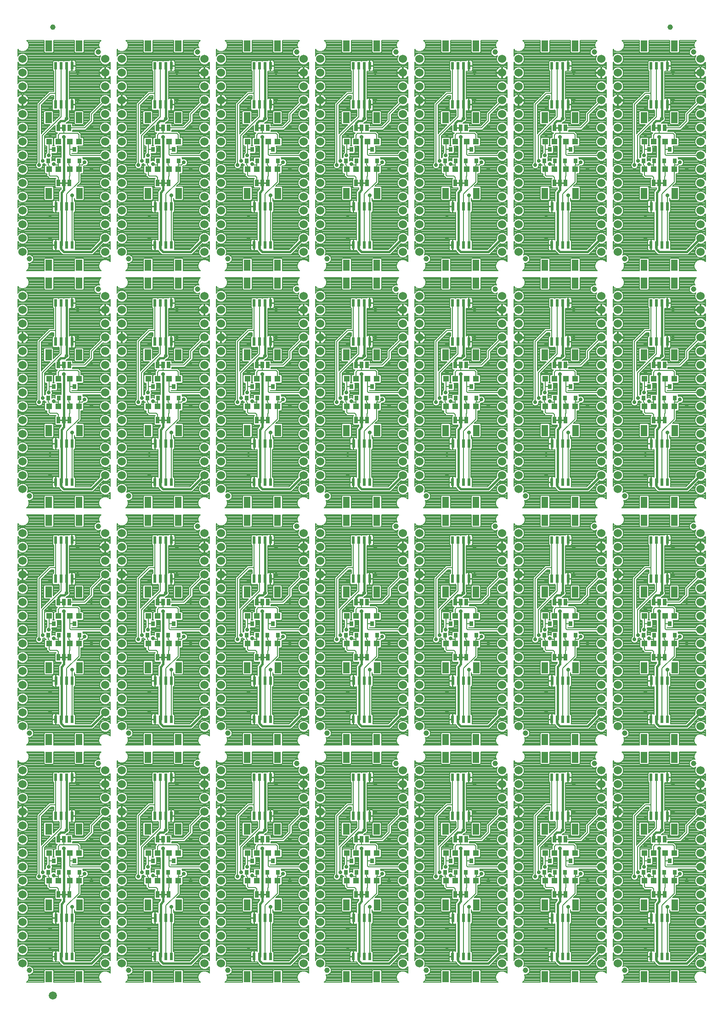
<source format=gtl>
G75*
%MOIN*%
%OFA0B0*%
%FSLAX25Y25*%
%IPPOS*%
%LPD*%
%AMOC8*
5,1,8,0,0,1.08239X$1,22.5*
%
%ADD10C,0.06000*%
%ADD11R,0.04331X0.03937*%
%ADD12R,0.04724X0.07874*%
%ADD13R,0.02362X0.05315*%
%ADD14R,0.02362X0.06102*%
%ADD15C,0.03937*%
%ADD16R,0.03150X0.03543*%
%ADD17R,0.02500X0.05000*%
%ADD18C,0.01000*%
%ADD19C,0.05906*%
%ADD20C,0.01600*%
%ADD21C,0.00800*%
%ADD22C,0.02900*%
%ADD23C,0.00700*%
D10*
X0033750Y0043750D03*
X0033750Y0053750D03*
X0033750Y0063750D03*
X0033750Y0073750D03*
X0033750Y0083750D03*
X0033750Y0093750D03*
X0033750Y0103750D03*
X0033750Y0113750D03*
X0033750Y0123750D03*
X0033750Y0133750D03*
X0033750Y0143750D03*
X0033750Y0153750D03*
X0033750Y0163750D03*
X0033750Y0173750D03*
X0033750Y0183750D03*
X0033750Y0215750D03*
X0033750Y0225750D03*
X0033750Y0235750D03*
X0033750Y0245750D03*
X0033750Y0255750D03*
X0033750Y0265750D03*
X0033750Y0275750D03*
X0033750Y0285750D03*
X0033750Y0295750D03*
X0033750Y0305750D03*
X0033750Y0315750D03*
X0033750Y0325750D03*
X0033750Y0335750D03*
X0033750Y0345750D03*
X0033750Y0355750D03*
X0033750Y0387750D03*
X0033750Y0397750D03*
X0033750Y0407750D03*
X0033750Y0417750D03*
X0033750Y0427750D03*
X0033750Y0437750D03*
X0033750Y0447750D03*
X0033750Y0457750D03*
X0033750Y0467750D03*
X0033750Y0477750D03*
X0033750Y0487750D03*
X0033750Y0497750D03*
X0033750Y0507750D03*
X0033750Y0517750D03*
X0033750Y0527750D03*
X0033750Y0559750D03*
X0033750Y0569750D03*
X0033750Y0579750D03*
X0033750Y0589750D03*
X0033750Y0599750D03*
X0033750Y0609750D03*
X0033750Y0619750D03*
X0033750Y0629750D03*
X0033750Y0639750D03*
X0033750Y0649750D03*
X0033750Y0659750D03*
X0033750Y0669750D03*
X0033750Y0679750D03*
X0033750Y0689750D03*
X0033750Y0699750D03*
X0093750Y0699750D03*
X0093750Y0689750D03*
X0093750Y0679750D03*
X0093750Y0669750D03*
X0093750Y0659750D03*
X0093750Y0649750D03*
X0093750Y0639750D03*
X0093750Y0629750D03*
X0093750Y0619750D03*
X0093750Y0609750D03*
X0093750Y0599750D03*
X0093750Y0589750D03*
X0093750Y0579750D03*
X0093750Y0569750D03*
X0093750Y0559750D03*
X0105750Y0559750D03*
X0105750Y0569750D03*
X0105750Y0579750D03*
X0105750Y0589750D03*
X0105750Y0599750D03*
X0105750Y0609750D03*
X0105750Y0619750D03*
X0105750Y0629750D03*
X0105750Y0639750D03*
X0105750Y0649750D03*
X0105750Y0659750D03*
X0105750Y0669750D03*
X0105750Y0679750D03*
X0105750Y0689750D03*
X0105750Y0699750D03*
X0165750Y0699750D03*
X0165750Y0689750D03*
X0165750Y0679750D03*
X0165750Y0669750D03*
X0165750Y0659750D03*
X0165750Y0649750D03*
X0165750Y0639750D03*
X0165750Y0629750D03*
X0165750Y0619750D03*
X0165750Y0609750D03*
X0165750Y0599750D03*
X0165750Y0589750D03*
X0165750Y0579750D03*
X0165750Y0569750D03*
X0165750Y0559750D03*
X0177750Y0559750D03*
X0177750Y0569750D03*
X0177750Y0579750D03*
X0177750Y0589750D03*
X0177750Y0599750D03*
X0177750Y0609750D03*
X0177750Y0619750D03*
X0177750Y0629750D03*
X0177750Y0639750D03*
X0177750Y0649750D03*
X0177750Y0659750D03*
X0177750Y0669750D03*
X0177750Y0679750D03*
X0177750Y0689750D03*
X0177750Y0699750D03*
X0237750Y0699750D03*
X0237750Y0689750D03*
X0237750Y0679750D03*
X0237750Y0669750D03*
X0237750Y0659750D03*
X0237750Y0649750D03*
X0237750Y0639750D03*
X0237750Y0629750D03*
X0237750Y0619750D03*
X0237750Y0609750D03*
X0237750Y0599750D03*
X0237750Y0589750D03*
X0237750Y0579750D03*
X0237750Y0569750D03*
X0237750Y0559750D03*
X0249750Y0559750D03*
X0249750Y0569750D03*
X0249750Y0579750D03*
X0249750Y0589750D03*
X0249750Y0599750D03*
X0249750Y0609750D03*
X0249750Y0619750D03*
X0249750Y0629750D03*
X0249750Y0639750D03*
X0249750Y0649750D03*
X0249750Y0659750D03*
X0249750Y0669750D03*
X0249750Y0679750D03*
X0249750Y0689750D03*
X0249750Y0699750D03*
X0309750Y0699750D03*
X0309750Y0689750D03*
X0309750Y0679750D03*
X0309750Y0669750D03*
X0309750Y0659750D03*
X0309750Y0649750D03*
X0309750Y0639750D03*
X0309750Y0629750D03*
X0309750Y0619750D03*
X0309750Y0609750D03*
X0309750Y0599750D03*
X0309750Y0589750D03*
X0309750Y0579750D03*
X0309750Y0569750D03*
X0309750Y0559750D03*
X0321750Y0559750D03*
X0321750Y0569750D03*
X0321750Y0579750D03*
X0321750Y0589750D03*
X0321750Y0599750D03*
X0321750Y0609750D03*
X0321750Y0619750D03*
X0321750Y0629750D03*
X0321750Y0639750D03*
X0321750Y0649750D03*
X0321750Y0659750D03*
X0321750Y0669750D03*
X0321750Y0679750D03*
X0321750Y0689750D03*
X0321750Y0699750D03*
X0381750Y0699750D03*
X0381750Y0689750D03*
X0381750Y0679750D03*
X0381750Y0669750D03*
X0381750Y0659750D03*
X0381750Y0649750D03*
X0381750Y0639750D03*
X0381750Y0629750D03*
X0381750Y0619750D03*
X0381750Y0609750D03*
X0381750Y0599750D03*
X0381750Y0589750D03*
X0381750Y0579750D03*
X0381750Y0569750D03*
X0381750Y0559750D03*
X0393750Y0559750D03*
X0393750Y0569750D03*
X0393750Y0579750D03*
X0393750Y0589750D03*
X0393750Y0599750D03*
X0393750Y0609750D03*
X0393750Y0619750D03*
X0393750Y0629750D03*
X0393750Y0639750D03*
X0393750Y0649750D03*
X0393750Y0659750D03*
X0393750Y0669750D03*
X0393750Y0679750D03*
X0393750Y0689750D03*
X0393750Y0699750D03*
X0453750Y0699750D03*
X0453750Y0689750D03*
X0453750Y0679750D03*
X0453750Y0669750D03*
X0453750Y0659750D03*
X0453750Y0649750D03*
X0453750Y0639750D03*
X0453750Y0629750D03*
X0453750Y0619750D03*
X0453750Y0609750D03*
X0453750Y0599750D03*
X0453750Y0589750D03*
X0453750Y0579750D03*
X0453750Y0569750D03*
X0453750Y0559750D03*
X0465750Y0559750D03*
X0465750Y0569750D03*
X0465750Y0579750D03*
X0465750Y0589750D03*
X0465750Y0599750D03*
X0465750Y0609750D03*
X0465750Y0619750D03*
X0465750Y0629750D03*
X0465750Y0639750D03*
X0465750Y0649750D03*
X0465750Y0659750D03*
X0465750Y0669750D03*
X0465750Y0679750D03*
X0465750Y0689750D03*
X0465750Y0699750D03*
X0525750Y0699750D03*
X0525750Y0689750D03*
X0525750Y0679750D03*
X0525750Y0669750D03*
X0525750Y0659750D03*
X0525750Y0649750D03*
X0525750Y0639750D03*
X0525750Y0629750D03*
X0525750Y0619750D03*
X0525750Y0609750D03*
X0525750Y0599750D03*
X0525750Y0589750D03*
X0525750Y0579750D03*
X0525750Y0569750D03*
X0525750Y0559750D03*
X0525750Y0527750D03*
X0525750Y0517750D03*
X0525750Y0507750D03*
X0525750Y0497750D03*
X0525750Y0487750D03*
X0525750Y0477750D03*
X0525750Y0467750D03*
X0525750Y0457750D03*
X0525750Y0447750D03*
X0525750Y0437750D03*
X0525750Y0427750D03*
X0525750Y0417750D03*
X0525750Y0407750D03*
X0525750Y0397750D03*
X0525750Y0387750D03*
X0525750Y0355750D03*
X0525750Y0345750D03*
X0525750Y0335750D03*
X0525750Y0325750D03*
X0525750Y0315750D03*
X0525750Y0305750D03*
X0525750Y0295750D03*
X0525750Y0285750D03*
X0525750Y0275750D03*
X0525750Y0265750D03*
X0525750Y0255750D03*
X0525750Y0245750D03*
X0525750Y0235750D03*
X0525750Y0225750D03*
X0525750Y0215750D03*
X0525750Y0183750D03*
X0525750Y0173750D03*
X0525750Y0163750D03*
X0525750Y0153750D03*
X0525750Y0143750D03*
X0525750Y0133750D03*
X0525750Y0123750D03*
X0525750Y0113750D03*
X0525750Y0103750D03*
X0525750Y0093750D03*
X0525750Y0083750D03*
X0525750Y0073750D03*
X0525750Y0063750D03*
X0525750Y0053750D03*
X0525750Y0043750D03*
X0465750Y0043750D03*
X0465750Y0053750D03*
X0465750Y0063750D03*
X0465750Y0073750D03*
X0465750Y0083750D03*
X0465750Y0093750D03*
X0465750Y0103750D03*
X0465750Y0113750D03*
X0465750Y0123750D03*
X0465750Y0133750D03*
X0465750Y0143750D03*
X0465750Y0153750D03*
X0465750Y0163750D03*
X0465750Y0173750D03*
X0465750Y0183750D03*
X0453750Y0183750D03*
X0453750Y0173750D03*
X0453750Y0163750D03*
X0453750Y0153750D03*
X0453750Y0143750D03*
X0453750Y0133750D03*
X0453750Y0123750D03*
X0453750Y0113750D03*
X0453750Y0103750D03*
X0453750Y0093750D03*
X0453750Y0083750D03*
X0453750Y0073750D03*
X0453750Y0063750D03*
X0453750Y0053750D03*
X0453750Y0043750D03*
X0393750Y0043750D03*
X0393750Y0053750D03*
X0393750Y0063750D03*
X0393750Y0073750D03*
X0393750Y0083750D03*
X0393750Y0093750D03*
X0393750Y0103750D03*
X0393750Y0113750D03*
X0393750Y0123750D03*
X0393750Y0133750D03*
X0393750Y0143750D03*
X0393750Y0153750D03*
X0393750Y0163750D03*
X0393750Y0173750D03*
X0393750Y0183750D03*
X0381750Y0183750D03*
X0381750Y0173750D03*
X0381750Y0163750D03*
X0381750Y0153750D03*
X0381750Y0143750D03*
X0381750Y0133750D03*
X0381750Y0123750D03*
X0381750Y0113750D03*
X0381750Y0103750D03*
X0381750Y0093750D03*
X0381750Y0083750D03*
X0381750Y0073750D03*
X0381750Y0063750D03*
X0381750Y0053750D03*
X0381750Y0043750D03*
X0321750Y0043750D03*
X0321750Y0053750D03*
X0321750Y0063750D03*
X0321750Y0073750D03*
X0321750Y0083750D03*
X0321750Y0093750D03*
X0321750Y0103750D03*
X0321750Y0113750D03*
X0321750Y0123750D03*
X0321750Y0133750D03*
X0321750Y0143750D03*
X0321750Y0153750D03*
X0321750Y0163750D03*
X0321750Y0173750D03*
X0321750Y0183750D03*
X0309750Y0183750D03*
X0309750Y0173750D03*
X0309750Y0163750D03*
X0309750Y0153750D03*
X0309750Y0143750D03*
X0309750Y0133750D03*
X0309750Y0123750D03*
X0309750Y0113750D03*
X0309750Y0103750D03*
X0309750Y0093750D03*
X0309750Y0083750D03*
X0309750Y0073750D03*
X0309750Y0063750D03*
X0309750Y0053750D03*
X0309750Y0043750D03*
X0249750Y0043750D03*
X0249750Y0053750D03*
X0249750Y0063750D03*
X0249750Y0073750D03*
X0249750Y0083750D03*
X0249750Y0093750D03*
X0249750Y0103750D03*
X0249750Y0113750D03*
X0249750Y0123750D03*
X0249750Y0133750D03*
X0249750Y0143750D03*
X0249750Y0153750D03*
X0249750Y0163750D03*
X0249750Y0173750D03*
X0249750Y0183750D03*
X0237750Y0183750D03*
X0237750Y0173750D03*
X0237750Y0163750D03*
X0237750Y0153750D03*
X0237750Y0143750D03*
X0237750Y0133750D03*
X0237750Y0123750D03*
X0237750Y0113750D03*
X0237750Y0103750D03*
X0237750Y0093750D03*
X0237750Y0083750D03*
X0237750Y0073750D03*
X0237750Y0063750D03*
X0237750Y0053750D03*
X0237750Y0043750D03*
X0177750Y0043750D03*
X0177750Y0053750D03*
X0177750Y0063750D03*
X0177750Y0073750D03*
X0177750Y0083750D03*
X0177750Y0093750D03*
X0177750Y0103750D03*
X0177750Y0113750D03*
X0177750Y0123750D03*
X0177750Y0133750D03*
X0177750Y0143750D03*
X0177750Y0153750D03*
X0177750Y0163750D03*
X0177750Y0173750D03*
X0177750Y0183750D03*
X0165750Y0183750D03*
X0165750Y0173750D03*
X0165750Y0163750D03*
X0165750Y0153750D03*
X0165750Y0143750D03*
X0165750Y0133750D03*
X0165750Y0123750D03*
X0165750Y0113750D03*
X0165750Y0103750D03*
X0165750Y0093750D03*
X0165750Y0083750D03*
X0165750Y0073750D03*
X0165750Y0063750D03*
X0165750Y0053750D03*
X0165750Y0043750D03*
X0105750Y0043750D03*
X0105750Y0053750D03*
X0105750Y0063750D03*
X0105750Y0073750D03*
X0105750Y0083750D03*
X0105750Y0093750D03*
X0105750Y0103750D03*
X0105750Y0113750D03*
X0105750Y0123750D03*
X0105750Y0133750D03*
X0105750Y0143750D03*
X0105750Y0153750D03*
X0105750Y0163750D03*
X0105750Y0173750D03*
X0105750Y0183750D03*
X0093750Y0183750D03*
X0093750Y0173750D03*
X0093750Y0163750D03*
X0093750Y0153750D03*
X0093750Y0143750D03*
X0093750Y0133750D03*
X0093750Y0123750D03*
X0093750Y0113750D03*
X0093750Y0103750D03*
X0093750Y0093750D03*
X0093750Y0083750D03*
X0093750Y0073750D03*
X0093750Y0063750D03*
X0093750Y0053750D03*
X0093750Y0043750D03*
X0093750Y0215750D03*
X0093750Y0225750D03*
X0093750Y0235750D03*
X0093750Y0245750D03*
X0093750Y0255750D03*
X0093750Y0265750D03*
X0093750Y0275750D03*
X0093750Y0285750D03*
X0093750Y0295750D03*
X0093750Y0305750D03*
X0093750Y0315750D03*
X0093750Y0325750D03*
X0093750Y0335750D03*
X0093750Y0345750D03*
X0093750Y0355750D03*
X0105750Y0355750D03*
X0105750Y0345750D03*
X0105750Y0335750D03*
X0105750Y0325750D03*
X0105750Y0315750D03*
X0105750Y0305750D03*
X0105750Y0295750D03*
X0105750Y0285750D03*
X0105750Y0275750D03*
X0105750Y0265750D03*
X0105750Y0255750D03*
X0105750Y0245750D03*
X0105750Y0235750D03*
X0105750Y0225750D03*
X0105750Y0215750D03*
X0165750Y0215750D03*
X0165750Y0225750D03*
X0165750Y0235750D03*
X0165750Y0245750D03*
X0165750Y0255750D03*
X0165750Y0265750D03*
X0165750Y0275750D03*
X0165750Y0285750D03*
X0165750Y0295750D03*
X0165750Y0305750D03*
X0165750Y0315750D03*
X0165750Y0325750D03*
X0165750Y0335750D03*
X0165750Y0345750D03*
X0165750Y0355750D03*
X0177750Y0355750D03*
X0177750Y0345750D03*
X0177750Y0335750D03*
X0177750Y0325750D03*
X0177750Y0315750D03*
X0177750Y0305750D03*
X0177750Y0295750D03*
X0177750Y0285750D03*
X0177750Y0275750D03*
X0177750Y0265750D03*
X0177750Y0255750D03*
X0177750Y0245750D03*
X0177750Y0235750D03*
X0177750Y0225750D03*
X0177750Y0215750D03*
X0237750Y0215750D03*
X0237750Y0225750D03*
X0237750Y0235750D03*
X0237750Y0245750D03*
X0237750Y0255750D03*
X0237750Y0265750D03*
X0237750Y0275750D03*
X0237750Y0285750D03*
X0237750Y0295750D03*
X0237750Y0305750D03*
X0237750Y0315750D03*
X0237750Y0325750D03*
X0237750Y0335750D03*
X0237750Y0345750D03*
X0237750Y0355750D03*
X0249750Y0355750D03*
X0249750Y0345750D03*
X0249750Y0335750D03*
X0249750Y0325750D03*
X0249750Y0315750D03*
X0249750Y0305750D03*
X0249750Y0295750D03*
X0249750Y0285750D03*
X0249750Y0275750D03*
X0249750Y0265750D03*
X0249750Y0255750D03*
X0249750Y0245750D03*
X0249750Y0235750D03*
X0249750Y0225750D03*
X0249750Y0215750D03*
X0309750Y0215750D03*
X0309750Y0225750D03*
X0309750Y0235750D03*
X0309750Y0245750D03*
X0309750Y0255750D03*
X0309750Y0265750D03*
X0309750Y0275750D03*
X0309750Y0285750D03*
X0309750Y0295750D03*
X0309750Y0305750D03*
X0309750Y0315750D03*
X0309750Y0325750D03*
X0309750Y0335750D03*
X0309750Y0345750D03*
X0309750Y0355750D03*
X0321750Y0355750D03*
X0321750Y0345750D03*
X0321750Y0335750D03*
X0321750Y0325750D03*
X0321750Y0315750D03*
X0321750Y0305750D03*
X0321750Y0295750D03*
X0321750Y0285750D03*
X0321750Y0275750D03*
X0321750Y0265750D03*
X0321750Y0255750D03*
X0321750Y0245750D03*
X0321750Y0235750D03*
X0321750Y0225750D03*
X0321750Y0215750D03*
X0381750Y0215750D03*
X0381750Y0225750D03*
X0381750Y0235750D03*
X0381750Y0245750D03*
X0381750Y0255750D03*
X0381750Y0265750D03*
X0381750Y0275750D03*
X0381750Y0285750D03*
X0381750Y0295750D03*
X0381750Y0305750D03*
X0381750Y0315750D03*
X0381750Y0325750D03*
X0381750Y0335750D03*
X0381750Y0345750D03*
X0381750Y0355750D03*
X0393750Y0355750D03*
X0393750Y0345750D03*
X0393750Y0335750D03*
X0393750Y0325750D03*
X0393750Y0315750D03*
X0393750Y0305750D03*
X0393750Y0295750D03*
X0393750Y0285750D03*
X0393750Y0275750D03*
X0393750Y0265750D03*
X0393750Y0255750D03*
X0393750Y0245750D03*
X0393750Y0235750D03*
X0393750Y0225750D03*
X0393750Y0215750D03*
X0453750Y0215750D03*
X0453750Y0225750D03*
X0453750Y0235750D03*
X0453750Y0245750D03*
X0453750Y0255750D03*
X0453750Y0265750D03*
X0453750Y0275750D03*
X0453750Y0285750D03*
X0453750Y0295750D03*
X0453750Y0305750D03*
X0453750Y0315750D03*
X0453750Y0325750D03*
X0453750Y0335750D03*
X0453750Y0345750D03*
X0453750Y0355750D03*
X0465750Y0355750D03*
X0465750Y0345750D03*
X0465750Y0335750D03*
X0465750Y0325750D03*
X0465750Y0315750D03*
X0465750Y0305750D03*
X0465750Y0295750D03*
X0465750Y0285750D03*
X0465750Y0275750D03*
X0465750Y0265750D03*
X0465750Y0255750D03*
X0465750Y0245750D03*
X0465750Y0235750D03*
X0465750Y0225750D03*
X0465750Y0215750D03*
X0465750Y0387750D03*
X0465750Y0397750D03*
X0465750Y0407750D03*
X0465750Y0417750D03*
X0465750Y0427750D03*
X0465750Y0437750D03*
X0465750Y0447750D03*
X0465750Y0457750D03*
X0465750Y0467750D03*
X0465750Y0477750D03*
X0465750Y0487750D03*
X0465750Y0497750D03*
X0465750Y0507750D03*
X0465750Y0517750D03*
X0465750Y0527750D03*
X0453750Y0527750D03*
X0453750Y0517750D03*
X0453750Y0507750D03*
X0453750Y0497750D03*
X0453750Y0487750D03*
X0453750Y0477750D03*
X0453750Y0467750D03*
X0453750Y0457750D03*
X0453750Y0447750D03*
X0453750Y0437750D03*
X0453750Y0427750D03*
X0453750Y0417750D03*
X0453750Y0407750D03*
X0453750Y0397750D03*
X0453750Y0387750D03*
X0393750Y0387750D03*
X0393750Y0397750D03*
X0393750Y0407750D03*
X0393750Y0417750D03*
X0393750Y0427750D03*
X0393750Y0437750D03*
X0393750Y0447750D03*
X0393750Y0457750D03*
X0393750Y0467750D03*
X0393750Y0477750D03*
X0393750Y0487750D03*
X0393750Y0497750D03*
X0393750Y0507750D03*
X0393750Y0517750D03*
X0393750Y0527750D03*
X0381750Y0527750D03*
X0381750Y0517750D03*
X0381750Y0507750D03*
X0381750Y0497750D03*
X0381750Y0487750D03*
X0381750Y0477750D03*
X0381750Y0467750D03*
X0381750Y0457750D03*
X0381750Y0447750D03*
X0381750Y0437750D03*
X0381750Y0427750D03*
X0381750Y0417750D03*
X0381750Y0407750D03*
X0381750Y0397750D03*
X0381750Y0387750D03*
X0321750Y0387750D03*
X0321750Y0397750D03*
X0321750Y0407750D03*
X0321750Y0417750D03*
X0321750Y0427750D03*
X0321750Y0437750D03*
X0321750Y0447750D03*
X0321750Y0457750D03*
X0321750Y0467750D03*
X0321750Y0477750D03*
X0321750Y0487750D03*
X0321750Y0497750D03*
X0321750Y0507750D03*
X0321750Y0517750D03*
X0321750Y0527750D03*
X0309750Y0527750D03*
X0309750Y0517750D03*
X0309750Y0507750D03*
X0309750Y0497750D03*
X0309750Y0487750D03*
X0309750Y0477750D03*
X0309750Y0467750D03*
X0309750Y0457750D03*
X0309750Y0447750D03*
X0309750Y0437750D03*
X0309750Y0427750D03*
X0309750Y0417750D03*
X0309750Y0407750D03*
X0309750Y0397750D03*
X0309750Y0387750D03*
X0249750Y0387750D03*
X0249750Y0397750D03*
X0249750Y0407750D03*
X0249750Y0417750D03*
X0249750Y0427750D03*
X0249750Y0437750D03*
X0249750Y0447750D03*
X0249750Y0457750D03*
X0249750Y0467750D03*
X0249750Y0477750D03*
X0249750Y0487750D03*
X0249750Y0497750D03*
X0249750Y0507750D03*
X0249750Y0517750D03*
X0249750Y0527750D03*
X0237750Y0527750D03*
X0237750Y0517750D03*
X0237750Y0507750D03*
X0237750Y0497750D03*
X0237750Y0487750D03*
X0237750Y0477750D03*
X0237750Y0467750D03*
X0237750Y0457750D03*
X0237750Y0447750D03*
X0237750Y0437750D03*
X0237750Y0427750D03*
X0237750Y0417750D03*
X0237750Y0407750D03*
X0237750Y0397750D03*
X0237750Y0387750D03*
X0177750Y0387750D03*
X0177750Y0397750D03*
X0177750Y0407750D03*
X0177750Y0417750D03*
X0177750Y0427750D03*
X0177750Y0437750D03*
X0177750Y0447750D03*
X0177750Y0457750D03*
X0177750Y0467750D03*
X0177750Y0477750D03*
X0177750Y0487750D03*
X0177750Y0497750D03*
X0177750Y0507750D03*
X0177750Y0517750D03*
X0177750Y0527750D03*
X0165750Y0527750D03*
X0165750Y0517750D03*
X0165750Y0507750D03*
X0165750Y0497750D03*
X0165750Y0487750D03*
X0165750Y0477750D03*
X0165750Y0467750D03*
X0165750Y0457750D03*
X0165750Y0447750D03*
X0165750Y0437750D03*
X0165750Y0427750D03*
X0165750Y0417750D03*
X0165750Y0407750D03*
X0165750Y0397750D03*
X0165750Y0387750D03*
X0105750Y0387750D03*
X0105750Y0397750D03*
X0105750Y0407750D03*
X0105750Y0417750D03*
X0105750Y0427750D03*
X0105750Y0437750D03*
X0105750Y0447750D03*
X0105750Y0457750D03*
X0105750Y0467750D03*
X0105750Y0477750D03*
X0105750Y0487750D03*
X0105750Y0497750D03*
X0105750Y0507750D03*
X0105750Y0517750D03*
X0105750Y0527750D03*
X0093750Y0527750D03*
X0093750Y0517750D03*
X0093750Y0507750D03*
X0093750Y0497750D03*
X0093750Y0487750D03*
X0093750Y0477750D03*
X0093750Y0467750D03*
X0093750Y0457750D03*
X0093750Y0447750D03*
X0093750Y0437750D03*
X0093750Y0427750D03*
X0093750Y0417750D03*
X0093750Y0407750D03*
X0093750Y0397750D03*
X0093750Y0387750D03*
D11*
X0074596Y0447750D03*
X0067904Y0447750D03*
X0059596Y0447750D03*
X0052904Y0447750D03*
X0052904Y0467750D03*
X0059596Y0467750D03*
X0067904Y0467750D03*
X0074596Y0467750D03*
X0124904Y0467750D03*
X0131596Y0467750D03*
X0139904Y0467750D03*
X0146596Y0467750D03*
X0146596Y0447750D03*
X0139904Y0447750D03*
X0131596Y0447750D03*
X0124904Y0447750D03*
X0196904Y0447750D03*
X0203596Y0447750D03*
X0211904Y0447750D03*
X0218596Y0447750D03*
X0218596Y0467750D03*
X0211904Y0467750D03*
X0203596Y0467750D03*
X0196904Y0467750D03*
X0268904Y0467750D03*
X0275596Y0467750D03*
X0283904Y0467750D03*
X0290596Y0467750D03*
X0290596Y0447750D03*
X0283904Y0447750D03*
X0275596Y0447750D03*
X0268904Y0447750D03*
X0340904Y0447750D03*
X0347596Y0447750D03*
X0355904Y0447750D03*
X0362596Y0447750D03*
X0362596Y0467750D03*
X0355904Y0467750D03*
X0347596Y0467750D03*
X0340904Y0467750D03*
X0412904Y0467750D03*
X0419596Y0467750D03*
X0427904Y0467750D03*
X0434596Y0467750D03*
X0434596Y0447750D03*
X0427904Y0447750D03*
X0419596Y0447750D03*
X0412904Y0447750D03*
X0484904Y0447750D03*
X0491596Y0447750D03*
X0499904Y0447750D03*
X0506596Y0447750D03*
X0506596Y0467750D03*
X0499904Y0467750D03*
X0491596Y0467750D03*
X0484904Y0467750D03*
X0484904Y0619750D03*
X0491596Y0619750D03*
X0499904Y0619750D03*
X0506596Y0619750D03*
X0506596Y0639750D03*
X0499904Y0639750D03*
X0491596Y0639750D03*
X0484904Y0639750D03*
X0434596Y0639750D03*
X0427904Y0639750D03*
X0419596Y0639750D03*
X0412904Y0639750D03*
X0412904Y0619750D03*
X0419596Y0619750D03*
X0427904Y0619750D03*
X0434596Y0619750D03*
X0362596Y0619750D03*
X0355904Y0619750D03*
X0347596Y0619750D03*
X0340904Y0619750D03*
X0340904Y0639750D03*
X0347596Y0639750D03*
X0355904Y0639750D03*
X0362596Y0639750D03*
X0290596Y0639750D03*
X0283904Y0639750D03*
X0275596Y0639750D03*
X0268904Y0639750D03*
X0268904Y0619750D03*
X0275596Y0619750D03*
X0283904Y0619750D03*
X0290596Y0619750D03*
X0218596Y0619750D03*
X0211904Y0619750D03*
X0203596Y0619750D03*
X0196904Y0619750D03*
X0196904Y0639750D03*
X0203596Y0639750D03*
X0211904Y0639750D03*
X0218596Y0639750D03*
X0146596Y0639750D03*
X0139904Y0639750D03*
X0131596Y0639750D03*
X0124904Y0639750D03*
X0124904Y0619750D03*
X0131596Y0619750D03*
X0139904Y0619750D03*
X0146596Y0619750D03*
X0074596Y0619750D03*
X0067904Y0619750D03*
X0059596Y0619750D03*
X0052904Y0619750D03*
X0052904Y0639750D03*
X0059596Y0639750D03*
X0067904Y0639750D03*
X0074596Y0639750D03*
X0074596Y0295750D03*
X0067904Y0295750D03*
X0059596Y0295750D03*
X0052904Y0295750D03*
X0052904Y0275750D03*
X0059596Y0275750D03*
X0067904Y0275750D03*
X0074596Y0275750D03*
X0124904Y0275750D03*
X0131596Y0275750D03*
X0139904Y0275750D03*
X0146596Y0275750D03*
X0146596Y0295750D03*
X0139904Y0295750D03*
X0131596Y0295750D03*
X0124904Y0295750D03*
X0196904Y0295750D03*
X0203596Y0295750D03*
X0211904Y0295750D03*
X0218596Y0295750D03*
X0218596Y0275750D03*
X0211904Y0275750D03*
X0203596Y0275750D03*
X0196904Y0275750D03*
X0268904Y0275750D03*
X0275596Y0275750D03*
X0283904Y0275750D03*
X0290596Y0275750D03*
X0290596Y0295750D03*
X0283904Y0295750D03*
X0275596Y0295750D03*
X0268904Y0295750D03*
X0340904Y0295750D03*
X0347596Y0295750D03*
X0355904Y0295750D03*
X0362596Y0295750D03*
X0362596Y0275750D03*
X0355904Y0275750D03*
X0347596Y0275750D03*
X0340904Y0275750D03*
X0412904Y0275750D03*
X0419596Y0275750D03*
X0427904Y0275750D03*
X0434596Y0275750D03*
X0434596Y0295750D03*
X0427904Y0295750D03*
X0419596Y0295750D03*
X0412904Y0295750D03*
X0484904Y0295750D03*
X0491596Y0295750D03*
X0499904Y0295750D03*
X0506596Y0295750D03*
X0506596Y0275750D03*
X0499904Y0275750D03*
X0491596Y0275750D03*
X0484904Y0275750D03*
X0484904Y0123750D03*
X0491596Y0123750D03*
X0499904Y0123750D03*
X0506596Y0123750D03*
X0506596Y0103750D03*
X0499904Y0103750D03*
X0491596Y0103750D03*
X0484904Y0103750D03*
X0434596Y0103750D03*
X0427904Y0103750D03*
X0419596Y0103750D03*
X0412904Y0103750D03*
X0412904Y0123750D03*
X0419596Y0123750D03*
X0427904Y0123750D03*
X0434596Y0123750D03*
X0362596Y0123750D03*
X0355904Y0123750D03*
X0347596Y0123750D03*
X0340904Y0123750D03*
X0340904Y0103750D03*
X0347596Y0103750D03*
X0355904Y0103750D03*
X0362596Y0103750D03*
X0290596Y0103750D03*
X0283904Y0103750D03*
X0275596Y0103750D03*
X0268904Y0103750D03*
X0268904Y0123750D03*
X0275596Y0123750D03*
X0283904Y0123750D03*
X0290596Y0123750D03*
X0218596Y0123750D03*
X0211904Y0123750D03*
X0203596Y0123750D03*
X0196904Y0123750D03*
X0196904Y0103750D03*
X0203596Y0103750D03*
X0211904Y0103750D03*
X0218596Y0103750D03*
X0146596Y0103750D03*
X0139904Y0103750D03*
X0131596Y0103750D03*
X0124904Y0103750D03*
X0124904Y0123750D03*
X0131596Y0123750D03*
X0139904Y0123750D03*
X0146596Y0123750D03*
X0074596Y0123750D03*
X0067904Y0123750D03*
X0059596Y0123750D03*
X0052904Y0123750D03*
X0052904Y0103750D03*
X0059596Y0103750D03*
X0067904Y0103750D03*
X0074596Y0103750D03*
D12*
X0074860Y0086348D03*
X0052813Y0086348D03*
X0052726Y0034281D03*
X0074774Y0034281D03*
X0124726Y0034281D03*
X0146774Y0034281D03*
X0146860Y0086348D03*
X0124813Y0086348D03*
X0124640Y0141152D03*
X0146687Y0141152D03*
X0146774Y0193219D03*
X0146774Y0206281D03*
X0124726Y0206281D03*
X0124726Y0193219D03*
X0074774Y0193219D03*
X0074774Y0206281D03*
X0052726Y0206281D03*
X0052726Y0193219D03*
X0052640Y0141152D03*
X0074687Y0141152D03*
X0074860Y0258348D03*
X0052813Y0258348D03*
X0052640Y0313152D03*
X0074687Y0313152D03*
X0074774Y0365219D03*
X0074774Y0378281D03*
X0052726Y0378281D03*
X0052726Y0365219D03*
X0052813Y0430348D03*
X0074860Y0430348D03*
X0074687Y0485152D03*
X0052640Y0485152D03*
X0052726Y0537219D03*
X0052726Y0550281D03*
X0074774Y0550281D03*
X0074774Y0537219D03*
X0124726Y0537219D03*
X0124726Y0550281D03*
X0146774Y0550281D03*
X0146774Y0537219D03*
X0146687Y0485152D03*
X0124640Y0485152D03*
X0124813Y0430348D03*
X0146860Y0430348D03*
X0146774Y0378281D03*
X0146774Y0365219D03*
X0124726Y0365219D03*
X0124726Y0378281D03*
X0124640Y0313152D03*
X0146687Y0313152D03*
X0146860Y0258348D03*
X0124813Y0258348D03*
X0196813Y0258348D03*
X0218860Y0258348D03*
X0218774Y0206281D03*
X0218774Y0193219D03*
X0196726Y0193219D03*
X0196726Y0206281D03*
X0196640Y0141152D03*
X0218687Y0141152D03*
X0218860Y0086348D03*
X0196813Y0086348D03*
X0196726Y0034281D03*
X0218774Y0034281D03*
X0268726Y0034281D03*
X0290774Y0034281D03*
X0290860Y0086348D03*
X0268813Y0086348D03*
X0268640Y0141152D03*
X0290687Y0141152D03*
X0290774Y0193219D03*
X0290774Y0206281D03*
X0268726Y0206281D03*
X0268726Y0193219D03*
X0268813Y0258348D03*
X0290860Y0258348D03*
X0290687Y0313152D03*
X0268640Y0313152D03*
X0268726Y0365219D03*
X0268726Y0378281D03*
X0290774Y0378281D03*
X0290774Y0365219D03*
X0340726Y0365219D03*
X0340726Y0378281D03*
X0362774Y0378281D03*
X0362774Y0365219D03*
X0362687Y0313152D03*
X0340640Y0313152D03*
X0340813Y0258348D03*
X0362860Y0258348D03*
X0362774Y0206281D03*
X0362774Y0193219D03*
X0340726Y0193219D03*
X0340726Y0206281D03*
X0340640Y0141152D03*
X0362687Y0141152D03*
X0362860Y0086348D03*
X0340813Y0086348D03*
X0340726Y0034281D03*
X0362774Y0034281D03*
X0412726Y0034281D03*
X0434774Y0034281D03*
X0434860Y0086348D03*
X0412813Y0086348D03*
X0412640Y0141152D03*
X0434687Y0141152D03*
X0434774Y0193219D03*
X0434774Y0206281D03*
X0412726Y0206281D03*
X0412726Y0193219D03*
X0412813Y0258348D03*
X0434860Y0258348D03*
X0434687Y0313152D03*
X0412640Y0313152D03*
X0412726Y0365219D03*
X0412726Y0378281D03*
X0434774Y0378281D03*
X0434774Y0365219D03*
X0484726Y0365219D03*
X0484726Y0378281D03*
X0506774Y0378281D03*
X0506774Y0365219D03*
X0506687Y0313152D03*
X0484640Y0313152D03*
X0484813Y0258348D03*
X0506860Y0258348D03*
X0506774Y0206281D03*
X0506774Y0193219D03*
X0484726Y0193219D03*
X0484726Y0206281D03*
X0484640Y0141152D03*
X0506687Y0141152D03*
X0506860Y0086348D03*
X0484813Y0086348D03*
X0484726Y0034281D03*
X0506774Y0034281D03*
X0218687Y0313152D03*
X0196640Y0313152D03*
X0196726Y0365219D03*
X0196726Y0378281D03*
X0218774Y0378281D03*
X0218774Y0365219D03*
X0218860Y0430348D03*
X0196813Y0430348D03*
X0196640Y0485152D03*
X0218687Y0485152D03*
X0218774Y0537219D03*
X0218774Y0550281D03*
X0196726Y0550281D03*
X0196726Y0537219D03*
X0196813Y0602348D03*
X0218860Y0602348D03*
X0218687Y0657152D03*
X0196640Y0657152D03*
X0196726Y0709219D03*
X0218774Y0709219D03*
X0268726Y0709219D03*
X0290774Y0709219D03*
X0290687Y0657152D03*
X0268640Y0657152D03*
X0268813Y0602348D03*
X0290860Y0602348D03*
X0290774Y0550281D03*
X0290774Y0537219D03*
X0268726Y0537219D03*
X0268726Y0550281D03*
X0268640Y0485152D03*
X0290687Y0485152D03*
X0290860Y0430348D03*
X0268813Y0430348D03*
X0340813Y0430348D03*
X0362860Y0430348D03*
X0362687Y0485152D03*
X0340640Y0485152D03*
X0340726Y0537219D03*
X0340726Y0550281D03*
X0362774Y0550281D03*
X0362774Y0537219D03*
X0412726Y0537219D03*
X0412726Y0550281D03*
X0434774Y0550281D03*
X0434774Y0537219D03*
X0434687Y0485152D03*
X0412640Y0485152D03*
X0412813Y0430348D03*
X0434860Y0430348D03*
X0484813Y0430348D03*
X0506860Y0430348D03*
X0506687Y0485152D03*
X0484640Y0485152D03*
X0484726Y0537219D03*
X0484726Y0550281D03*
X0506774Y0550281D03*
X0506774Y0537219D03*
X0506860Y0602348D03*
X0484813Y0602348D03*
X0484640Y0657152D03*
X0506687Y0657152D03*
X0506774Y0709219D03*
X0484726Y0709219D03*
X0434774Y0709219D03*
X0412726Y0709219D03*
X0412640Y0657152D03*
X0434687Y0657152D03*
X0434860Y0602348D03*
X0412813Y0602348D03*
X0362860Y0602348D03*
X0340813Y0602348D03*
X0340640Y0657152D03*
X0362687Y0657152D03*
X0362774Y0709219D03*
X0340726Y0709219D03*
X0146774Y0709219D03*
X0124726Y0709219D03*
X0124640Y0657152D03*
X0146687Y0657152D03*
X0146860Y0602348D03*
X0124813Y0602348D03*
X0074860Y0602348D03*
X0052813Y0602348D03*
X0052640Y0657152D03*
X0074687Y0657152D03*
X0074774Y0709219D03*
X0052726Y0709219D03*
D13*
X0057844Y0694750D03*
X0061781Y0694750D03*
X0065719Y0694750D03*
X0069656Y0694750D03*
X0129844Y0694750D03*
X0133781Y0694750D03*
X0137719Y0694750D03*
X0141656Y0694750D03*
X0201844Y0694750D03*
X0205781Y0694750D03*
X0209719Y0694750D03*
X0213656Y0694750D03*
X0273844Y0694750D03*
X0277781Y0694750D03*
X0281719Y0694750D03*
X0285656Y0694750D03*
X0345844Y0694750D03*
X0349781Y0694750D03*
X0353719Y0694750D03*
X0357656Y0694750D03*
X0417844Y0694750D03*
X0421781Y0694750D03*
X0425719Y0694750D03*
X0429656Y0694750D03*
X0489844Y0694750D03*
X0493781Y0694750D03*
X0497719Y0694750D03*
X0501656Y0694750D03*
X0501656Y0564750D03*
X0497719Y0564750D03*
X0493781Y0564750D03*
X0489844Y0564750D03*
X0489844Y0522750D03*
X0493781Y0522750D03*
X0497719Y0522750D03*
X0501656Y0522750D03*
X0429656Y0522750D03*
X0425719Y0522750D03*
X0421781Y0522750D03*
X0417844Y0522750D03*
X0417844Y0564750D03*
X0421781Y0564750D03*
X0425719Y0564750D03*
X0429656Y0564750D03*
X0357656Y0564750D03*
X0353719Y0564750D03*
X0349781Y0564750D03*
X0345844Y0564750D03*
X0345844Y0522750D03*
X0349781Y0522750D03*
X0353719Y0522750D03*
X0357656Y0522750D03*
X0285656Y0522750D03*
X0281719Y0522750D03*
X0277781Y0522750D03*
X0273844Y0522750D03*
X0273844Y0564750D03*
X0277781Y0564750D03*
X0281719Y0564750D03*
X0285656Y0564750D03*
X0213656Y0564750D03*
X0209719Y0564750D03*
X0205781Y0564750D03*
X0201844Y0564750D03*
X0201844Y0522750D03*
X0205781Y0522750D03*
X0209719Y0522750D03*
X0213656Y0522750D03*
X0141656Y0522750D03*
X0137719Y0522750D03*
X0133781Y0522750D03*
X0129844Y0522750D03*
X0129844Y0564750D03*
X0133781Y0564750D03*
X0137719Y0564750D03*
X0141656Y0564750D03*
X0069656Y0564750D03*
X0065719Y0564750D03*
X0061781Y0564750D03*
X0057844Y0564750D03*
X0057844Y0522750D03*
X0061781Y0522750D03*
X0065719Y0522750D03*
X0069656Y0522750D03*
X0069656Y0392750D03*
X0065719Y0392750D03*
X0061781Y0392750D03*
X0057844Y0392750D03*
X0057844Y0350750D03*
X0061781Y0350750D03*
X0065719Y0350750D03*
X0069656Y0350750D03*
X0129844Y0350750D03*
X0133781Y0350750D03*
X0137719Y0350750D03*
X0141656Y0350750D03*
X0141656Y0392750D03*
X0137719Y0392750D03*
X0133781Y0392750D03*
X0129844Y0392750D03*
X0201844Y0392750D03*
X0205781Y0392750D03*
X0209719Y0392750D03*
X0213656Y0392750D03*
X0213656Y0350750D03*
X0209719Y0350750D03*
X0205781Y0350750D03*
X0201844Y0350750D03*
X0273844Y0350750D03*
X0277781Y0350750D03*
X0281719Y0350750D03*
X0285656Y0350750D03*
X0285656Y0392750D03*
X0281719Y0392750D03*
X0277781Y0392750D03*
X0273844Y0392750D03*
X0345844Y0392750D03*
X0349781Y0392750D03*
X0353719Y0392750D03*
X0357656Y0392750D03*
X0357656Y0350750D03*
X0353719Y0350750D03*
X0349781Y0350750D03*
X0345844Y0350750D03*
X0417844Y0350750D03*
X0421781Y0350750D03*
X0425719Y0350750D03*
X0429656Y0350750D03*
X0429656Y0392750D03*
X0425719Y0392750D03*
X0421781Y0392750D03*
X0417844Y0392750D03*
X0489844Y0392750D03*
X0493781Y0392750D03*
X0497719Y0392750D03*
X0501656Y0392750D03*
X0501656Y0350750D03*
X0497719Y0350750D03*
X0493781Y0350750D03*
X0489844Y0350750D03*
X0489844Y0220750D03*
X0493781Y0220750D03*
X0497719Y0220750D03*
X0501656Y0220750D03*
X0501656Y0178750D03*
X0497719Y0178750D03*
X0493781Y0178750D03*
X0489844Y0178750D03*
X0429656Y0178750D03*
X0425719Y0178750D03*
X0421781Y0178750D03*
X0417844Y0178750D03*
X0417844Y0220750D03*
X0421781Y0220750D03*
X0425719Y0220750D03*
X0429656Y0220750D03*
X0357656Y0220750D03*
X0353719Y0220750D03*
X0349781Y0220750D03*
X0345844Y0220750D03*
X0345844Y0178750D03*
X0349781Y0178750D03*
X0353719Y0178750D03*
X0357656Y0178750D03*
X0285656Y0178750D03*
X0281719Y0178750D03*
X0277781Y0178750D03*
X0273844Y0178750D03*
X0273844Y0220750D03*
X0277781Y0220750D03*
X0281719Y0220750D03*
X0285656Y0220750D03*
X0213656Y0220750D03*
X0209719Y0220750D03*
X0205781Y0220750D03*
X0201844Y0220750D03*
X0201844Y0178750D03*
X0205781Y0178750D03*
X0209719Y0178750D03*
X0213656Y0178750D03*
X0141656Y0178750D03*
X0137719Y0178750D03*
X0133781Y0178750D03*
X0129844Y0178750D03*
X0129844Y0220750D03*
X0133781Y0220750D03*
X0137719Y0220750D03*
X0141656Y0220750D03*
X0069656Y0220750D03*
X0065719Y0220750D03*
X0061781Y0220750D03*
X0057844Y0220750D03*
X0057844Y0178750D03*
X0061781Y0178750D03*
X0065719Y0178750D03*
X0069656Y0178750D03*
X0069656Y0048750D03*
X0065719Y0048750D03*
X0061781Y0048750D03*
X0057844Y0048750D03*
X0129844Y0048750D03*
X0133781Y0048750D03*
X0137719Y0048750D03*
X0141656Y0048750D03*
X0201844Y0048750D03*
X0205781Y0048750D03*
X0209719Y0048750D03*
X0213656Y0048750D03*
X0273844Y0048750D03*
X0277781Y0048750D03*
X0281719Y0048750D03*
X0285656Y0048750D03*
X0345844Y0048750D03*
X0349781Y0048750D03*
X0353719Y0048750D03*
X0357656Y0048750D03*
X0417844Y0048750D03*
X0421781Y0048750D03*
X0425719Y0048750D03*
X0429656Y0048750D03*
X0489844Y0048750D03*
X0493781Y0048750D03*
X0497719Y0048750D03*
X0501656Y0048750D03*
D14*
X0501742Y0076801D03*
X0497805Y0076801D03*
X0493868Y0076801D03*
X0489931Y0076801D03*
X0429742Y0076801D03*
X0425805Y0076801D03*
X0421868Y0076801D03*
X0417931Y0076801D03*
X0357742Y0076801D03*
X0353805Y0076801D03*
X0349868Y0076801D03*
X0345931Y0076801D03*
X0285742Y0076801D03*
X0281805Y0076801D03*
X0277868Y0076801D03*
X0273931Y0076801D03*
X0213742Y0076801D03*
X0209805Y0076801D03*
X0205868Y0076801D03*
X0201931Y0076801D03*
X0141742Y0076801D03*
X0137805Y0076801D03*
X0133868Y0076801D03*
X0129931Y0076801D03*
X0069742Y0076801D03*
X0065805Y0076801D03*
X0061868Y0076801D03*
X0057931Y0076801D03*
X0057758Y0150699D03*
X0061695Y0150699D03*
X0065632Y0150699D03*
X0069569Y0150699D03*
X0129758Y0150699D03*
X0133695Y0150699D03*
X0137632Y0150699D03*
X0141569Y0150699D03*
X0201758Y0150699D03*
X0205695Y0150699D03*
X0209632Y0150699D03*
X0213569Y0150699D03*
X0273758Y0150699D03*
X0277695Y0150699D03*
X0281632Y0150699D03*
X0285569Y0150699D03*
X0345758Y0150699D03*
X0349695Y0150699D03*
X0353632Y0150699D03*
X0357569Y0150699D03*
X0417758Y0150699D03*
X0421695Y0150699D03*
X0425632Y0150699D03*
X0429569Y0150699D03*
X0489758Y0150699D03*
X0493695Y0150699D03*
X0497632Y0150699D03*
X0501569Y0150699D03*
X0501742Y0248801D03*
X0497805Y0248801D03*
X0493868Y0248801D03*
X0489931Y0248801D03*
X0429742Y0248801D03*
X0425805Y0248801D03*
X0421868Y0248801D03*
X0417931Y0248801D03*
X0357742Y0248801D03*
X0353805Y0248801D03*
X0349868Y0248801D03*
X0345931Y0248801D03*
X0285742Y0248801D03*
X0281805Y0248801D03*
X0277868Y0248801D03*
X0273931Y0248801D03*
X0213742Y0248801D03*
X0209805Y0248801D03*
X0205868Y0248801D03*
X0201931Y0248801D03*
X0141742Y0248801D03*
X0137805Y0248801D03*
X0133868Y0248801D03*
X0129931Y0248801D03*
X0069742Y0248801D03*
X0065805Y0248801D03*
X0061868Y0248801D03*
X0057931Y0248801D03*
X0057758Y0322699D03*
X0061695Y0322699D03*
X0065632Y0322699D03*
X0069569Y0322699D03*
X0129758Y0322699D03*
X0133695Y0322699D03*
X0137632Y0322699D03*
X0141569Y0322699D03*
X0201758Y0322699D03*
X0205695Y0322699D03*
X0209632Y0322699D03*
X0213569Y0322699D03*
X0273758Y0322699D03*
X0277695Y0322699D03*
X0281632Y0322699D03*
X0285569Y0322699D03*
X0345758Y0322699D03*
X0349695Y0322699D03*
X0353632Y0322699D03*
X0357569Y0322699D03*
X0417758Y0322699D03*
X0421695Y0322699D03*
X0425632Y0322699D03*
X0429569Y0322699D03*
X0489758Y0322699D03*
X0493695Y0322699D03*
X0497632Y0322699D03*
X0501569Y0322699D03*
X0501742Y0420801D03*
X0497805Y0420801D03*
X0493868Y0420801D03*
X0489931Y0420801D03*
X0429742Y0420801D03*
X0425805Y0420801D03*
X0421868Y0420801D03*
X0417931Y0420801D03*
X0357742Y0420801D03*
X0353805Y0420801D03*
X0349868Y0420801D03*
X0345931Y0420801D03*
X0285742Y0420801D03*
X0281805Y0420801D03*
X0277868Y0420801D03*
X0273931Y0420801D03*
X0213742Y0420801D03*
X0209805Y0420801D03*
X0205868Y0420801D03*
X0201931Y0420801D03*
X0141742Y0420801D03*
X0137805Y0420801D03*
X0133868Y0420801D03*
X0129931Y0420801D03*
X0069742Y0420801D03*
X0065805Y0420801D03*
X0061868Y0420801D03*
X0057931Y0420801D03*
X0057758Y0494699D03*
X0061695Y0494699D03*
X0065632Y0494699D03*
X0069569Y0494699D03*
X0129758Y0494699D03*
X0133695Y0494699D03*
X0137632Y0494699D03*
X0141569Y0494699D03*
X0201758Y0494699D03*
X0205695Y0494699D03*
X0209632Y0494699D03*
X0213569Y0494699D03*
X0273758Y0494699D03*
X0277695Y0494699D03*
X0281632Y0494699D03*
X0285569Y0494699D03*
X0345758Y0494699D03*
X0349695Y0494699D03*
X0353632Y0494699D03*
X0357569Y0494699D03*
X0417758Y0494699D03*
X0421695Y0494699D03*
X0425632Y0494699D03*
X0429569Y0494699D03*
X0489758Y0494699D03*
X0493695Y0494699D03*
X0497632Y0494699D03*
X0501569Y0494699D03*
X0501742Y0592801D03*
X0497805Y0592801D03*
X0493868Y0592801D03*
X0489931Y0592801D03*
X0429742Y0592801D03*
X0425805Y0592801D03*
X0421868Y0592801D03*
X0417931Y0592801D03*
X0357742Y0592801D03*
X0353805Y0592801D03*
X0349868Y0592801D03*
X0345931Y0592801D03*
X0285742Y0592801D03*
X0281805Y0592801D03*
X0277868Y0592801D03*
X0273931Y0592801D03*
X0213742Y0592801D03*
X0209805Y0592801D03*
X0205868Y0592801D03*
X0201931Y0592801D03*
X0141742Y0592801D03*
X0137805Y0592801D03*
X0133868Y0592801D03*
X0129931Y0592801D03*
X0069742Y0592801D03*
X0065805Y0592801D03*
X0061868Y0592801D03*
X0057931Y0592801D03*
X0057758Y0666699D03*
X0061695Y0666699D03*
X0065632Y0666699D03*
X0069569Y0666699D03*
X0129758Y0666699D03*
X0133695Y0666699D03*
X0137632Y0666699D03*
X0141569Y0666699D03*
X0201758Y0666699D03*
X0205695Y0666699D03*
X0209632Y0666699D03*
X0213569Y0666699D03*
X0273758Y0666699D03*
X0277695Y0666699D03*
X0281632Y0666699D03*
X0285569Y0666699D03*
X0345758Y0666699D03*
X0349695Y0666699D03*
X0353632Y0666699D03*
X0357569Y0666699D03*
X0417758Y0666699D03*
X0421695Y0666699D03*
X0425632Y0666699D03*
X0429569Y0666699D03*
X0489758Y0666699D03*
X0493695Y0666699D03*
X0497632Y0666699D03*
X0501569Y0666699D03*
D15*
X0520750Y0704750D03*
X0503750Y0723000D03*
X0448750Y0704750D03*
X0376750Y0704750D03*
X0304750Y0704750D03*
X0232750Y0704750D03*
X0160750Y0704750D03*
X0088750Y0704750D03*
X0055750Y0723000D03*
X0038750Y0554750D03*
X0088750Y0532750D03*
X0110750Y0554750D03*
X0160750Y0532750D03*
X0182750Y0554750D03*
X0232750Y0532750D03*
X0254750Y0554750D03*
X0304750Y0532750D03*
X0326750Y0554750D03*
X0376750Y0532750D03*
X0398750Y0554750D03*
X0448750Y0532750D03*
X0470750Y0554750D03*
X0520750Y0532750D03*
X0470750Y0382750D03*
X0448750Y0360750D03*
X0398750Y0382750D03*
X0376750Y0360750D03*
X0326750Y0382750D03*
X0304750Y0360750D03*
X0254750Y0382750D03*
X0232750Y0360750D03*
X0182750Y0382750D03*
X0160750Y0360750D03*
X0110750Y0382750D03*
X0088750Y0360750D03*
X0038750Y0382750D03*
X0038750Y0210750D03*
X0088750Y0188750D03*
X0110750Y0210750D03*
X0160750Y0188750D03*
X0182750Y0210750D03*
X0232750Y0188750D03*
X0254750Y0210750D03*
X0304750Y0188750D03*
X0326750Y0210750D03*
X0376750Y0188750D03*
X0398750Y0210750D03*
X0448750Y0188750D03*
X0470750Y0210750D03*
X0520750Y0188750D03*
X0470750Y0038750D03*
X0398750Y0038750D03*
X0326750Y0038750D03*
X0254750Y0038750D03*
X0182750Y0038750D03*
X0110750Y0038750D03*
X0038750Y0038750D03*
X0520750Y0360750D03*
D16*
X0503250Y0290081D03*
X0499510Y0281813D03*
X0506990Y0281813D03*
X0491990Y0281813D03*
X0484510Y0281813D03*
X0488250Y0290081D03*
X0434990Y0281813D03*
X0427510Y0281813D03*
X0419990Y0281813D03*
X0412510Y0281813D03*
X0416250Y0290081D03*
X0431250Y0290081D03*
X0362990Y0281813D03*
X0355510Y0281813D03*
X0347990Y0281813D03*
X0340510Y0281813D03*
X0344250Y0290081D03*
X0359250Y0290081D03*
X0290990Y0281813D03*
X0283510Y0281813D03*
X0275990Y0281813D03*
X0268510Y0281813D03*
X0272250Y0290081D03*
X0287250Y0290081D03*
X0218990Y0281813D03*
X0211510Y0281813D03*
X0203990Y0281813D03*
X0196510Y0281813D03*
X0200250Y0290081D03*
X0215250Y0290081D03*
X0146990Y0281813D03*
X0139510Y0281813D03*
X0131990Y0281813D03*
X0124510Y0281813D03*
X0128250Y0290081D03*
X0143250Y0290081D03*
X0074990Y0281813D03*
X0067510Y0281813D03*
X0059990Y0281813D03*
X0052510Y0281813D03*
X0056250Y0290081D03*
X0071250Y0290081D03*
X0067510Y0453813D03*
X0074990Y0453813D03*
X0071250Y0462081D03*
X0059990Y0453813D03*
X0052510Y0453813D03*
X0056250Y0462081D03*
X0124510Y0453813D03*
X0131990Y0453813D03*
X0128250Y0462081D03*
X0139510Y0453813D03*
X0146990Y0453813D03*
X0143250Y0462081D03*
X0196510Y0453813D03*
X0203990Y0453813D03*
X0211510Y0453813D03*
X0218990Y0453813D03*
X0215250Y0462081D03*
X0200250Y0462081D03*
X0268510Y0453813D03*
X0275990Y0453813D03*
X0283510Y0453813D03*
X0290990Y0453813D03*
X0287250Y0462081D03*
X0272250Y0462081D03*
X0340510Y0453813D03*
X0347990Y0453813D03*
X0344250Y0462081D03*
X0355510Y0453813D03*
X0362990Y0453813D03*
X0359250Y0462081D03*
X0412510Y0453813D03*
X0419990Y0453813D03*
X0427510Y0453813D03*
X0434990Y0453813D03*
X0431250Y0462081D03*
X0416250Y0462081D03*
X0484510Y0453813D03*
X0491990Y0453813D03*
X0499510Y0453813D03*
X0506990Y0453813D03*
X0503250Y0462081D03*
X0488250Y0462081D03*
X0484510Y0625813D03*
X0491990Y0625813D03*
X0499510Y0625813D03*
X0506990Y0625813D03*
X0503250Y0634081D03*
X0488250Y0634081D03*
X0434990Y0625813D03*
X0427510Y0625813D03*
X0419990Y0625813D03*
X0412510Y0625813D03*
X0416250Y0634081D03*
X0431250Y0634081D03*
X0362990Y0625813D03*
X0355510Y0625813D03*
X0359250Y0634081D03*
X0347990Y0625813D03*
X0340510Y0625813D03*
X0344250Y0634081D03*
X0290990Y0625813D03*
X0283510Y0625813D03*
X0275990Y0625813D03*
X0268510Y0625813D03*
X0272250Y0634081D03*
X0287250Y0634081D03*
X0218990Y0625813D03*
X0211510Y0625813D03*
X0203990Y0625813D03*
X0196510Y0625813D03*
X0200250Y0634081D03*
X0215250Y0634081D03*
X0146990Y0625813D03*
X0139510Y0625813D03*
X0143250Y0634081D03*
X0131990Y0625813D03*
X0124510Y0625813D03*
X0128250Y0634081D03*
X0074990Y0625813D03*
X0067510Y0625813D03*
X0059990Y0625813D03*
X0052510Y0625813D03*
X0056250Y0634081D03*
X0071250Y0634081D03*
X0071250Y0118081D03*
X0067510Y0109813D03*
X0074990Y0109813D03*
X0059990Y0109813D03*
X0052510Y0109813D03*
X0056250Y0118081D03*
X0124510Y0109813D03*
X0131990Y0109813D03*
X0128250Y0118081D03*
X0139510Y0109813D03*
X0146990Y0109813D03*
X0143250Y0118081D03*
X0196510Y0109813D03*
X0203990Y0109813D03*
X0211510Y0109813D03*
X0218990Y0109813D03*
X0215250Y0118081D03*
X0200250Y0118081D03*
X0268510Y0109813D03*
X0275990Y0109813D03*
X0283510Y0109813D03*
X0290990Y0109813D03*
X0287250Y0118081D03*
X0272250Y0118081D03*
X0340510Y0109813D03*
X0347990Y0109813D03*
X0344250Y0118081D03*
X0355510Y0109813D03*
X0362990Y0109813D03*
X0359250Y0118081D03*
X0412510Y0109813D03*
X0419990Y0109813D03*
X0427510Y0109813D03*
X0434990Y0109813D03*
X0431250Y0118081D03*
X0416250Y0118081D03*
X0484510Y0109813D03*
X0491990Y0109813D03*
X0499510Y0109813D03*
X0506990Y0109813D03*
X0503250Y0118081D03*
X0488250Y0118081D03*
D17*
X0491750Y0133750D03*
X0495750Y0133750D03*
X0499750Y0133750D03*
X0499750Y0093750D03*
X0495750Y0093750D03*
X0491750Y0093750D03*
X0427750Y0093750D03*
X0423750Y0093750D03*
X0419750Y0093750D03*
X0419750Y0133750D03*
X0423750Y0133750D03*
X0427750Y0133750D03*
X0355750Y0133750D03*
X0351750Y0133750D03*
X0347750Y0133750D03*
X0347750Y0093750D03*
X0351750Y0093750D03*
X0355750Y0093750D03*
X0283750Y0093750D03*
X0279750Y0093750D03*
X0275750Y0093750D03*
X0275750Y0133750D03*
X0279750Y0133750D03*
X0283750Y0133750D03*
X0211750Y0133750D03*
X0207750Y0133750D03*
X0203750Y0133750D03*
X0203750Y0093750D03*
X0207750Y0093750D03*
X0211750Y0093750D03*
X0139750Y0093750D03*
X0135750Y0093750D03*
X0131750Y0093750D03*
X0131750Y0133750D03*
X0135750Y0133750D03*
X0139750Y0133750D03*
X0067750Y0133750D03*
X0063750Y0133750D03*
X0059750Y0133750D03*
X0059750Y0093750D03*
X0063750Y0093750D03*
X0067750Y0093750D03*
X0067750Y0265750D03*
X0063750Y0265750D03*
X0059750Y0265750D03*
X0059750Y0305750D03*
X0063750Y0305750D03*
X0067750Y0305750D03*
X0131750Y0305750D03*
X0135750Y0305750D03*
X0139750Y0305750D03*
X0139750Y0265750D03*
X0135750Y0265750D03*
X0131750Y0265750D03*
X0203750Y0265750D03*
X0207750Y0265750D03*
X0211750Y0265750D03*
X0211750Y0305750D03*
X0207750Y0305750D03*
X0203750Y0305750D03*
X0275750Y0305750D03*
X0279750Y0305750D03*
X0283750Y0305750D03*
X0283750Y0265750D03*
X0279750Y0265750D03*
X0275750Y0265750D03*
X0347750Y0265750D03*
X0351750Y0265750D03*
X0355750Y0265750D03*
X0355750Y0305750D03*
X0351750Y0305750D03*
X0347750Y0305750D03*
X0419750Y0305750D03*
X0423750Y0305750D03*
X0427750Y0305750D03*
X0427750Y0265750D03*
X0423750Y0265750D03*
X0419750Y0265750D03*
X0491750Y0265750D03*
X0495750Y0265750D03*
X0499750Y0265750D03*
X0499750Y0305750D03*
X0495750Y0305750D03*
X0491750Y0305750D03*
X0491750Y0437750D03*
X0495750Y0437750D03*
X0499750Y0437750D03*
X0499750Y0477750D03*
X0495750Y0477750D03*
X0491750Y0477750D03*
X0427750Y0477750D03*
X0423750Y0477750D03*
X0419750Y0477750D03*
X0419750Y0437750D03*
X0423750Y0437750D03*
X0427750Y0437750D03*
X0355750Y0437750D03*
X0351750Y0437750D03*
X0347750Y0437750D03*
X0347750Y0477750D03*
X0351750Y0477750D03*
X0355750Y0477750D03*
X0283750Y0477750D03*
X0279750Y0477750D03*
X0275750Y0477750D03*
X0275750Y0437750D03*
X0279750Y0437750D03*
X0283750Y0437750D03*
X0211750Y0437750D03*
X0207750Y0437750D03*
X0203750Y0437750D03*
X0203750Y0477750D03*
X0207750Y0477750D03*
X0211750Y0477750D03*
X0139750Y0477750D03*
X0135750Y0477750D03*
X0131750Y0477750D03*
X0131750Y0437750D03*
X0135750Y0437750D03*
X0139750Y0437750D03*
X0067750Y0437750D03*
X0063750Y0437750D03*
X0059750Y0437750D03*
X0059750Y0477750D03*
X0063750Y0477750D03*
X0067750Y0477750D03*
X0067750Y0609750D03*
X0063750Y0609750D03*
X0059750Y0609750D03*
X0059750Y0649750D03*
X0063750Y0649750D03*
X0067750Y0649750D03*
X0131750Y0649750D03*
X0135750Y0649750D03*
X0139750Y0649750D03*
X0139750Y0609750D03*
X0135750Y0609750D03*
X0131750Y0609750D03*
X0203750Y0609750D03*
X0207750Y0609750D03*
X0211750Y0609750D03*
X0211750Y0649750D03*
X0207750Y0649750D03*
X0203750Y0649750D03*
X0275750Y0649750D03*
X0279750Y0649750D03*
X0283750Y0649750D03*
X0283750Y0609750D03*
X0279750Y0609750D03*
X0275750Y0609750D03*
X0347750Y0609750D03*
X0351750Y0609750D03*
X0355750Y0609750D03*
X0355750Y0649750D03*
X0351750Y0649750D03*
X0347750Y0649750D03*
X0419750Y0649750D03*
X0423750Y0649750D03*
X0427750Y0649750D03*
X0427750Y0609750D03*
X0423750Y0609750D03*
X0419750Y0609750D03*
X0491750Y0609750D03*
X0495750Y0609750D03*
X0499750Y0609750D03*
X0499750Y0649750D03*
X0495750Y0649750D03*
X0491750Y0649750D03*
D18*
X0495750Y0649750D01*
X0495750Y0609750D02*
X0491750Y0609750D01*
X0495750Y0609750D02*
X0499750Y0609750D01*
X0427750Y0609750D02*
X0423750Y0609750D01*
X0419750Y0609750D01*
X0419750Y0649750D02*
X0423750Y0649750D01*
X0355750Y0609750D02*
X0351750Y0609750D01*
X0347750Y0609750D01*
X0347750Y0649750D02*
X0351750Y0649750D01*
X0279750Y0649750D02*
X0275750Y0649750D01*
X0275750Y0609750D02*
X0279750Y0609750D01*
X0283750Y0609750D01*
X0211750Y0609750D02*
X0207750Y0609750D01*
X0203750Y0609750D01*
X0203750Y0649750D02*
X0207750Y0649750D01*
X0139750Y0609750D02*
X0135750Y0609750D01*
X0131750Y0609750D01*
X0131750Y0649750D02*
X0135750Y0649750D01*
X0063750Y0649750D02*
X0059750Y0649750D01*
X0059750Y0609750D02*
X0063750Y0609750D01*
X0067750Y0609750D01*
X0063750Y0477750D02*
X0059750Y0477750D01*
X0059750Y0437750D02*
X0063750Y0437750D01*
X0067750Y0437750D01*
X0131750Y0437750D02*
X0135750Y0437750D01*
X0139750Y0437750D01*
X0135750Y0477750D02*
X0131750Y0477750D01*
X0203750Y0477750D02*
X0207750Y0477750D01*
X0207750Y0437750D02*
X0203750Y0437750D01*
X0207750Y0437750D02*
X0211750Y0437750D01*
X0275750Y0437750D02*
X0279750Y0437750D01*
X0283750Y0437750D01*
X0279750Y0477750D02*
X0275750Y0477750D01*
X0347750Y0477750D02*
X0351750Y0477750D01*
X0351750Y0437750D02*
X0347750Y0437750D01*
X0351750Y0437750D02*
X0355750Y0437750D01*
X0419750Y0437750D02*
X0423750Y0437750D01*
X0427750Y0437750D01*
X0423750Y0477750D02*
X0419750Y0477750D01*
X0491750Y0477750D02*
X0495750Y0477750D01*
X0495750Y0437750D02*
X0491750Y0437750D01*
X0495750Y0437750D02*
X0499750Y0437750D01*
X0495750Y0305750D02*
X0491750Y0305750D01*
X0491750Y0265750D02*
X0495750Y0265750D01*
X0499750Y0265750D01*
X0427750Y0265750D02*
X0423750Y0265750D01*
X0419750Y0265750D01*
X0419750Y0305750D02*
X0423750Y0305750D01*
X0355750Y0265750D02*
X0351750Y0265750D01*
X0347750Y0265750D01*
X0347750Y0305750D02*
X0351750Y0305750D01*
X0279750Y0305750D02*
X0275750Y0305750D01*
X0275750Y0265750D02*
X0279750Y0265750D01*
X0283750Y0265750D01*
X0211750Y0265750D02*
X0207750Y0265750D01*
X0203750Y0265750D01*
X0203750Y0305750D02*
X0207750Y0305750D01*
X0139750Y0265750D02*
X0135750Y0265750D01*
X0131750Y0265750D01*
X0131750Y0305750D02*
X0135750Y0305750D01*
X0063750Y0305750D02*
X0059750Y0305750D01*
X0059750Y0265750D02*
X0063750Y0265750D01*
X0067750Y0265750D01*
X0063750Y0133750D02*
X0059750Y0133750D01*
X0059750Y0093750D02*
X0063750Y0093750D01*
X0067750Y0093750D01*
X0131750Y0093750D02*
X0135750Y0093750D01*
X0139750Y0093750D01*
X0135750Y0133750D02*
X0131750Y0133750D01*
X0203750Y0133750D02*
X0207750Y0133750D01*
X0207750Y0093750D02*
X0203750Y0093750D01*
X0207750Y0093750D02*
X0211750Y0093750D01*
X0275750Y0093750D02*
X0279750Y0093750D01*
X0283750Y0093750D01*
X0279750Y0133750D02*
X0275750Y0133750D01*
X0347750Y0133750D02*
X0351750Y0133750D01*
X0351750Y0093750D02*
X0347750Y0093750D01*
X0351750Y0093750D02*
X0355750Y0093750D01*
X0419750Y0093750D02*
X0423750Y0093750D01*
X0427750Y0093750D01*
X0423750Y0133750D02*
X0419750Y0133750D01*
X0491750Y0133750D02*
X0495750Y0133750D01*
X0495750Y0093750D02*
X0491750Y0093750D01*
X0495750Y0093750D02*
X0499750Y0093750D01*
D19*
X0055750Y0020500D03*
D20*
X0063750Y0043750D02*
X0061781Y0045719D01*
X0061781Y0048750D01*
X0061868Y0048837D02*
X0061868Y0076801D01*
X0061868Y0086868D01*
X0063750Y0088750D01*
X0063750Y0093750D01*
X0063750Y0127250D01*
X0059750Y0133750D02*
X0059750Y0137250D01*
X0061250Y0138750D01*
X0064014Y0138750D01*
X0065632Y0140368D01*
X0065632Y0150699D01*
X0065719Y0150785D02*
X0065719Y0178750D01*
X0063750Y0215750D02*
X0061781Y0217719D01*
X0061781Y0220750D01*
X0061868Y0220837D02*
X0061868Y0248801D01*
X0061868Y0258868D01*
X0063750Y0260750D01*
X0063750Y0265750D01*
X0063750Y0299250D01*
X0059750Y0305750D02*
X0059750Y0309250D01*
X0061250Y0310750D01*
X0064014Y0310750D01*
X0065632Y0312368D01*
X0065632Y0322699D01*
X0065719Y0322785D02*
X0065719Y0350750D01*
X0063750Y0387750D02*
X0061781Y0389719D01*
X0061781Y0392750D01*
X0061868Y0392837D02*
X0061868Y0420801D01*
X0061868Y0430868D01*
X0063750Y0432750D01*
X0063750Y0437750D01*
X0063750Y0471250D01*
X0059750Y0477750D02*
X0059750Y0481250D01*
X0061250Y0482750D01*
X0064014Y0482750D01*
X0065632Y0484368D01*
X0065632Y0494699D01*
X0065719Y0494785D02*
X0065719Y0522750D01*
X0063750Y0559750D02*
X0061781Y0561719D01*
X0061781Y0564750D01*
X0061868Y0564837D02*
X0061868Y0592801D01*
X0061868Y0602868D01*
X0063750Y0604750D01*
X0063750Y0609750D01*
X0063750Y0643250D01*
X0059750Y0649750D02*
X0059750Y0653250D01*
X0061250Y0654750D01*
X0064014Y0654750D01*
X0065632Y0656368D01*
X0065632Y0666699D01*
X0065719Y0666785D02*
X0065719Y0694750D01*
X0131750Y0653250D02*
X0131750Y0649750D01*
X0131750Y0653250D02*
X0133250Y0654750D01*
X0136014Y0654750D01*
X0137632Y0656368D01*
X0137632Y0666699D01*
X0137719Y0666785D02*
X0137719Y0694750D01*
X0135750Y0643250D02*
X0135750Y0609750D01*
X0135750Y0604750D01*
X0133868Y0602868D01*
X0133868Y0592801D01*
X0133868Y0564837D01*
X0133781Y0564750D02*
X0133781Y0561719D01*
X0135750Y0559750D01*
X0155750Y0559750D01*
X0165750Y0569750D01*
X0205781Y0564750D02*
X0205781Y0561719D01*
X0207750Y0559750D01*
X0227750Y0559750D01*
X0237750Y0569750D01*
X0205868Y0564837D02*
X0205868Y0592801D01*
X0205868Y0602868D01*
X0207750Y0604750D01*
X0207750Y0609750D01*
X0207750Y0643250D01*
X0203750Y0649750D02*
X0203750Y0653250D01*
X0205250Y0654750D01*
X0208014Y0654750D01*
X0209632Y0656368D01*
X0209632Y0666699D01*
X0209719Y0666785D02*
X0209719Y0694750D01*
X0275750Y0653250D02*
X0275750Y0649750D01*
X0275750Y0653250D02*
X0277250Y0654750D01*
X0280014Y0654750D01*
X0281632Y0656368D01*
X0281632Y0666699D01*
X0281719Y0666785D02*
X0281719Y0694750D01*
X0279750Y0643250D02*
X0279750Y0609750D01*
X0279750Y0604750D01*
X0277868Y0602868D01*
X0277868Y0592801D01*
X0277868Y0564837D01*
X0277781Y0564750D02*
X0277781Y0561719D01*
X0279750Y0559750D01*
X0299750Y0559750D01*
X0309750Y0569750D01*
X0281719Y0522750D02*
X0281719Y0494785D01*
X0281632Y0494699D02*
X0281632Y0484368D01*
X0280014Y0482750D01*
X0277250Y0482750D01*
X0275750Y0481250D01*
X0275750Y0477750D01*
X0279750Y0471250D02*
X0279750Y0437750D01*
X0279750Y0432750D01*
X0277868Y0430868D01*
X0277868Y0420801D01*
X0277868Y0392837D01*
X0277781Y0392750D02*
X0277781Y0389719D01*
X0279750Y0387750D01*
X0299750Y0387750D01*
X0309750Y0397750D01*
X0281719Y0350750D02*
X0281719Y0322785D01*
X0281632Y0322699D02*
X0281632Y0312368D01*
X0280014Y0310750D01*
X0277250Y0310750D01*
X0275750Y0309250D01*
X0275750Y0305750D01*
X0279750Y0299250D02*
X0279750Y0265750D01*
X0279750Y0260750D01*
X0277868Y0258868D01*
X0277868Y0248801D01*
X0277868Y0220837D01*
X0277781Y0220750D02*
X0277781Y0217719D01*
X0279750Y0215750D01*
X0299750Y0215750D01*
X0309750Y0225750D01*
X0281719Y0178750D02*
X0281719Y0150785D01*
X0281632Y0150699D02*
X0281632Y0140368D01*
X0280014Y0138750D01*
X0277250Y0138750D01*
X0275750Y0137250D01*
X0275750Y0133750D01*
X0279750Y0127250D02*
X0279750Y0093750D01*
X0279750Y0088750D01*
X0277868Y0086868D01*
X0277868Y0076801D01*
X0277868Y0048837D01*
X0277781Y0048750D02*
X0277781Y0045719D01*
X0279750Y0043750D01*
X0299750Y0043750D01*
X0309750Y0053750D01*
X0349781Y0048750D02*
X0349781Y0045719D01*
X0351750Y0043750D01*
X0371750Y0043750D01*
X0381750Y0053750D01*
X0349868Y0048837D02*
X0349868Y0076801D01*
X0349868Y0086868D01*
X0351750Y0088750D01*
X0351750Y0093750D01*
X0351750Y0127250D01*
X0347750Y0133750D02*
X0347750Y0137250D01*
X0349250Y0138750D01*
X0352014Y0138750D01*
X0353632Y0140368D01*
X0353632Y0150699D01*
X0353719Y0150785D02*
X0353719Y0178750D01*
X0351750Y0215750D02*
X0371750Y0215750D01*
X0381750Y0225750D01*
X0351750Y0215750D02*
X0349781Y0217719D01*
X0349781Y0220750D01*
X0349868Y0220837D02*
X0349868Y0248801D01*
X0349868Y0258868D01*
X0351750Y0260750D01*
X0351750Y0265750D01*
X0351750Y0299250D01*
X0347750Y0305750D02*
X0347750Y0309250D01*
X0349250Y0310750D01*
X0352014Y0310750D01*
X0353632Y0312368D01*
X0353632Y0322699D01*
X0353719Y0322785D02*
X0353719Y0350750D01*
X0351750Y0387750D02*
X0371750Y0387750D01*
X0381750Y0397750D01*
X0351750Y0387750D02*
X0349781Y0389719D01*
X0349781Y0392750D01*
X0349868Y0392837D02*
X0349868Y0420801D01*
X0349868Y0430868D01*
X0351750Y0432750D01*
X0351750Y0437750D01*
X0351750Y0471250D01*
X0347750Y0477750D02*
X0347750Y0481250D01*
X0349250Y0482750D01*
X0352014Y0482750D01*
X0353632Y0484368D01*
X0353632Y0494699D01*
X0353719Y0494785D02*
X0353719Y0522750D01*
X0351750Y0559750D02*
X0371750Y0559750D01*
X0381750Y0569750D01*
X0351750Y0559750D02*
X0349781Y0561719D01*
X0349781Y0564750D01*
X0349868Y0564837D02*
X0349868Y0592801D01*
X0349868Y0602868D01*
X0351750Y0604750D01*
X0351750Y0609750D01*
X0351750Y0643250D01*
X0347750Y0649750D02*
X0347750Y0653250D01*
X0349250Y0654750D01*
X0352014Y0654750D01*
X0353632Y0656368D01*
X0353632Y0666699D01*
X0353719Y0666785D02*
X0353719Y0694750D01*
X0419750Y0653250D02*
X0419750Y0649750D01*
X0419750Y0653250D02*
X0421250Y0654750D01*
X0424014Y0654750D01*
X0425632Y0656368D01*
X0425632Y0666699D01*
X0425719Y0666785D02*
X0425719Y0694750D01*
X0423750Y0643250D02*
X0423750Y0609750D01*
X0423750Y0604750D01*
X0421868Y0602868D01*
X0421868Y0592801D01*
X0421868Y0564837D01*
X0421781Y0564750D02*
X0421781Y0561719D01*
X0423750Y0559750D01*
X0443750Y0559750D01*
X0453750Y0569750D01*
X0493781Y0564750D02*
X0493781Y0561719D01*
X0495750Y0559750D01*
X0515750Y0559750D01*
X0525750Y0569750D01*
X0493868Y0564837D02*
X0493868Y0592801D01*
X0493868Y0602868D01*
X0495750Y0604750D01*
X0495750Y0609750D01*
X0495750Y0643250D01*
X0491750Y0649750D02*
X0491750Y0653250D01*
X0493250Y0654750D01*
X0496014Y0654750D01*
X0497632Y0656368D01*
X0497632Y0666699D01*
X0497719Y0666785D02*
X0497719Y0694750D01*
X0497719Y0522750D02*
X0497719Y0494785D01*
X0497632Y0494699D02*
X0497632Y0484368D01*
X0496014Y0482750D01*
X0493250Y0482750D01*
X0491750Y0481250D01*
X0491750Y0477750D01*
X0495750Y0471250D02*
X0495750Y0437750D01*
X0495750Y0432750D01*
X0493868Y0430868D01*
X0493868Y0420801D01*
X0493868Y0392837D01*
X0493781Y0392750D02*
X0493781Y0389719D01*
X0495750Y0387750D01*
X0515750Y0387750D01*
X0525750Y0397750D01*
X0497719Y0350750D02*
X0497719Y0322785D01*
X0497632Y0322699D02*
X0497632Y0312368D01*
X0496014Y0310750D01*
X0493250Y0310750D01*
X0491750Y0309250D01*
X0491750Y0305750D01*
X0495750Y0299250D02*
X0495750Y0265750D01*
X0495750Y0260750D01*
X0493868Y0258868D01*
X0493868Y0248801D01*
X0493868Y0220837D01*
X0493781Y0220750D02*
X0493781Y0217719D01*
X0495750Y0215750D01*
X0515750Y0215750D01*
X0525750Y0225750D01*
X0497719Y0178750D02*
X0497719Y0150785D01*
X0497632Y0150699D02*
X0497632Y0140368D01*
X0496014Y0138750D01*
X0493250Y0138750D01*
X0491750Y0137250D01*
X0491750Y0133750D01*
X0495750Y0127250D02*
X0495750Y0093750D01*
X0495750Y0088750D01*
X0493868Y0086868D01*
X0493868Y0076801D01*
X0493868Y0048837D01*
X0493781Y0048750D02*
X0493781Y0045719D01*
X0495750Y0043750D01*
X0515750Y0043750D01*
X0525750Y0053750D01*
X0453750Y0053750D02*
X0443750Y0043750D01*
X0423750Y0043750D01*
X0421781Y0045719D01*
X0421781Y0048750D01*
X0421868Y0048837D02*
X0421868Y0076801D01*
X0421868Y0086868D01*
X0423750Y0088750D01*
X0423750Y0093750D01*
X0423750Y0127250D01*
X0419750Y0133750D02*
X0419750Y0137250D01*
X0421250Y0138750D01*
X0424014Y0138750D01*
X0425632Y0140368D01*
X0425632Y0150699D01*
X0425719Y0150785D02*
X0425719Y0178750D01*
X0423750Y0215750D02*
X0443750Y0215750D01*
X0453750Y0225750D01*
X0423750Y0215750D02*
X0421781Y0217719D01*
X0421781Y0220750D01*
X0421868Y0220837D02*
X0421868Y0248801D01*
X0421868Y0258868D01*
X0423750Y0260750D01*
X0423750Y0265750D01*
X0423750Y0299250D01*
X0419750Y0305750D02*
X0419750Y0309250D01*
X0421250Y0310750D01*
X0424014Y0310750D01*
X0425632Y0312368D01*
X0425632Y0322699D01*
X0425719Y0322785D02*
X0425719Y0350750D01*
X0423750Y0387750D02*
X0443750Y0387750D01*
X0453750Y0397750D01*
X0423750Y0387750D02*
X0421781Y0389719D01*
X0421781Y0392750D01*
X0421868Y0392837D02*
X0421868Y0420801D01*
X0421868Y0430868D01*
X0423750Y0432750D01*
X0423750Y0437750D01*
X0423750Y0471250D01*
X0419750Y0477750D02*
X0419750Y0481250D01*
X0421250Y0482750D01*
X0424014Y0482750D01*
X0425632Y0484368D01*
X0425632Y0494699D01*
X0425719Y0494785D02*
X0425719Y0522750D01*
X0237750Y0397750D02*
X0227750Y0387750D01*
X0207750Y0387750D01*
X0205781Y0389719D01*
X0205781Y0392750D01*
X0205868Y0392837D02*
X0205868Y0420801D01*
X0205868Y0430868D01*
X0207750Y0432750D01*
X0207750Y0437750D01*
X0207750Y0471250D01*
X0203750Y0477750D02*
X0203750Y0481250D01*
X0205250Y0482750D01*
X0208014Y0482750D01*
X0209632Y0484368D01*
X0209632Y0494699D01*
X0209719Y0494785D02*
X0209719Y0522750D01*
X0137719Y0522750D02*
X0137719Y0494785D01*
X0137632Y0494699D02*
X0137632Y0484368D01*
X0136014Y0482750D01*
X0133250Y0482750D01*
X0131750Y0481250D01*
X0131750Y0477750D01*
X0135750Y0471250D02*
X0135750Y0437750D01*
X0135750Y0432750D01*
X0133868Y0430868D01*
X0133868Y0420801D01*
X0133868Y0392837D01*
X0133781Y0392750D02*
X0133781Y0389719D01*
X0135750Y0387750D01*
X0155750Y0387750D01*
X0165750Y0397750D01*
X0137719Y0350750D02*
X0137719Y0322785D01*
X0137632Y0322699D02*
X0137632Y0312368D01*
X0136014Y0310750D01*
X0133250Y0310750D01*
X0131750Y0309250D01*
X0131750Y0305750D01*
X0135750Y0299250D02*
X0135750Y0265750D01*
X0135750Y0260750D01*
X0133868Y0258868D01*
X0133868Y0248801D01*
X0133868Y0220837D01*
X0133781Y0220750D02*
X0133781Y0217719D01*
X0135750Y0215750D01*
X0155750Y0215750D01*
X0165750Y0225750D01*
X0205781Y0220750D02*
X0205781Y0217719D01*
X0207750Y0215750D01*
X0227750Y0215750D01*
X0237750Y0225750D01*
X0205868Y0220837D02*
X0205868Y0248801D01*
X0205868Y0258868D01*
X0207750Y0260750D01*
X0207750Y0265750D01*
X0207750Y0299250D01*
X0203750Y0305750D02*
X0203750Y0309250D01*
X0205250Y0310750D01*
X0208014Y0310750D01*
X0209632Y0312368D01*
X0209632Y0322699D01*
X0209719Y0322785D02*
X0209719Y0350750D01*
X0093750Y0397750D02*
X0083750Y0387750D01*
X0063750Y0387750D01*
X0093750Y0225750D02*
X0083750Y0215750D01*
X0063750Y0215750D01*
X0133250Y0138750D02*
X0131750Y0137250D01*
X0131750Y0133750D01*
X0133250Y0138750D02*
X0136014Y0138750D01*
X0137632Y0140368D01*
X0137632Y0150699D01*
X0137719Y0150785D02*
X0137719Y0178750D01*
X0135750Y0127250D02*
X0135750Y0093750D01*
X0135750Y0088750D01*
X0133868Y0086868D01*
X0133868Y0076801D01*
X0133868Y0048837D01*
X0133781Y0048750D02*
X0133781Y0045719D01*
X0135750Y0043750D01*
X0155750Y0043750D01*
X0165750Y0053750D01*
X0205781Y0048750D02*
X0205781Y0045719D01*
X0207750Y0043750D01*
X0227750Y0043750D01*
X0237750Y0053750D01*
X0205868Y0048837D02*
X0205868Y0076801D01*
X0205868Y0086868D01*
X0207750Y0088750D01*
X0207750Y0093750D01*
X0207750Y0127250D01*
X0203750Y0133750D02*
X0203750Y0137250D01*
X0205250Y0138750D01*
X0208014Y0138750D01*
X0209632Y0140368D01*
X0209632Y0150699D01*
X0209719Y0150785D02*
X0209719Y0178750D01*
X0093750Y0053750D02*
X0083750Y0043750D01*
X0063750Y0043750D01*
X0063750Y0559750D02*
X0083750Y0559750D01*
X0093750Y0569750D01*
D21*
X0037650Y0031144D02*
X0036755Y0030250D01*
X0049264Y0030250D01*
X0049264Y0038674D01*
X0049909Y0039318D01*
X0055544Y0039318D01*
X0056189Y0038674D01*
X0056189Y0030250D01*
X0071311Y0030250D01*
X0071311Y0038674D01*
X0071956Y0039318D01*
X0077591Y0039318D01*
X0078236Y0038674D01*
X0078236Y0030250D01*
X0090745Y0030250D01*
X0089850Y0031144D01*
X0089150Y0032835D01*
X0089150Y0034665D01*
X0089850Y0036356D01*
X0091144Y0037650D01*
X0092835Y0038350D01*
X0094665Y0038350D01*
X0096356Y0037650D01*
X0097250Y0036755D01*
X0097250Y0041486D01*
X0097226Y0041428D01*
X0096072Y0040274D01*
X0094566Y0039650D01*
X0092934Y0039650D01*
X0091428Y0040274D01*
X0090274Y0041428D01*
X0089650Y0042934D01*
X0089650Y0044566D01*
X0090274Y0046072D01*
X0091428Y0047226D01*
X0092934Y0047850D01*
X0094566Y0047850D01*
X0096072Y0047226D01*
X0097226Y0046072D01*
X0097250Y0046014D01*
X0097250Y0051486D01*
X0097226Y0051428D01*
X0096072Y0050274D01*
X0094566Y0049650D01*
X0092934Y0049650D01*
X0092512Y0049825D01*
X0084537Y0041850D01*
X0062963Y0041850D01*
X0061850Y0042963D01*
X0061850Y0042963D01*
X0059881Y0044931D01*
X0059881Y0044970D01*
X0059566Y0044788D01*
X0059210Y0044693D01*
X0058035Y0044693D01*
X0058035Y0048559D01*
X0057654Y0048559D01*
X0057654Y0044693D01*
X0056479Y0044693D01*
X0056123Y0044788D01*
X0055804Y0044972D01*
X0055543Y0045233D01*
X0055359Y0045552D01*
X0055263Y0045908D01*
X0055263Y0048559D01*
X0057654Y0048559D01*
X0057654Y0048941D01*
X0057654Y0052807D01*
X0056479Y0052807D01*
X0056123Y0052712D01*
X0055804Y0052528D01*
X0055543Y0052267D01*
X0055359Y0051948D01*
X0055263Y0051592D01*
X0055263Y0048941D01*
X0057654Y0048941D01*
X0058035Y0048941D01*
X0058035Y0052807D01*
X0059210Y0052807D01*
X0059566Y0052712D01*
X0059885Y0052528D01*
X0059968Y0052445D01*
X0059968Y0072628D01*
X0059653Y0072445D01*
X0059297Y0072350D01*
X0058122Y0072350D01*
X0058122Y0076611D01*
X0057741Y0076611D01*
X0057741Y0072350D01*
X0056566Y0072350D01*
X0056210Y0072445D01*
X0055890Y0072630D01*
X0055630Y0072890D01*
X0055445Y0073210D01*
X0055350Y0073566D01*
X0055350Y0076611D01*
X0057740Y0076611D01*
X0057740Y0076992D01*
X0055350Y0076992D01*
X0055350Y0080037D01*
X0055445Y0080393D01*
X0055630Y0080712D01*
X0055890Y0080973D01*
X0056210Y0081157D01*
X0056566Y0081252D01*
X0057741Y0081252D01*
X0057741Y0076992D01*
X0058122Y0076992D01*
X0058122Y0081252D01*
X0059297Y0081252D01*
X0059653Y0081157D01*
X0059968Y0080975D01*
X0059968Y0087655D01*
X0061850Y0089537D01*
X0061850Y0090344D01*
X0061750Y0090444D01*
X0061456Y0090150D01*
X0058044Y0090150D01*
X0057400Y0090794D01*
X0057400Y0096706D01*
X0057994Y0097300D01*
X0053149Y0097300D01*
X0052300Y0098149D01*
X0051454Y0098996D01*
X0051454Y0100681D01*
X0050283Y0100681D01*
X0049638Y0101326D01*
X0049638Y0106174D01*
X0050283Y0106818D01*
X0051060Y0106818D01*
X0051060Y0106941D01*
X0050479Y0106941D01*
X0049835Y0107586D01*
X0049835Y0107919D01*
X0049744Y0107828D01*
X0048807Y0107440D01*
X0048224Y0107440D01*
X0048300Y0107257D01*
X0048300Y0106243D01*
X0047912Y0105306D01*
X0047194Y0104588D01*
X0046257Y0104200D01*
X0045243Y0104200D01*
X0044306Y0104588D01*
X0043588Y0105306D01*
X0043200Y0106243D01*
X0043200Y0107257D01*
X0043588Y0108194D01*
X0044250Y0108856D01*
X0044250Y0151371D01*
X0053129Y0160250D01*
X0056344Y0160250D01*
X0056344Y0174993D01*
X0056208Y0174993D01*
X0055563Y0175637D01*
X0055563Y0181863D01*
X0056208Y0182507D01*
X0059481Y0182507D01*
X0059813Y0182176D01*
X0060145Y0182507D01*
X0063418Y0182507D01*
X0063750Y0182176D01*
X0064082Y0182507D01*
X0067355Y0182507D01*
X0067475Y0182388D01*
X0067615Y0182528D01*
X0067934Y0182712D01*
X0068290Y0182807D01*
X0069465Y0182807D01*
X0069465Y0178941D01*
X0069846Y0178941D01*
X0069846Y0182807D01*
X0071021Y0182807D01*
X0071377Y0182712D01*
X0071696Y0182528D01*
X0071957Y0182267D01*
X0072141Y0181948D01*
X0072237Y0181592D01*
X0072237Y0178941D01*
X0069846Y0178941D01*
X0069846Y0178559D01*
X0069846Y0174693D01*
X0071021Y0174693D01*
X0071377Y0174788D01*
X0071696Y0174972D01*
X0071957Y0175233D01*
X0072141Y0175552D01*
X0072237Y0175908D01*
X0072237Y0178559D01*
X0069846Y0178559D01*
X0069465Y0178559D01*
X0069465Y0174693D01*
X0068290Y0174693D01*
X0067934Y0174788D01*
X0067618Y0174970D01*
X0067618Y0154922D01*
X0067847Y0155055D01*
X0068203Y0155150D01*
X0069378Y0155150D01*
X0069378Y0150889D01*
X0069759Y0150889D01*
X0069759Y0155150D01*
X0070934Y0155150D01*
X0071290Y0155055D01*
X0071610Y0154870D01*
X0071870Y0154610D01*
X0072055Y0154290D01*
X0072150Y0153934D01*
X0072150Y0150889D01*
X0069760Y0150889D01*
X0069760Y0150508D01*
X0072150Y0150508D01*
X0072150Y0147463D01*
X0072055Y0147107D01*
X0071870Y0146788D01*
X0071610Y0146527D01*
X0071290Y0146343D01*
X0070934Y0146248D01*
X0069759Y0146248D01*
X0069759Y0150508D01*
X0069378Y0150508D01*
X0069378Y0146248D01*
X0068203Y0146248D01*
X0067847Y0146343D01*
X0067532Y0146525D01*
X0067532Y0142074D01*
X0067794Y0141813D01*
X0068182Y0140875D01*
X0068182Y0139861D01*
X0067794Y0138924D01*
X0067076Y0138206D01*
X0066139Y0137818D01*
X0065769Y0137818D01*
X0065301Y0137350D01*
X0065456Y0137350D01*
X0065750Y0137056D01*
X0066044Y0137350D01*
X0069456Y0137350D01*
X0070100Y0136706D01*
X0070100Y0135250D01*
X0078129Y0135250D01*
X0082250Y0139371D01*
X0082250Y0144371D01*
X0083129Y0145250D01*
X0089991Y0152112D01*
X0089650Y0152934D01*
X0089650Y0154566D01*
X0090274Y0156072D01*
X0091428Y0157226D01*
X0092934Y0157850D01*
X0094566Y0157850D01*
X0096072Y0157226D01*
X0097226Y0156072D01*
X0097250Y0156014D01*
X0097250Y0161486D01*
X0097226Y0161428D01*
X0096072Y0160274D01*
X0094566Y0159650D01*
X0092934Y0159650D01*
X0091428Y0160274D01*
X0090274Y0161428D01*
X0089650Y0162934D01*
X0089650Y0164566D01*
X0090274Y0166072D01*
X0091428Y0167226D01*
X0092934Y0167850D01*
X0094566Y0167850D01*
X0096072Y0167226D01*
X0097226Y0166072D01*
X0097250Y0166014D01*
X0097250Y0171082D01*
X0097106Y0170884D01*
X0096616Y0170394D01*
X0096056Y0169987D01*
X0095439Y0169672D01*
X0094780Y0169458D01*
X0094150Y0169359D01*
X0094150Y0173350D01*
X0093350Y0173350D01*
X0093350Y0169359D01*
X0092720Y0169458D01*
X0092061Y0169672D01*
X0091444Y0169987D01*
X0090884Y0170394D01*
X0090394Y0170884D01*
X0089987Y0171444D01*
X0089672Y0172061D01*
X0089458Y0172720D01*
X0089359Y0173350D01*
X0093350Y0173350D01*
X0093350Y0174150D01*
X0093350Y0178141D01*
X0092720Y0178042D01*
X0092061Y0177828D01*
X0091444Y0177513D01*
X0090884Y0177106D01*
X0090394Y0176616D01*
X0089987Y0176056D01*
X0089672Y0175439D01*
X0089458Y0174780D01*
X0089359Y0174150D01*
X0093350Y0174150D01*
X0094150Y0174150D01*
X0094150Y0178141D01*
X0094780Y0178042D01*
X0095439Y0177828D01*
X0096056Y0177513D01*
X0096616Y0177106D01*
X0097106Y0176616D01*
X0097250Y0176418D01*
X0097250Y0181486D01*
X0097226Y0181428D01*
X0096072Y0180274D01*
X0094566Y0179650D01*
X0092934Y0179650D01*
X0091428Y0180274D01*
X0090274Y0181428D01*
X0089650Y0182934D01*
X0089650Y0184566D01*
X0090268Y0186057D01*
X0090266Y0186057D01*
X0090268Y0186057D02*
X0089360Y0185681D01*
X0088140Y0185681D01*
X0087012Y0186149D01*
X0086149Y0187012D01*
X0085681Y0188140D01*
X0085681Y0189360D01*
X0086149Y0190488D01*
X0087012Y0191351D01*
X0088140Y0191818D01*
X0089360Y0191818D01*
X0089615Y0191713D01*
X0089150Y0192835D01*
X0089150Y0194665D01*
X0089850Y0196356D01*
X0090745Y0197250D01*
X0078236Y0197250D01*
X0078236Y0188826D01*
X0077591Y0188181D01*
X0071956Y0188181D01*
X0071311Y0188826D01*
X0071311Y0197250D01*
X0056189Y0197250D01*
X0056189Y0188826D01*
X0055544Y0188181D01*
X0049909Y0188181D01*
X0049264Y0188826D01*
X0049264Y0197250D01*
X0036755Y0197250D01*
X0037650Y0196356D01*
X0038350Y0194665D01*
X0038350Y0192835D01*
X0037650Y0191144D01*
X0036356Y0189850D01*
X0034665Y0189150D01*
X0032835Y0189150D01*
X0031144Y0189850D01*
X0030250Y0190745D01*
X0030250Y0186014D01*
X0030274Y0186072D01*
X0031428Y0187226D01*
X0032934Y0187850D01*
X0034566Y0187850D01*
X0036072Y0187226D01*
X0037226Y0186072D01*
X0037850Y0184566D01*
X0037850Y0182934D01*
X0037226Y0181428D01*
X0036072Y0180274D01*
X0034566Y0179650D01*
X0032934Y0179650D01*
X0031428Y0180274D01*
X0030274Y0181428D01*
X0030250Y0181486D01*
X0030250Y0176014D01*
X0030274Y0176072D01*
X0031428Y0177226D01*
X0032934Y0177850D01*
X0034566Y0177850D01*
X0036072Y0177226D01*
X0037226Y0176072D01*
X0037850Y0174566D01*
X0037850Y0172934D01*
X0037226Y0171428D01*
X0036072Y0170274D01*
X0034566Y0169650D01*
X0032934Y0169650D01*
X0031428Y0170274D01*
X0030274Y0171428D01*
X0030250Y0171486D01*
X0030250Y0166014D01*
X0030274Y0166072D01*
X0031428Y0167226D01*
X0032934Y0167850D01*
X0034566Y0167850D01*
X0036072Y0167226D01*
X0037226Y0166072D01*
X0037850Y0164566D01*
X0037850Y0162934D01*
X0037226Y0161428D01*
X0036072Y0160274D01*
X0034566Y0159650D01*
X0032934Y0159650D01*
X0031428Y0160274D01*
X0030274Y0161428D01*
X0030250Y0161486D01*
X0030250Y0156418D01*
X0030394Y0156616D01*
X0030884Y0157106D01*
X0031444Y0157513D01*
X0032061Y0157828D01*
X0032720Y0158042D01*
X0033350Y0158141D01*
X0033350Y0154150D01*
X0034150Y0154150D01*
X0034150Y0158141D01*
X0034780Y0158042D01*
X0035439Y0157828D01*
X0036056Y0157513D01*
X0036616Y0157106D01*
X0037106Y0156616D01*
X0037513Y0156056D01*
X0037828Y0155439D01*
X0038042Y0154780D01*
X0038141Y0154150D01*
X0034150Y0154150D01*
X0034150Y0153350D01*
X0038141Y0153350D01*
X0038042Y0152720D01*
X0037828Y0152061D01*
X0037513Y0151444D01*
X0037106Y0150884D01*
X0036616Y0150394D01*
X0036056Y0149987D01*
X0035439Y0149672D01*
X0034780Y0149458D01*
X0034150Y0149359D01*
X0034150Y0153350D01*
X0033350Y0153350D01*
X0033350Y0149359D01*
X0032720Y0149458D01*
X0032061Y0149672D01*
X0031444Y0149987D01*
X0030884Y0150394D01*
X0030394Y0150884D01*
X0030250Y0151082D01*
X0030250Y0146014D01*
X0030274Y0146072D01*
X0031428Y0147226D01*
X0032934Y0147850D01*
X0034566Y0147850D01*
X0036072Y0147226D01*
X0037226Y0146072D01*
X0037850Y0144566D01*
X0037850Y0142934D01*
X0037226Y0141428D01*
X0036072Y0140274D01*
X0034566Y0139650D01*
X0032934Y0139650D01*
X0031428Y0140274D01*
X0030274Y0141428D01*
X0030250Y0141486D01*
X0030250Y0136014D01*
X0030274Y0136072D01*
X0031428Y0137226D01*
X0032934Y0137850D01*
X0034566Y0137850D01*
X0036072Y0137226D01*
X0037226Y0136072D01*
X0037850Y0134566D01*
X0037850Y0132934D01*
X0037226Y0131428D01*
X0036072Y0130274D01*
X0034566Y0129650D01*
X0032934Y0129650D01*
X0031428Y0130274D01*
X0030274Y0131428D01*
X0030250Y0131486D01*
X0030250Y0126014D01*
X0030274Y0126072D01*
X0031428Y0127226D01*
X0032934Y0127850D01*
X0034566Y0127850D01*
X0036072Y0127226D01*
X0037226Y0126072D01*
X0037850Y0124566D01*
X0037850Y0122934D01*
X0037226Y0121428D01*
X0036072Y0120274D01*
X0034566Y0119650D01*
X0032934Y0119650D01*
X0031428Y0120274D01*
X0030274Y0121428D01*
X0030250Y0121486D01*
X0030250Y0116014D01*
X0030274Y0116072D01*
X0031428Y0117226D01*
X0032934Y0117850D01*
X0034566Y0117850D01*
X0036072Y0117226D01*
X0037226Y0116072D01*
X0037850Y0114566D01*
X0037850Y0112934D01*
X0037226Y0111428D01*
X0036072Y0110274D01*
X0034566Y0109650D01*
X0032934Y0109650D01*
X0031428Y0110274D01*
X0030274Y0111428D01*
X0030250Y0111486D01*
X0030250Y0106014D01*
X0030274Y0106072D01*
X0031428Y0107226D01*
X0032934Y0107850D01*
X0034566Y0107850D01*
X0036072Y0107226D01*
X0037226Y0106072D01*
X0037850Y0104566D01*
X0037850Y0102934D01*
X0037226Y0101428D01*
X0036072Y0100274D01*
X0034566Y0099650D01*
X0032934Y0099650D01*
X0031428Y0100274D01*
X0030274Y0101428D01*
X0030250Y0101486D01*
X0030250Y0096014D01*
X0030274Y0096072D01*
X0031428Y0097226D01*
X0032934Y0097850D01*
X0034566Y0097850D01*
X0036072Y0097226D01*
X0037226Y0096072D01*
X0037850Y0094566D01*
X0037850Y0092934D01*
X0037226Y0091428D01*
X0036072Y0090274D01*
X0034566Y0089650D01*
X0032934Y0089650D01*
X0031428Y0090274D01*
X0030274Y0091428D01*
X0030250Y0091486D01*
X0030250Y0086014D01*
X0030274Y0086072D01*
X0031428Y0087226D01*
X0032934Y0087850D01*
X0034566Y0087850D01*
X0036072Y0087226D01*
X0037226Y0086072D01*
X0037850Y0084566D01*
X0037850Y0082934D01*
X0037226Y0081428D01*
X0036072Y0080274D01*
X0034566Y0079650D01*
X0032934Y0079650D01*
X0031428Y0080274D01*
X0030274Y0081428D01*
X0030250Y0081486D01*
X0030250Y0076014D01*
X0030274Y0076072D01*
X0031428Y0077226D01*
X0032934Y0077850D01*
X0034566Y0077850D01*
X0036072Y0077226D01*
X0037226Y0076072D01*
X0037850Y0074566D01*
X0037850Y0072934D01*
X0037226Y0071428D01*
X0036072Y0070274D01*
X0034566Y0069650D01*
X0032934Y0069650D01*
X0031428Y0070274D01*
X0030274Y0071428D01*
X0030250Y0071486D01*
X0030250Y0066014D01*
X0030274Y0066072D01*
X0031428Y0067226D01*
X0032934Y0067850D01*
X0034566Y0067850D01*
X0036072Y0067226D01*
X0037226Y0066072D01*
X0037850Y0064566D01*
X0037850Y0062934D01*
X0037226Y0061428D01*
X0036072Y0060274D01*
X0034566Y0059650D01*
X0032934Y0059650D01*
X0031428Y0060274D01*
X0030274Y0061428D01*
X0030250Y0061486D01*
X0030250Y0056014D01*
X0030274Y0056072D01*
X0031428Y0057226D01*
X0032934Y0057850D01*
X0034566Y0057850D01*
X0036072Y0057226D01*
X0037226Y0056072D01*
X0037850Y0054566D01*
X0037850Y0052934D01*
X0037226Y0051428D01*
X0036072Y0050274D01*
X0034566Y0049650D01*
X0032934Y0049650D01*
X0031428Y0050274D01*
X0030274Y0051428D01*
X0030250Y0051486D01*
X0030250Y0046014D01*
X0030274Y0046072D01*
X0031428Y0047226D01*
X0032934Y0047850D01*
X0034566Y0047850D01*
X0036072Y0047226D01*
X0037226Y0046072D01*
X0037850Y0044566D01*
X0037850Y0042934D01*
X0037232Y0041443D01*
X0038140Y0041818D01*
X0039360Y0041818D01*
X0040488Y0041351D01*
X0041351Y0040488D01*
X0041818Y0039360D01*
X0041818Y0038140D01*
X0041351Y0037012D01*
X0040488Y0036149D01*
X0039360Y0035681D01*
X0038140Y0035681D01*
X0037885Y0035787D01*
X0038350Y0034665D01*
X0038350Y0032835D01*
X0037650Y0031144D01*
X0037650Y0031146D02*
X0049264Y0031146D01*
X0049264Y0031944D02*
X0037981Y0031944D01*
X0038312Y0032743D02*
X0049264Y0032743D01*
X0049264Y0033541D02*
X0038350Y0033541D01*
X0038350Y0034340D02*
X0049264Y0034340D01*
X0049264Y0035138D02*
X0038154Y0035138D01*
X0039976Y0035937D02*
X0049264Y0035937D01*
X0049264Y0036735D02*
X0041075Y0036735D01*
X0041567Y0037534D02*
X0049264Y0037534D01*
X0049264Y0038332D02*
X0041818Y0038332D01*
X0041818Y0039131D02*
X0049721Y0039131D01*
X0055732Y0039131D02*
X0071768Y0039131D01*
X0071311Y0038332D02*
X0056189Y0038332D01*
X0056189Y0037534D02*
X0071311Y0037534D01*
X0071311Y0036735D02*
X0056189Y0036735D01*
X0056189Y0035937D02*
X0071311Y0035937D01*
X0071311Y0035138D02*
X0056189Y0035138D01*
X0056189Y0034340D02*
X0071311Y0034340D01*
X0071311Y0033541D02*
X0056189Y0033541D01*
X0056189Y0032743D02*
X0071311Y0032743D01*
X0071311Y0031944D02*
X0056189Y0031944D01*
X0056189Y0031146D02*
X0071311Y0031146D01*
X0071311Y0030347D02*
X0056189Y0030347D01*
X0049264Y0030347D02*
X0036852Y0030347D01*
X0041583Y0039929D02*
X0092260Y0039929D01*
X0090974Y0040728D02*
X0041112Y0040728D01*
X0040066Y0041526D02*
X0090233Y0041526D01*
X0089903Y0042325D02*
X0085012Y0042325D01*
X0085810Y0043123D02*
X0089650Y0043123D01*
X0089650Y0043922D02*
X0086609Y0043922D01*
X0087407Y0044720D02*
X0089714Y0044720D01*
X0090045Y0045519D02*
X0088206Y0045519D01*
X0089004Y0046317D02*
X0090519Y0046317D01*
X0089803Y0047116D02*
X0091317Y0047116D01*
X0090601Y0047914D02*
X0097250Y0047914D01*
X0097250Y0047116D02*
X0096182Y0047116D01*
X0096981Y0046317D02*
X0097250Y0046317D01*
X0097250Y0048713D02*
X0091400Y0048713D01*
X0092198Y0049511D02*
X0097250Y0049511D01*
X0097250Y0050310D02*
X0096108Y0050310D01*
X0096907Y0051108D02*
X0097250Y0051108D01*
X0097250Y0056014D02*
X0097226Y0056072D01*
X0096072Y0057226D01*
X0094566Y0057850D01*
X0092934Y0057850D01*
X0091428Y0057226D01*
X0090274Y0056072D01*
X0089650Y0054566D01*
X0089650Y0052934D01*
X0089825Y0052512D01*
X0082963Y0045650D01*
X0071937Y0045650D01*
X0071937Y0051863D01*
X0071292Y0052507D01*
X0071155Y0052507D01*
X0071155Y0072650D01*
X0071379Y0072650D01*
X0072023Y0073294D01*
X0072023Y0080308D01*
X0071379Y0080952D01*
X0071242Y0080952D01*
X0071242Y0082636D01*
X0071398Y0082792D01*
X0071398Y0081956D01*
X0072042Y0081311D01*
X0077678Y0081311D01*
X0078322Y0081956D01*
X0078322Y0090741D01*
X0077678Y0091385D01*
X0073436Y0091385D01*
X0076046Y0093996D01*
X0076046Y0100681D01*
X0077217Y0100681D01*
X0077862Y0101326D01*
X0077862Y0105811D01*
X0078251Y0106200D01*
X0079257Y0106200D01*
X0080194Y0106588D01*
X0080912Y0107306D01*
X0081300Y0108243D01*
X0081300Y0109257D01*
X0080912Y0110194D01*
X0080194Y0110912D01*
X0079257Y0111300D01*
X0078243Y0111300D01*
X0077665Y0111061D01*
X0077665Y0112040D01*
X0077405Y0112300D01*
X0089913Y0112300D01*
X0090274Y0111428D01*
X0091428Y0110274D01*
X0092934Y0109650D01*
X0094566Y0109650D01*
X0096072Y0110274D01*
X0097226Y0111428D01*
X0097250Y0111486D01*
X0097250Y0106014D01*
X0097226Y0106072D01*
X0096072Y0107226D01*
X0094566Y0107850D01*
X0092934Y0107850D01*
X0091428Y0107226D01*
X0090274Y0106072D01*
X0089650Y0104566D01*
X0089650Y0102934D01*
X0090274Y0101428D01*
X0091428Y0100274D01*
X0092934Y0099650D01*
X0094566Y0099650D01*
X0096072Y0100274D01*
X0097226Y0101428D01*
X0097250Y0101486D01*
X0097250Y0096014D01*
X0097226Y0096072D01*
X0096072Y0097226D01*
X0094566Y0097850D01*
X0092934Y0097850D01*
X0091428Y0097226D01*
X0090274Y0096072D01*
X0089650Y0094566D01*
X0089650Y0092934D01*
X0090274Y0091428D01*
X0091428Y0090274D01*
X0092934Y0089650D01*
X0094566Y0089650D01*
X0096072Y0090274D01*
X0097226Y0091428D01*
X0097250Y0091486D01*
X0097250Y0086014D01*
X0097226Y0086072D01*
X0096072Y0087226D01*
X0094566Y0087850D01*
X0092934Y0087850D01*
X0091428Y0087226D01*
X0090274Y0086072D01*
X0089650Y0084566D01*
X0089650Y0082934D01*
X0090274Y0081428D01*
X0091428Y0080274D01*
X0092934Y0079650D01*
X0094566Y0079650D01*
X0096072Y0080274D01*
X0097226Y0081428D01*
X0097250Y0081486D01*
X0097250Y0076014D01*
X0097226Y0076072D01*
X0096072Y0077226D01*
X0094566Y0077850D01*
X0092934Y0077850D01*
X0091428Y0077226D01*
X0090274Y0076072D01*
X0089650Y0074566D01*
X0089650Y0072934D01*
X0090274Y0071428D01*
X0091428Y0070274D01*
X0092934Y0069650D01*
X0094566Y0069650D01*
X0096072Y0070274D01*
X0097226Y0071428D01*
X0097250Y0071486D01*
X0097250Y0066014D01*
X0097226Y0066072D01*
X0096072Y0067226D01*
X0094566Y0067850D01*
X0092934Y0067850D01*
X0091428Y0067226D01*
X0090274Y0066072D01*
X0089650Y0064566D01*
X0089650Y0062934D01*
X0090274Y0061428D01*
X0091428Y0060274D01*
X0092934Y0059650D01*
X0094566Y0059650D01*
X0096072Y0060274D01*
X0097226Y0061428D01*
X0097250Y0061486D01*
X0097250Y0056014D01*
X0097250Y0056698D02*
X0096600Y0056698D01*
X0097250Y0057496D02*
X0095419Y0057496D01*
X0097250Y0058295D02*
X0071155Y0058295D01*
X0071155Y0059093D02*
X0097250Y0059093D01*
X0097250Y0059892D02*
X0095150Y0059892D01*
X0096489Y0060690D02*
X0097250Y0060690D01*
X0092350Y0059892D02*
X0071155Y0059892D01*
X0071155Y0060690D02*
X0091011Y0060690D01*
X0090249Y0061489D02*
X0071155Y0061489D01*
X0071155Y0062287D02*
X0089918Y0062287D01*
X0089650Y0063086D02*
X0071155Y0063086D01*
X0071155Y0063884D02*
X0089650Y0063884D01*
X0089699Y0064683D02*
X0071155Y0064683D01*
X0071155Y0065482D02*
X0090029Y0065482D01*
X0090482Y0066280D02*
X0071155Y0066280D01*
X0071155Y0067079D02*
X0091280Y0067079D01*
X0091431Y0070273D02*
X0071155Y0070273D01*
X0071155Y0071071D02*
X0090631Y0071071D01*
X0090091Y0071870D02*
X0071155Y0071870D01*
X0071397Y0072668D02*
X0089760Y0072668D01*
X0089650Y0073467D02*
X0072023Y0073467D01*
X0072023Y0074265D02*
X0089650Y0074265D01*
X0089856Y0075064D02*
X0072023Y0075064D01*
X0072023Y0075862D02*
X0090187Y0075862D01*
X0090862Y0076661D02*
X0072023Y0076661D01*
X0072023Y0077459D02*
X0091991Y0077459D01*
X0092440Y0079855D02*
X0072023Y0079855D01*
X0072023Y0079056D02*
X0097250Y0079056D01*
X0097250Y0078258D02*
X0072023Y0078258D01*
X0071678Y0080653D02*
X0091048Y0080653D01*
X0090264Y0081452D02*
X0077818Y0081452D01*
X0078322Y0082250D02*
X0089933Y0082250D01*
X0089650Y0083049D02*
X0078322Y0083049D01*
X0078322Y0083847D02*
X0089650Y0083847D01*
X0089683Y0084646D02*
X0078322Y0084646D01*
X0078322Y0085444D02*
X0090014Y0085444D01*
X0090445Y0086243D02*
X0078322Y0086243D01*
X0078322Y0087041D02*
X0091243Y0087041D01*
X0092910Y0087840D02*
X0078322Y0087840D01*
X0078322Y0088638D02*
X0097250Y0088638D01*
X0097250Y0087840D02*
X0094590Y0087840D01*
X0096257Y0087041D02*
X0097250Y0087041D01*
X0097250Y0086243D02*
X0097055Y0086243D01*
X0097250Y0089437D02*
X0078322Y0089437D01*
X0078322Y0090235D02*
X0091521Y0090235D01*
X0090668Y0091034D02*
X0078030Y0091034D01*
X0075480Y0093429D02*
X0089650Y0093429D01*
X0089650Y0094228D02*
X0076046Y0094228D01*
X0076046Y0095026D02*
X0089841Y0095026D01*
X0090172Y0095825D02*
X0076046Y0095825D01*
X0076046Y0096623D02*
X0090825Y0096623D01*
X0091901Y0097422D02*
X0076046Y0097422D01*
X0076046Y0098220D02*
X0097250Y0098220D01*
X0097250Y0097422D02*
X0095599Y0097422D01*
X0096675Y0096623D02*
X0097250Y0096623D01*
X0097250Y0099019D02*
X0076046Y0099019D01*
X0076046Y0099818D02*
X0092530Y0099818D01*
X0091086Y0100616D02*
X0076046Y0100616D01*
X0077862Y0101415D02*
X0090287Y0101415D01*
X0089949Y0102213D02*
X0077862Y0102213D01*
X0077862Y0103012D02*
X0089650Y0103012D01*
X0089650Y0103810D02*
X0077862Y0103810D01*
X0077862Y0104609D02*
X0089668Y0104609D01*
X0089999Y0105407D02*
X0077862Y0105407D01*
X0079271Y0106206D02*
X0090407Y0106206D01*
X0091206Y0107004D02*
X0080610Y0107004D01*
X0081118Y0107803D02*
X0092820Y0107803D01*
X0094680Y0107803D02*
X0097250Y0107803D01*
X0097250Y0108601D02*
X0081300Y0108601D01*
X0081241Y0109400D02*
X0097250Y0109400D01*
X0097250Y0110198D02*
X0095889Y0110198D01*
X0096795Y0110997D02*
X0097250Y0110997D01*
X0097250Y0107004D02*
X0096294Y0107004D01*
X0097093Y0106206D02*
X0097250Y0106206D01*
X0097213Y0101415D02*
X0097250Y0101415D01*
X0097250Y0100616D02*
X0096414Y0100616D01*
X0097250Y0099818D02*
X0094970Y0099818D01*
X0089776Y0092631D02*
X0074681Y0092631D01*
X0073883Y0091832D02*
X0090106Y0091832D01*
X0095979Y0090235D02*
X0097250Y0090235D01*
X0097250Y0091034D02*
X0096832Y0091034D01*
X0102250Y0091034D02*
X0102668Y0091034D01*
X0102274Y0091428D02*
X0103428Y0090274D01*
X0104934Y0089650D01*
X0106566Y0089650D01*
X0108072Y0090274D01*
X0109226Y0091428D01*
X0109850Y0092934D01*
X0109850Y0094566D01*
X0109226Y0096072D01*
X0108072Y0097226D01*
X0106566Y0097850D01*
X0104934Y0097850D01*
X0103428Y0097226D01*
X0102274Y0096072D01*
X0102250Y0096014D01*
X0102250Y0101486D01*
X0102274Y0101428D01*
X0103428Y0100274D01*
X0104934Y0099650D01*
X0106566Y0099650D01*
X0108072Y0100274D01*
X0109226Y0101428D01*
X0109850Y0102934D01*
X0109850Y0104566D01*
X0109226Y0106072D01*
X0108072Y0107226D01*
X0106566Y0107850D01*
X0104934Y0107850D01*
X0103428Y0107226D01*
X0102274Y0106072D01*
X0102250Y0106014D01*
X0102250Y0111486D01*
X0102274Y0111428D01*
X0103428Y0110274D01*
X0104934Y0109650D01*
X0106566Y0109650D01*
X0108072Y0110274D01*
X0109226Y0111428D01*
X0109850Y0112934D01*
X0109850Y0114566D01*
X0109226Y0116072D01*
X0108072Y0117226D01*
X0106566Y0117850D01*
X0104934Y0117850D01*
X0103428Y0117226D01*
X0102274Y0116072D01*
X0102250Y0116014D01*
X0102250Y0121486D01*
X0102274Y0121428D01*
X0103428Y0120274D01*
X0104934Y0119650D01*
X0106566Y0119650D01*
X0108072Y0120274D01*
X0109226Y0121428D01*
X0109850Y0122934D01*
X0109850Y0124566D01*
X0109226Y0126072D01*
X0108072Y0127226D01*
X0106566Y0127850D01*
X0104934Y0127850D01*
X0103428Y0127226D01*
X0102274Y0126072D01*
X0102250Y0126014D01*
X0102250Y0131486D01*
X0102274Y0131428D01*
X0103428Y0130274D01*
X0104934Y0129650D01*
X0106566Y0129650D01*
X0108072Y0130274D01*
X0109226Y0131428D01*
X0109850Y0132934D01*
X0109850Y0134566D01*
X0109226Y0136072D01*
X0108072Y0137226D01*
X0106566Y0137850D01*
X0104934Y0137850D01*
X0103428Y0137226D01*
X0102274Y0136072D01*
X0102250Y0136014D01*
X0102250Y0141486D01*
X0102274Y0141428D01*
X0103428Y0140274D01*
X0104934Y0139650D01*
X0106566Y0139650D01*
X0108072Y0140274D01*
X0109226Y0141428D01*
X0109850Y0142934D01*
X0109850Y0144566D01*
X0109226Y0146072D01*
X0108072Y0147226D01*
X0106566Y0147850D01*
X0104934Y0147850D01*
X0103428Y0147226D01*
X0102274Y0146072D01*
X0102250Y0146014D01*
X0102250Y0151082D01*
X0102394Y0150884D01*
X0102884Y0150394D01*
X0103444Y0149987D01*
X0104061Y0149672D01*
X0104720Y0149458D01*
X0105350Y0149359D01*
X0105350Y0153350D01*
X0106150Y0153350D01*
X0106150Y0154150D01*
X0105350Y0154150D01*
X0105350Y0158141D01*
X0104720Y0158042D01*
X0104061Y0157828D01*
X0103444Y0157513D01*
X0102884Y0157106D01*
X0102394Y0156616D01*
X0102250Y0156418D01*
X0102250Y0161486D01*
X0102274Y0161428D01*
X0103428Y0160274D01*
X0104934Y0159650D01*
X0106566Y0159650D01*
X0108072Y0160274D01*
X0109226Y0161428D01*
X0109850Y0162934D01*
X0109850Y0164566D01*
X0109226Y0166072D01*
X0108072Y0167226D01*
X0106566Y0167850D01*
X0104934Y0167850D01*
X0103428Y0167226D01*
X0102274Y0166072D01*
X0102250Y0166014D01*
X0102250Y0171486D01*
X0102274Y0171428D01*
X0103428Y0170274D01*
X0104934Y0169650D01*
X0106566Y0169650D01*
X0108072Y0170274D01*
X0109226Y0171428D01*
X0109850Y0172934D01*
X0109850Y0174566D01*
X0109226Y0176072D01*
X0108072Y0177226D01*
X0106566Y0177850D01*
X0104934Y0177850D01*
X0103428Y0177226D01*
X0102274Y0176072D01*
X0102250Y0176014D01*
X0102250Y0181486D01*
X0102274Y0181428D01*
X0103428Y0180274D01*
X0104934Y0179650D01*
X0106566Y0179650D01*
X0108072Y0180274D01*
X0109226Y0181428D01*
X0109850Y0182934D01*
X0109850Y0184566D01*
X0109226Y0186072D01*
X0108072Y0187226D01*
X0106566Y0187850D01*
X0104934Y0187850D01*
X0103428Y0187226D01*
X0102274Y0186072D01*
X0102250Y0186014D01*
X0102250Y0190745D01*
X0103144Y0189850D01*
X0104835Y0189150D01*
X0106665Y0189150D01*
X0108356Y0189850D01*
X0109650Y0191144D01*
X0110350Y0192835D01*
X0110350Y0194665D01*
X0109650Y0196356D01*
X0108755Y0197250D01*
X0121264Y0197250D01*
X0121264Y0188826D01*
X0121909Y0188181D01*
X0127544Y0188181D01*
X0128189Y0188826D01*
X0128189Y0197250D01*
X0143311Y0197250D01*
X0143311Y0188826D01*
X0143956Y0188181D01*
X0149591Y0188181D01*
X0150236Y0188826D01*
X0150236Y0197250D01*
X0162745Y0197250D01*
X0161850Y0196356D01*
X0161150Y0194665D01*
X0161150Y0192835D01*
X0161615Y0191713D01*
X0161360Y0191818D01*
X0160140Y0191818D01*
X0159012Y0191351D01*
X0158149Y0190488D01*
X0157681Y0189360D01*
X0157681Y0188140D01*
X0158149Y0187012D01*
X0159012Y0186149D01*
X0160140Y0185681D01*
X0161360Y0185681D01*
X0162268Y0186057D01*
X0162266Y0186057D01*
X0162268Y0186057D02*
X0161650Y0184566D01*
X0161650Y0182934D01*
X0162274Y0181428D01*
X0163428Y0180274D01*
X0164934Y0179650D01*
X0166566Y0179650D01*
X0168072Y0180274D01*
X0169226Y0181428D01*
X0169250Y0181486D01*
X0169250Y0176418D01*
X0169106Y0176616D01*
X0168616Y0177106D01*
X0168056Y0177513D01*
X0167439Y0177828D01*
X0166780Y0178042D01*
X0166150Y0178141D01*
X0166150Y0174150D01*
X0165350Y0174150D01*
X0165350Y0178141D01*
X0164720Y0178042D01*
X0164061Y0177828D01*
X0163444Y0177513D01*
X0162884Y0177106D01*
X0162394Y0176616D01*
X0161987Y0176056D01*
X0161672Y0175439D01*
X0161458Y0174780D01*
X0161359Y0174150D01*
X0165350Y0174150D01*
X0165350Y0173350D01*
X0166150Y0173350D01*
X0166150Y0169359D01*
X0166780Y0169458D01*
X0167439Y0169672D01*
X0168056Y0169987D01*
X0168616Y0170394D01*
X0169106Y0170884D01*
X0169250Y0171082D01*
X0169250Y0166014D01*
X0169226Y0166072D01*
X0168072Y0167226D01*
X0166566Y0167850D01*
X0164934Y0167850D01*
X0163428Y0167226D01*
X0162274Y0166072D01*
X0161650Y0164566D01*
X0161650Y0162934D01*
X0162274Y0161428D01*
X0163428Y0160274D01*
X0164934Y0159650D01*
X0166566Y0159650D01*
X0168072Y0160274D01*
X0169226Y0161428D01*
X0169250Y0161486D01*
X0169250Y0156014D01*
X0169226Y0156072D01*
X0168072Y0157226D01*
X0166566Y0157850D01*
X0164934Y0157850D01*
X0163428Y0157226D01*
X0162274Y0156072D01*
X0161650Y0154566D01*
X0161650Y0152934D01*
X0161991Y0152112D01*
X0154250Y0144371D01*
X0154250Y0139371D01*
X0150129Y0135250D01*
X0142100Y0135250D01*
X0142100Y0136706D01*
X0141456Y0137350D01*
X0138044Y0137350D01*
X0137750Y0137056D01*
X0137456Y0137350D01*
X0137301Y0137350D01*
X0137769Y0137818D01*
X0138139Y0137818D01*
X0139076Y0138206D01*
X0139794Y0138924D01*
X0140182Y0139861D01*
X0140182Y0140875D01*
X0139794Y0141813D01*
X0139532Y0142074D01*
X0139532Y0146525D01*
X0139847Y0146343D01*
X0140203Y0146248D01*
X0141378Y0146248D01*
X0141378Y0150508D01*
X0141759Y0150508D01*
X0141759Y0146248D01*
X0142934Y0146248D01*
X0143290Y0146343D01*
X0143610Y0146527D01*
X0143870Y0146788D01*
X0144055Y0147107D01*
X0144150Y0147463D01*
X0144150Y0150508D01*
X0141760Y0150508D01*
X0141760Y0150889D01*
X0144150Y0150889D01*
X0144150Y0153934D01*
X0144055Y0154290D01*
X0143870Y0154610D01*
X0143610Y0154870D01*
X0143290Y0155055D01*
X0142934Y0155150D01*
X0141759Y0155150D01*
X0141759Y0150889D01*
X0141378Y0150889D01*
X0141378Y0155150D01*
X0140203Y0155150D01*
X0139847Y0155055D01*
X0139618Y0154922D01*
X0139618Y0174970D01*
X0139934Y0174788D01*
X0140290Y0174693D01*
X0141465Y0174693D01*
X0141465Y0178559D01*
X0141846Y0178559D01*
X0141846Y0174693D01*
X0143021Y0174693D01*
X0143377Y0174788D01*
X0143696Y0174972D01*
X0143957Y0175233D01*
X0144141Y0175552D01*
X0144237Y0175908D01*
X0144237Y0178559D01*
X0141846Y0178559D01*
X0141846Y0178941D01*
X0141465Y0178941D01*
X0141465Y0182807D01*
X0140290Y0182807D01*
X0139934Y0182712D01*
X0139615Y0182528D01*
X0139475Y0182388D01*
X0139355Y0182507D01*
X0136082Y0182507D01*
X0135750Y0182176D01*
X0135418Y0182507D01*
X0132145Y0182507D01*
X0131813Y0182176D01*
X0131481Y0182507D01*
X0128208Y0182507D01*
X0127563Y0181863D01*
X0127563Y0175637D01*
X0128208Y0174993D01*
X0128344Y0174993D01*
X0128344Y0160250D01*
X0125129Y0160250D01*
X0116250Y0151371D01*
X0116250Y0108856D01*
X0115588Y0108194D01*
X0115200Y0107257D01*
X0115200Y0106243D01*
X0115588Y0105306D01*
X0116306Y0104588D01*
X0117243Y0104200D01*
X0118257Y0104200D01*
X0119194Y0104588D01*
X0119912Y0105306D01*
X0120300Y0106243D01*
X0120300Y0107257D01*
X0120224Y0107440D01*
X0120807Y0107440D01*
X0121744Y0107828D01*
X0121835Y0107919D01*
X0121835Y0107586D01*
X0122479Y0106941D01*
X0123060Y0106941D01*
X0123060Y0106818D01*
X0122283Y0106818D01*
X0121638Y0106174D01*
X0121638Y0101326D01*
X0122283Y0100681D01*
X0123454Y0100681D01*
X0123454Y0098996D01*
X0124300Y0098149D01*
X0125149Y0097300D01*
X0129994Y0097300D01*
X0129400Y0096706D01*
X0129400Y0090794D01*
X0130044Y0090150D01*
X0133456Y0090150D01*
X0133750Y0090444D01*
X0133850Y0090344D01*
X0133850Y0089537D01*
X0133081Y0088768D01*
X0131968Y0087655D01*
X0131968Y0080975D01*
X0131653Y0081157D01*
X0131297Y0081252D01*
X0130122Y0081252D01*
X0130122Y0076992D01*
X0129741Y0076992D01*
X0129741Y0081252D01*
X0128566Y0081252D01*
X0128210Y0081157D01*
X0127890Y0080973D01*
X0127630Y0080712D01*
X0127445Y0080393D01*
X0127350Y0080037D01*
X0127350Y0076992D01*
X0129740Y0076992D01*
X0129740Y0076611D01*
X0127350Y0076611D01*
X0127350Y0073566D01*
X0127445Y0073210D01*
X0127630Y0072890D01*
X0127890Y0072630D01*
X0128210Y0072445D01*
X0128566Y0072350D01*
X0129741Y0072350D01*
X0129741Y0076611D01*
X0130122Y0076611D01*
X0130122Y0072350D01*
X0131297Y0072350D01*
X0131653Y0072445D01*
X0131968Y0072628D01*
X0131968Y0052445D01*
X0131885Y0052528D01*
X0131566Y0052712D01*
X0131210Y0052807D01*
X0130035Y0052807D01*
X0130035Y0048941D01*
X0129654Y0048941D01*
X0129654Y0052807D01*
X0128479Y0052807D01*
X0128123Y0052712D01*
X0127804Y0052528D01*
X0127543Y0052267D01*
X0127359Y0051948D01*
X0127263Y0051592D01*
X0127263Y0048941D01*
X0129654Y0048941D01*
X0129654Y0048559D01*
X0130035Y0048559D01*
X0130035Y0044693D01*
X0131210Y0044693D01*
X0131566Y0044788D01*
X0131881Y0044970D01*
X0131881Y0044931D01*
X0133850Y0042963D01*
X0134963Y0041850D01*
X0156537Y0041850D01*
X0164512Y0049825D01*
X0164934Y0049650D01*
X0166566Y0049650D01*
X0168072Y0050274D01*
X0169226Y0051428D01*
X0169250Y0051486D01*
X0169250Y0046014D01*
X0169226Y0046072D01*
X0168072Y0047226D01*
X0166566Y0047850D01*
X0164934Y0047850D01*
X0163428Y0047226D01*
X0162274Y0046072D01*
X0161650Y0044566D01*
X0161650Y0042934D01*
X0162274Y0041428D01*
X0163428Y0040274D01*
X0164934Y0039650D01*
X0166566Y0039650D01*
X0168072Y0040274D01*
X0169226Y0041428D01*
X0169250Y0041486D01*
X0169250Y0036755D01*
X0168356Y0037650D01*
X0166665Y0038350D01*
X0164835Y0038350D01*
X0163144Y0037650D01*
X0161850Y0036356D01*
X0161150Y0034665D01*
X0161150Y0032835D01*
X0161850Y0031144D01*
X0162745Y0030250D01*
X0150236Y0030250D01*
X0150236Y0038674D01*
X0149591Y0039318D01*
X0143956Y0039318D01*
X0143311Y0038674D01*
X0143311Y0030250D01*
X0128189Y0030250D01*
X0128189Y0038674D01*
X0127544Y0039318D01*
X0121909Y0039318D01*
X0121264Y0038674D01*
X0121264Y0030250D01*
X0108755Y0030250D01*
X0109650Y0031144D01*
X0110350Y0032835D01*
X0110350Y0034665D01*
X0109885Y0035787D01*
X0110140Y0035681D01*
X0111360Y0035681D01*
X0112488Y0036149D01*
X0113351Y0037012D01*
X0113818Y0038140D01*
X0113818Y0039360D01*
X0113351Y0040488D01*
X0112488Y0041351D01*
X0111360Y0041818D01*
X0110140Y0041818D01*
X0109232Y0041443D01*
X0109850Y0042934D01*
X0109850Y0044566D01*
X0109226Y0046072D01*
X0108072Y0047226D01*
X0106566Y0047850D01*
X0104934Y0047850D01*
X0103428Y0047226D01*
X0102274Y0046072D01*
X0102250Y0046014D01*
X0102250Y0051486D01*
X0102274Y0051428D01*
X0103428Y0050274D01*
X0104934Y0049650D01*
X0106566Y0049650D01*
X0108072Y0050274D01*
X0109226Y0051428D01*
X0109850Y0052934D01*
X0109850Y0054566D01*
X0109226Y0056072D01*
X0108072Y0057226D01*
X0106566Y0057850D01*
X0104934Y0057850D01*
X0103428Y0057226D01*
X0102274Y0056072D01*
X0102250Y0056014D01*
X0102250Y0061486D01*
X0102274Y0061428D01*
X0103428Y0060274D01*
X0104934Y0059650D01*
X0106566Y0059650D01*
X0108072Y0060274D01*
X0109226Y0061428D01*
X0109850Y0062934D01*
X0109850Y0064566D01*
X0109226Y0066072D01*
X0108072Y0067226D01*
X0106566Y0067850D01*
X0104934Y0067850D01*
X0103428Y0067226D01*
X0102274Y0066072D01*
X0102250Y0066014D01*
X0102250Y0071486D01*
X0102274Y0071428D01*
X0103428Y0070274D01*
X0104934Y0069650D01*
X0106566Y0069650D01*
X0108072Y0070274D01*
X0109226Y0071428D01*
X0109850Y0072934D01*
X0109850Y0074566D01*
X0109226Y0076072D01*
X0108072Y0077226D01*
X0106566Y0077850D01*
X0104934Y0077850D01*
X0103428Y0077226D01*
X0102274Y0076072D01*
X0102250Y0076014D01*
X0102250Y0081486D01*
X0102274Y0081428D01*
X0103428Y0080274D01*
X0104934Y0079650D01*
X0106566Y0079650D01*
X0108072Y0080274D01*
X0109226Y0081428D01*
X0109850Y0082934D01*
X0109850Y0084566D01*
X0109226Y0086072D01*
X0108072Y0087226D01*
X0106566Y0087850D01*
X0104934Y0087850D01*
X0103428Y0087226D01*
X0102274Y0086072D01*
X0102250Y0086014D01*
X0102250Y0091486D01*
X0102274Y0091428D01*
X0102250Y0090235D02*
X0103521Y0090235D01*
X0102250Y0089437D02*
X0121351Y0089437D01*
X0121351Y0090235D02*
X0107979Y0090235D01*
X0108832Y0091034D02*
X0121644Y0091034D01*
X0121351Y0090741D02*
X0121351Y0081956D01*
X0121995Y0081311D01*
X0127631Y0081311D01*
X0128275Y0081956D01*
X0128275Y0090741D01*
X0127631Y0091385D01*
X0121995Y0091385D01*
X0121351Y0090741D01*
X0121351Y0088638D02*
X0102250Y0088638D01*
X0102250Y0087840D02*
X0104910Y0087840D01*
X0106590Y0087840D02*
X0121351Y0087840D01*
X0121351Y0087041D02*
X0108257Y0087041D01*
X0109055Y0086243D02*
X0121351Y0086243D01*
X0121351Y0085444D02*
X0109486Y0085444D01*
X0109817Y0084646D02*
X0121351Y0084646D01*
X0121351Y0083847D02*
X0109850Y0083847D01*
X0109850Y0083049D02*
X0121351Y0083049D01*
X0121351Y0082250D02*
X0109567Y0082250D01*
X0109236Y0081452D02*
X0121855Y0081452D01*
X0127350Y0079855D02*
X0107060Y0079855D01*
X0108452Y0080653D02*
X0127596Y0080653D01*
X0127771Y0081452D02*
X0131968Y0081452D01*
X0131968Y0082250D02*
X0128275Y0082250D01*
X0128275Y0083049D02*
X0131968Y0083049D01*
X0131968Y0083847D02*
X0128275Y0083847D01*
X0128275Y0084646D02*
X0131968Y0084646D01*
X0131968Y0085444D02*
X0128275Y0085444D01*
X0128275Y0086243D02*
X0131968Y0086243D01*
X0131968Y0087041D02*
X0128275Y0087041D01*
X0128275Y0087840D02*
X0132153Y0087840D01*
X0132951Y0088638D02*
X0128275Y0088638D01*
X0128275Y0089437D02*
X0133750Y0089437D01*
X0133850Y0090235D02*
X0133541Y0090235D01*
X0133081Y0088768D02*
X0133081Y0088768D01*
X0129959Y0090235D02*
X0128275Y0090235D01*
X0127982Y0091034D02*
X0129400Y0091034D01*
X0129400Y0091832D02*
X0109393Y0091832D01*
X0109724Y0092631D02*
X0129400Y0092631D01*
X0129400Y0093429D02*
X0109850Y0093429D01*
X0109850Y0094228D02*
X0129400Y0094228D01*
X0129400Y0095026D02*
X0109659Y0095026D01*
X0109328Y0095825D02*
X0129400Y0095825D01*
X0129400Y0096623D02*
X0108675Y0096623D01*
X0107599Y0097422D02*
X0125027Y0097422D01*
X0124229Y0098220D02*
X0102250Y0098220D01*
X0102250Y0097422D02*
X0103901Y0097422D01*
X0102825Y0096623D02*
X0102250Y0096623D01*
X0102250Y0099019D02*
X0123454Y0099019D01*
X0123454Y0099818D02*
X0106970Y0099818D01*
X0108414Y0100616D02*
X0123454Y0100616D01*
X0121638Y0101415D02*
X0109213Y0101415D01*
X0109551Y0102213D02*
X0121638Y0102213D01*
X0121638Y0103012D02*
X0109850Y0103012D01*
X0109850Y0103810D02*
X0121638Y0103810D01*
X0121638Y0104609D02*
X0119215Y0104609D01*
X0119954Y0105407D02*
X0121638Y0105407D01*
X0121670Y0106206D02*
X0120285Y0106206D01*
X0120300Y0107004D02*
X0122417Y0107004D01*
X0121835Y0107803D02*
X0121682Y0107803D01*
X0120300Y0109990D02*
X0120138Y0110152D01*
X0120138Y0128325D01*
X0133695Y0141882D01*
X0133695Y0150699D01*
X0133781Y0150785D01*
X0133781Y0178750D01*
X0129844Y0178750D02*
X0129844Y0158750D01*
X0125750Y0158750D01*
X0117750Y0150750D01*
X0117750Y0106750D01*
X0115995Y0108601D02*
X0102250Y0108601D01*
X0102250Y0107803D02*
X0104820Y0107803D01*
X0103206Y0107004D02*
X0102250Y0107004D01*
X0102250Y0106206D02*
X0102407Y0106206D01*
X0102250Y0109400D02*
X0116250Y0109400D01*
X0116250Y0110198D02*
X0107889Y0110198D01*
X0108795Y0110997D02*
X0116250Y0110997D01*
X0116250Y0111795D02*
X0109378Y0111795D01*
X0109709Y0112594D02*
X0116250Y0112594D01*
X0116250Y0113392D02*
X0109850Y0113392D01*
X0109850Y0114191D02*
X0116250Y0114191D01*
X0116250Y0114989D02*
X0109674Y0114989D01*
X0109344Y0115788D02*
X0116250Y0115788D01*
X0116250Y0116586D02*
X0108712Y0116586D01*
X0107689Y0117385D02*
X0116250Y0117385D01*
X0116250Y0118183D02*
X0102250Y0118183D01*
X0102250Y0117385D02*
X0103811Y0117385D01*
X0102788Y0116586D02*
X0102250Y0116586D01*
X0102250Y0118982D02*
X0116250Y0118982D01*
X0116250Y0119780D02*
X0106880Y0119780D01*
X0108377Y0120579D02*
X0116250Y0120579D01*
X0116250Y0121377D02*
X0109176Y0121377D01*
X0109536Y0122176D02*
X0116250Y0122176D01*
X0116250Y0122974D02*
X0109850Y0122974D01*
X0109850Y0123773D02*
X0116250Y0123773D01*
X0116250Y0124571D02*
X0109848Y0124571D01*
X0109517Y0125370D02*
X0116250Y0125370D01*
X0116250Y0126168D02*
X0109130Y0126168D01*
X0108331Y0126967D02*
X0116250Y0126967D01*
X0116250Y0127765D02*
X0106770Y0127765D01*
X0104730Y0127765D02*
X0102250Y0127765D01*
X0102250Y0126967D02*
X0103169Y0126967D01*
X0102370Y0126168D02*
X0102250Y0126168D01*
X0102250Y0128564D02*
X0116250Y0128564D01*
X0116250Y0129362D02*
X0102250Y0129362D01*
X0102250Y0130161D02*
X0103701Y0130161D01*
X0102742Y0130959D02*
X0102250Y0130959D01*
X0097250Y0130959D02*
X0096758Y0130959D01*
X0097226Y0131428D02*
X0097250Y0131486D01*
X0097250Y0126014D01*
X0097226Y0126072D01*
X0096072Y0127226D01*
X0094566Y0127850D01*
X0092934Y0127850D01*
X0091428Y0127226D01*
X0090274Y0126072D01*
X0089650Y0124566D01*
X0089650Y0122934D01*
X0090274Y0121428D01*
X0091428Y0120274D01*
X0092934Y0119650D01*
X0094566Y0119650D01*
X0096072Y0120274D01*
X0097226Y0121428D01*
X0097250Y0121486D01*
X0097250Y0116014D01*
X0097226Y0116072D01*
X0096072Y0117226D01*
X0094566Y0117850D01*
X0092934Y0117850D01*
X0091428Y0117226D01*
X0090274Y0116072D01*
X0089913Y0115200D01*
X0069354Y0115200D01*
X0069354Y0115209D01*
X0073280Y0115209D01*
X0073925Y0115853D01*
X0073925Y0120308D01*
X0073551Y0120681D01*
X0077217Y0120681D01*
X0077862Y0121326D01*
X0077862Y0126174D01*
X0077217Y0126818D01*
X0076046Y0126818D01*
X0076046Y0129504D01*
X0075200Y0130351D01*
X0074351Y0131200D01*
X0070100Y0131200D01*
X0070100Y0132250D01*
X0079371Y0132250D01*
X0080250Y0133129D01*
X0085250Y0138129D01*
X0085250Y0143129D01*
X0092112Y0149991D01*
X0092934Y0149650D01*
X0094566Y0149650D01*
X0096072Y0150274D01*
X0097226Y0151428D01*
X0097250Y0151486D01*
X0097250Y0146014D01*
X0097226Y0146072D01*
X0096072Y0147226D01*
X0094566Y0147850D01*
X0092934Y0147850D01*
X0091428Y0147226D01*
X0090274Y0146072D01*
X0089650Y0144566D01*
X0089650Y0142934D01*
X0090274Y0141428D01*
X0091428Y0140274D01*
X0092934Y0139650D01*
X0094566Y0139650D01*
X0096072Y0140274D01*
X0097226Y0141428D01*
X0097250Y0141486D01*
X0097250Y0136014D01*
X0097226Y0136072D01*
X0096072Y0137226D01*
X0094566Y0137850D01*
X0092934Y0137850D01*
X0091428Y0137226D01*
X0090274Y0136072D01*
X0089650Y0134566D01*
X0089650Y0132934D01*
X0090274Y0131428D01*
X0091428Y0130274D01*
X0092934Y0129650D01*
X0094566Y0129650D01*
X0096072Y0130274D01*
X0097226Y0131428D01*
X0097250Y0130161D02*
X0095799Y0130161D01*
X0097250Y0129362D02*
X0076046Y0129362D01*
X0076046Y0128564D02*
X0097250Y0128564D01*
X0097250Y0127765D02*
X0094770Y0127765D01*
X0096331Y0126967D02*
X0097250Y0126967D01*
X0097250Y0126168D02*
X0097130Y0126168D01*
X0092730Y0127765D02*
X0076046Y0127765D01*
X0076046Y0126967D02*
X0091169Y0126967D01*
X0090370Y0126168D02*
X0077862Y0126168D01*
X0077862Y0125370D02*
X0089983Y0125370D01*
X0089652Y0124571D02*
X0077862Y0124571D01*
X0077862Y0123773D02*
X0089650Y0123773D01*
X0089650Y0122974D02*
X0077862Y0122974D01*
X0077862Y0122176D02*
X0089964Y0122176D01*
X0090324Y0121377D02*
X0077862Y0121377D01*
X0073925Y0119780D02*
X0092620Y0119780D01*
X0091123Y0120579D02*
X0073654Y0120579D01*
X0073925Y0118982D02*
X0097250Y0118982D01*
X0097250Y0119780D02*
X0094880Y0119780D01*
X0096377Y0120579D02*
X0097250Y0120579D01*
X0097250Y0121377D02*
X0097176Y0121377D01*
X0097250Y0118183D02*
X0073925Y0118183D01*
X0073925Y0117385D02*
X0091811Y0117385D01*
X0090788Y0116586D02*
X0073925Y0116586D01*
X0073859Y0115788D02*
X0090156Y0115788D01*
X0090122Y0111795D02*
X0077665Y0111795D01*
X0079990Y0110997D02*
X0090705Y0110997D01*
X0091611Y0110198D02*
X0080908Y0110198D01*
X0075390Y0130161D02*
X0091701Y0130161D01*
X0090742Y0130959D02*
X0074591Y0130959D01*
X0070100Y0131758D02*
X0090137Y0131758D01*
X0089807Y0132556D02*
X0079678Y0132556D01*
X0080476Y0133355D02*
X0089650Y0133355D01*
X0089650Y0134153D02*
X0081275Y0134153D01*
X0082073Y0134952D02*
X0089810Y0134952D01*
X0090141Y0135751D02*
X0082872Y0135751D01*
X0083670Y0136549D02*
X0090751Y0136549D01*
X0091721Y0137348D02*
X0084469Y0137348D01*
X0085250Y0138146D02*
X0097250Y0138146D01*
X0097250Y0137348D02*
X0095779Y0137348D01*
X0096749Y0136549D02*
X0097250Y0136549D01*
X0097250Y0138945D02*
X0085250Y0138945D01*
X0085250Y0139743D02*
X0092710Y0139743D01*
X0091160Y0140542D02*
X0085250Y0140542D01*
X0085250Y0141340D02*
X0090362Y0141340D01*
X0089980Y0142139D02*
X0085250Y0142139D01*
X0085250Y0142937D02*
X0089650Y0142937D01*
X0089650Y0143736D02*
X0085857Y0143736D01*
X0086655Y0144534D02*
X0089650Y0144534D01*
X0089968Y0145333D02*
X0087454Y0145333D01*
X0088252Y0146131D02*
X0090333Y0146131D01*
X0091131Y0146930D02*
X0089051Y0146930D01*
X0089849Y0147728D02*
X0092640Y0147728D01*
X0091447Y0149325D02*
X0097250Y0149325D01*
X0097250Y0148527D02*
X0090648Y0148527D01*
X0088801Y0150922D02*
X0072150Y0150922D01*
X0072150Y0150124D02*
X0088002Y0150124D01*
X0087204Y0149325D02*
X0072150Y0149325D01*
X0072150Y0148527D02*
X0086405Y0148527D01*
X0085607Y0147728D02*
X0072150Y0147728D01*
X0071952Y0146930D02*
X0084808Y0146930D01*
X0084010Y0146131D02*
X0077562Y0146131D01*
X0077505Y0146189D02*
X0071869Y0146189D01*
X0071225Y0145544D01*
X0071225Y0136759D01*
X0071869Y0136115D01*
X0077505Y0136115D01*
X0078149Y0136759D01*
X0078149Y0145544D01*
X0077505Y0146189D01*
X0078149Y0145333D02*
X0083211Y0145333D01*
X0082413Y0144534D02*
X0078149Y0144534D01*
X0078149Y0143736D02*
X0082250Y0143736D01*
X0082250Y0142937D02*
X0078149Y0142937D01*
X0078149Y0142139D02*
X0082250Y0142139D01*
X0082250Y0141340D02*
X0078149Y0141340D01*
X0078149Y0140542D02*
X0082250Y0140542D01*
X0082250Y0139743D02*
X0078149Y0139743D01*
X0078149Y0138945D02*
X0081823Y0138945D01*
X0081025Y0138146D02*
X0078149Y0138146D01*
X0078149Y0137348D02*
X0080226Y0137348D01*
X0079428Y0136549D02*
X0077939Y0136549D01*
X0078629Y0135751D02*
X0070100Y0135751D01*
X0070100Y0136549D02*
X0071435Y0136549D01*
X0071225Y0137348D02*
X0069458Y0137348D01*
X0071225Y0138146D02*
X0066931Y0138146D01*
X0067802Y0138945D02*
X0071225Y0138945D01*
X0071225Y0139743D02*
X0068133Y0139743D01*
X0068182Y0140542D02*
X0071225Y0140542D01*
X0071225Y0141340D02*
X0067989Y0141340D01*
X0067532Y0142139D02*
X0071225Y0142139D01*
X0071225Y0142937D02*
X0067532Y0142937D01*
X0067532Y0143736D02*
X0071225Y0143736D01*
X0071225Y0144534D02*
X0067532Y0144534D01*
X0067532Y0145333D02*
X0071225Y0145333D01*
X0071812Y0146131D02*
X0067532Y0146131D01*
X0069378Y0146930D02*
X0069759Y0146930D01*
X0069759Y0147728D02*
X0069378Y0147728D01*
X0069378Y0148527D02*
X0069759Y0148527D01*
X0069759Y0149325D02*
X0069378Y0149325D01*
X0069378Y0150124D02*
X0069759Y0150124D01*
X0069759Y0150922D02*
X0069378Y0150922D01*
X0069378Y0151721D02*
X0069759Y0151721D01*
X0069759Y0152519D02*
X0069378Y0152519D01*
X0069378Y0153318D02*
X0069759Y0153318D01*
X0069759Y0154116D02*
X0069378Y0154116D01*
X0069378Y0154915D02*
X0069759Y0154915D01*
X0071532Y0154915D02*
X0089795Y0154915D01*
X0089650Y0154116D02*
X0072101Y0154116D01*
X0072150Y0153318D02*
X0089650Y0153318D01*
X0089822Y0152519D02*
X0072150Y0152519D01*
X0072150Y0151721D02*
X0089599Y0151721D01*
X0090125Y0155713D02*
X0067618Y0155713D01*
X0067618Y0156512D02*
X0090714Y0156512D01*
X0091632Y0157310D02*
X0067618Y0157310D01*
X0067618Y0158109D02*
X0097250Y0158109D01*
X0097250Y0158907D02*
X0067618Y0158907D01*
X0067618Y0159706D02*
X0092800Y0159706D01*
X0091197Y0160504D02*
X0067618Y0160504D01*
X0067618Y0161303D02*
X0090399Y0161303D01*
X0089995Y0162101D02*
X0067618Y0162101D01*
X0067618Y0162900D02*
X0089664Y0162900D01*
X0089650Y0163698D02*
X0067618Y0163698D01*
X0067618Y0164497D02*
X0089650Y0164497D01*
X0089952Y0165295D02*
X0067618Y0165295D01*
X0067618Y0166094D02*
X0090296Y0166094D01*
X0091094Y0166892D02*
X0067618Y0166892D01*
X0067618Y0167691D02*
X0092551Y0167691D01*
X0094949Y0167691D02*
X0097250Y0167691D01*
X0097250Y0168489D02*
X0067618Y0168489D01*
X0067618Y0169288D02*
X0097250Y0169288D01*
X0097250Y0170087D02*
X0096193Y0170087D01*
X0097107Y0170885D02*
X0097250Y0170885D01*
X0094150Y0170885D02*
X0093350Y0170885D01*
X0093350Y0170087D02*
X0094150Y0170087D01*
X0094150Y0171684D02*
X0093350Y0171684D01*
X0093350Y0172482D02*
X0094150Y0172482D01*
X0094150Y0173281D02*
X0093350Y0173281D01*
X0093350Y0174079D02*
X0067618Y0174079D01*
X0067618Y0173281D02*
X0089370Y0173281D01*
X0089536Y0172482D02*
X0067618Y0172482D01*
X0067618Y0171684D02*
X0089865Y0171684D01*
X0090393Y0170885D02*
X0067618Y0170885D01*
X0067618Y0170087D02*
X0091307Y0170087D01*
X0089490Y0174878D02*
X0071532Y0174878D01*
X0072174Y0175676D02*
X0089793Y0175676D01*
X0090291Y0176475D02*
X0072237Y0176475D01*
X0072237Y0177273D02*
X0091113Y0177273D01*
X0092909Y0178072D02*
X0072237Y0178072D01*
X0072237Y0179669D02*
X0092889Y0179669D01*
X0093350Y0178072D02*
X0094150Y0178072D01*
X0094591Y0178072D02*
X0097250Y0178072D01*
X0097250Y0178870D02*
X0069846Y0178870D01*
X0069846Y0178072D02*
X0069465Y0178072D01*
X0069465Y0177273D02*
X0069846Y0177273D01*
X0069846Y0176475D02*
X0069465Y0176475D01*
X0069465Y0175676D02*
X0069846Y0175676D01*
X0069846Y0174878D02*
X0069465Y0174878D01*
X0067779Y0174878D02*
X0067618Y0174878D01*
X0069465Y0179669D02*
X0069846Y0179669D01*
X0069846Y0180467D02*
X0069465Y0180467D01*
X0069465Y0181266D02*
X0069846Y0181266D01*
X0069846Y0182064D02*
X0069465Y0182064D01*
X0072074Y0182064D02*
X0090010Y0182064D01*
X0089680Y0182863D02*
X0037820Y0182863D01*
X0037850Y0183661D02*
X0089650Y0183661D01*
X0089650Y0184460D02*
X0037850Y0184460D01*
X0037563Y0185258D02*
X0089937Y0185258D01*
X0087234Y0186057D02*
X0037232Y0186057D01*
X0036443Y0186855D02*
X0086305Y0186855D01*
X0085883Y0187654D02*
X0035039Y0187654D01*
X0034908Y0189251D02*
X0049264Y0189251D01*
X0049264Y0190049D02*
X0036555Y0190049D01*
X0037353Y0190848D02*
X0049264Y0190848D01*
X0049264Y0191646D02*
X0037858Y0191646D01*
X0038188Y0192445D02*
X0049264Y0192445D01*
X0049264Y0193243D02*
X0038350Y0193243D01*
X0038350Y0194042D02*
X0049264Y0194042D01*
X0049264Y0194840D02*
X0038277Y0194840D01*
X0037947Y0195639D02*
X0049264Y0195639D01*
X0049264Y0196437D02*
X0037568Y0196437D01*
X0036769Y0197236D02*
X0049264Y0197236D01*
X0049264Y0202250D02*
X0036755Y0202250D01*
X0037650Y0203144D01*
X0038350Y0204835D01*
X0038350Y0206665D01*
X0037885Y0207787D01*
X0038140Y0207681D01*
X0039360Y0207681D01*
X0040488Y0208149D01*
X0041351Y0209012D01*
X0041818Y0210140D01*
X0041818Y0211360D01*
X0041351Y0212488D01*
X0040488Y0213351D01*
X0039360Y0213818D01*
X0038140Y0213818D01*
X0037232Y0213443D01*
X0037850Y0214934D01*
X0037850Y0216566D01*
X0037226Y0218072D01*
X0036072Y0219226D01*
X0034566Y0219850D01*
X0032934Y0219850D01*
X0031428Y0219226D01*
X0030274Y0218072D01*
X0030250Y0218014D01*
X0030250Y0223486D01*
X0030274Y0223428D01*
X0031428Y0222274D01*
X0032934Y0221650D01*
X0034566Y0221650D01*
X0036072Y0222274D01*
X0037226Y0223428D01*
X0037850Y0224934D01*
X0037850Y0226566D01*
X0037226Y0228072D01*
X0036072Y0229226D01*
X0034566Y0229850D01*
X0032934Y0229850D01*
X0031428Y0229226D01*
X0030274Y0228072D01*
X0030250Y0228014D01*
X0030250Y0233486D01*
X0030274Y0233428D01*
X0031428Y0232274D01*
X0032934Y0231650D01*
X0034566Y0231650D01*
X0036072Y0232274D01*
X0037226Y0233428D01*
X0037850Y0234934D01*
X0037850Y0236566D01*
X0037226Y0238072D01*
X0036072Y0239226D01*
X0034566Y0239850D01*
X0032934Y0239850D01*
X0031428Y0239226D01*
X0030274Y0238072D01*
X0030250Y0238014D01*
X0030250Y0243486D01*
X0030274Y0243428D01*
X0031428Y0242274D01*
X0032934Y0241650D01*
X0034566Y0241650D01*
X0036072Y0242274D01*
X0037226Y0243428D01*
X0037850Y0244934D01*
X0037850Y0246566D01*
X0037226Y0248072D01*
X0036072Y0249226D01*
X0034566Y0249850D01*
X0032934Y0249850D01*
X0031428Y0249226D01*
X0030274Y0248072D01*
X0030250Y0248014D01*
X0030250Y0253486D01*
X0030274Y0253428D01*
X0031428Y0252274D01*
X0032934Y0251650D01*
X0034566Y0251650D01*
X0036072Y0252274D01*
X0037226Y0253428D01*
X0037850Y0254934D01*
X0037850Y0256566D01*
X0037226Y0258072D01*
X0036072Y0259226D01*
X0034566Y0259850D01*
X0032934Y0259850D01*
X0031428Y0259226D01*
X0030274Y0258072D01*
X0030250Y0258014D01*
X0030250Y0263486D01*
X0030274Y0263428D01*
X0031428Y0262274D01*
X0032934Y0261650D01*
X0034566Y0261650D01*
X0036072Y0262274D01*
X0037226Y0263428D01*
X0037850Y0264934D01*
X0037850Y0266566D01*
X0037226Y0268072D01*
X0036072Y0269226D01*
X0034566Y0269850D01*
X0032934Y0269850D01*
X0031428Y0269226D01*
X0030274Y0268072D01*
X0030250Y0268014D01*
X0030250Y0273486D01*
X0030274Y0273428D01*
X0031428Y0272274D01*
X0032934Y0271650D01*
X0034566Y0271650D01*
X0036072Y0272274D01*
X0037226Y0273428D01*
X0037850Y0274934D01*
X0037850Y0276566D01*
X0037226Y0278072D01*
X0036072Y0279226D01*
X0034566Y0279850D01*
X0032934Y0279850D01*
X0031428Y0279226D01*
X0030274Y0278072D01*
X0030250Y0278014D01*
X0030250Y0283486D01*
X0030274Y0283428D01*
X0031428Y0282274D01*
X0032934Y0281650D01*
X0034566Y0281650D01*
X0036072Y0282274D01*
X0037226Y0283428D01*
X0037850Y0284934D01*
X0037850Y0286566D01*
X0037226Y0288072D01*
X0036072Y0289226D01*
X0034566Y0289850D01*
X0032934Y0289850D01*
X0031428Y0289226D01*
X0030274Y0288072D01*
X0030250Y0288014D01*
X0030250Y0293486D01*
X0030274Y0293428D01*
X0031428Y0292274D01*
X0032934Y0291650D01*
X0034566Y0291650D01*
X0036072Y0292274D01*
X0037226Y0293428D01*
X0037850Y0294934D01*
X0037850Y0296566D01*
X0037226Y0298072D01*
X0036072Y0299226D01*
X0034566Y0299850D01*
X0032934Y0299850D01*
X0031428Y0299226D01*
X0030274Y0298072D01*
X0030250Y0298014D01*
X0030250Y0303486D01*
X0030274Y0303428D01*
X0031428Y0302274D01*
X0032934Y0301650D01*
X0034566Y0301650D01*
X0036072Y0302274D01*
X0037226Y0303428D01*
X0037850Y0304934D01*
X0037850Y0306566D01*
X0037226Y0308072D01*
X0036072Y0309226D01*
X0034566Y0309850D01*
X0032934Y0309850D01*
X0031428Y0309226D01*
X0030274Y0308072D01*
X0030250Y0308014D01*
X0030250Y0313486D01*
X0030274Y0313428D01*
X0031428Y0312274D01*
X0032934Y0311650D01*
X0034566Y0311650D01*
X0036072Y0312274D01*
X0037226Y0313428D01*
X0037850Y0314934D01*
X0037850Y0316566D01*
X0037226Y0318072D01*
X0036072Y0319226D01*
X0034566Y0319850D01*
X0032934Y0319850D01*
X0031428Y0319226D01*
X0030274Y0318072D01*
X0030250Y0318014D01*
X0030250Y0323082D01*
X0030394Y0322884D01*
X0030884Y0322394D01*
X0031444Y0321987D01*
X0032061Y0321672D01*
X0032720Y0321458D01*
X0033350Y0321359D01*
X0033350Y0325350D01*
X0034150Y0325350D01*
X0034150Y0326150D01*
X0033350Y0326150D01*
X0033350Y0330141D01*
X0032720Y0330042D01*
X0032061Y0329828D01*
X0031444Y0329513D01*
X0030884Y0329106D01*
X0030394Y0328616D01*
X0030250Y0328418D01*
X0030250Y0333486D01*
X0030274Y0333428D01*
X0031428Y0332274D01*
X0032934Y0331650D01*
X0034566Y0331650D01*
X0036072Y0332274D01*
X0037226Y0333428D01*
X0037850Y0334934D01*
X0037850Y0336566D01*
X0037226Y0338072D01*
X0036072Y0339226D01*
X0034566Y0339850D01*
X0032934Y0339850D01*
X0031428Y0339226D01*
X0030274Y0338072D01*
X0030250Y0338014D01*
X0030250Y0343486D01*
X0030274Y0343428D01*
X0031428Y0342274D01*
X0032934Y0341650D01*
X0034566Y0341650D01*
X0036072Y0342274D01*
X0037226Y0343428D01*
X0037850Y0344934D01*
X0037850Y0346566D01*
X0037226Y0348072D01*
X0036072Y0349226D01*
X0034566Y0349850D01*
X0032934Y0349850D01*
X0031428Y0349226D01*
X0030274Y0348072D01*
X0030250Y0348014D01*
X0030250Y0353486D01*
X0030274Y0353428D01*
X0031428Y0352274D01*
X0032934Y0351650D01*
X0034566Y0351650D01*
X0036072Y0352274D01*
X0037226Y0353428D01*
X0037850Y0354934D01*
X0037850Y0356566D01*
X0037226Y0358072D01*
X0036072Y0359226D01*
X0034566Y0359850D01*
X0032934Y0359850D01*
X0031428Y0359226D01*
X0030274Y0358072D01*
X0030250Y0358014D01*
X0030250Y0362745D01*
X0031144Y0361850D01*
X0032835Y0361150D01*
X0034665Y0361150D01*
X0036356Y0361850D01*
X0037650Y0363144D01*
X0038350Y0364835D01*
X0038350Y0366665D01*
X0037650Y0368356D01*
X0036755Y0369250D01*
X0049264Y0369250D01*
X0049264Y0360826D01*
X0049909Y0360181D01*
X0055544Y0360181D01*
X0056189Y0360826D01*
X0056189Y0369250D01*
X0071311Y0369250D01*
X0071311Y0360826D01*
X0071956Y0360181D01*
X0077591Y0360181D01*
X0078236Y0360826D01*
X0078236Y0369250D01*
X0090745Y0369250D01*
X0089850Y0368356D01*
X0089150Y0366665D01*
X0089150Y0364835D01*
X0089615Y0363713D01*
X0089360Y0363818D01*
X0088140Y0363818D01*
X0087012Y0363351D01*
X0086149Y0362488D01*
X0085681Y0361360D01*
X0085681Y0360140D01*
X0086149Y0359012D01*
X0087012Y0358149D01*
X0088140Y0357681D01*
X0089360Y0357681D01*
X0090268Y0358057D01*
X0089650Y0356566D01*
X0089650Y0354934D01*
X0090274Y0353428D01*
X0091428Y0352274D01*
X0092934Y0351650D01*
X0094566Y0351650D01*
X0096072Y0352274D01*
X0097226Y0353428D01*
X0097250Y0353486D01*
X0097250Y0348418D01*
X0097106Y0348616D01*
X0096616Y0349106D01*
X0096056Y0349513D01*
X0095439Y0349828D01*
X0094780Y0350042D01*
X0094150Y0350141D01*
X0094150Y0346150D01*
X0093350Y0346150D01*
X0093350Y0350141D01*
X0092720Y0350042D01*
X0092061Y0349828D01*
X0091444Y0349513D01*
X0090884Y0349106D01*
X0090394Y0348616D01*
X0089987Y0348056D01*
X0089672Y0347439D01*
X0089458Y0346780D01*
X0089359Y0346150D01*
X0093350Y0346150D01*
X0093350Y0345350D01*
X0094150Y0345350D01*
X0094150Y0341359D01*
X0094780Y0341458D01*
X0095439Y0341672D01*
X0096056Y0341987D01*
X0096616Y0342394D01*
X0097106Y0342884D01*
X0097250Y0343082D01*
X0097250Y0338014D01*
X0097226Y0338072D01*
X0096072Y0339226D01*
X0094566Y0339850D01*
X0092934Y0339850D01*
X0091428Y0339226D01*
X0090274Y0338072D01*
X0089650Y0336566D01*
X0089650Y0334934D01*
X0090274Y0333428D01*
X0091428Y0332274D01*
X0092934Y0331650D01*
X0094566Y0331650D01*
X0096072Y0332274D01*
X0097226Y0333428D01*
X0097250Y0333486D01*
X0097250Y0328014D01*
X0097226Y0328072D01*
X0096072Y0329226D01*
X0094566Y0329850D01*
X0092934Y0329850D01*
X0091428Y0329226D01*
X0090274Y0328072D01*
X0089650Y0326566D01*
X0089650Y0324934D01*
X0089991Y0324112D01*
X0083129Y0317250D01*
X0082250Y0316371D01*
X0082250Y0311371D01*
X0078129Y0307250D01*
X0070100Y0307250D01*
X0070100Y0308706D01*
X0069456Y0309350D01*
X0066044Y0309350D01*
X0065750Y0309056D01*
X0065456Y0309350D01*
X0065301Y0309350D01*
X0065769Y0309818D01*
X0066139Y0309818D01*
X0067076Y0310206D01*
X0067794Y0310924D01*
X0068182Y0311861D01*
X0068182Y0312875D01*
X0067794Y0313813D01*
X0067532Y0314074D01*
X0067532Y0318525D01*
X0067847Y0318343D01*
X0068203Y0318248D01*
X0069378Y0318248D01*
X0069378Y0322508D01*
X0069759Y0322508D01*
X0069759Y0318248D01*
X0070934Y0318248D01*
X0071290Y0318343D01*
X0071610Y0318527D01*
X0071870Y0318788D01*
X0072055Y0319107D01*
X0072150Y0319463D01*
X0072150Y0322508D01*
X0069760Y0322508D01*
X0069760Y0322889D01*
X0072150Y0322889D01*
X0072150Y0325934D01*
X0072055Y0326290D01*
X0071870Y0326610D01*
X0071610Y0326870D01*
X0071290Y0327055D01*
X0070934Y0327150D01*
X0069759Y0327150D01*
X0069759Y0322889D01*
X0069378Y0322889D01*
X0069378Y0327150D01*
X0068203Y0327150D01*
X0067847Y0327055D01*
X0067618Y0326922D01*
X0067618Y0346970D01*
X0067934Y0346788D01*
X0068290Y0346693D01*
X0069465Y0346693D01*
X0069465Y0350559D01*
X0069846Y0350559D01*
X0069846Y0346693D01*
X0071021Y0346693D01*
X0071377Y0346788D01*
X0071696Y0346972D01*
X0071957Y0347233D01*
X0072141Y0347552D01*
X0072237Y0347908D01*
X0072237Y0350559D01*
X0069846Y0350559D01*
X0069846Y0350941D01*
X0069465Y0350941D01*
X0069465Y0354807D01*
X0068290Y0354807D01*
X0067934Y0354712D01*
X0067615Y0354528D01*
X0067475Y0354388D01*
X0067355Y0354507D01*
X0064082Y0354507D01*
X0063750Y0354176D01*
X0063418Y0354507D01*
X0060145Y0354507D01*
X0059813Y0354176D01*
X0059481Y0354507D01*
X0056208Y0354507D01*
X0055563Y0353863D01*
X0055563Y0347637D01*
X0056208Y0346993D01*
X0056344Y0346993D01*
X0056344Y0332250D01*
X0053129Y0332250D01*
X0044250Y0323371D01*
X0044250Y0280856D01*
X0043588Y0280194D01*
X0043200Y0279257D01*
X0043200Y0278243D01*
X0043588Y0277306D01*
X0044306Y0276588D01*
X0045243Y0276200D01*
X0046257Y0276200D01*
X0047194Y0276588D01*
X0047912Y0277306D01*
X0048300Y0278243D01*
X0048300Y0279257D01*
X0048224Y0279440D01*
X0048807Y0279440D01*
X0049744Y0279828D01*
X0049835Y0279919D01*
X0049835Y0279586D01*
X0050479Y0278941D01*
X0051060Y0278941D01*
X0051060Y0278818D01*
X0050283Y0278818D01*
X0049638Y0278174D01*
X0049638Y0273326D01*
X0050283Y0272681D01*
X0051454Y0272681D01*
X0051454Y0270996D01*
X0052300Y0270149D01*
X0053149Y0269300D01*
X0057994Y0269300D01*
X0057400Y0268706D01*
X0057400Y0262794D01*
X0058044Y0262150D01*
X0061456Y0262150D01*
X0061750Y0262444D01*
X0061850Y0262344D01*
X0061850Y0261537D01*
X0059968Y0259655D01*
X0059968Y0252975D01*
X0059653Y0253157D01*
X0059297Y0253252D01*
X0058122Y0253252D01*
X0058122Y0248992D01*
X0057741Y0248992D01*
X0057741Y0253252D01*
X0056566Y0253252D01*
X0056210Y0253157D01*
X0055890Y0252973D01*
X0055630Y0252712D01*
X0055445Y0252393D01*
X0055350Y0252037D01*
X0055350Y0248992D01*
X0057740Y0248992D01*
X0057740Y0248611D01*
X0055350Y0248611D01*
X0055350Y0245566D01*
X0055445Y0245210D01*
X0055630Y0244890D01*
X0055890Y0244630D01*
X0056210Y0244445D01*
X0056566Y0244350D01*
X0057741Y0244350D01*
X0057741Y0248611D01*
X0058122Y0248611D01*
X0058122Y0244350D01*
X0059297Y0244350D01*
X0059653Y0244445D01*
X0059968Y0244628D01*
X0059968Y0224445D01*
X0059885Y0224528D01*
X0059566Y0224712D01*
X0059210Y0224807D01*
X0058035Y0224807D01*
X0058035Y0220941D01*
X0057654Y0220941D01*
X0057654Y0224807D01*
X0056479Y0224807D01*
X0056123Y0224712D01*
X0055804Y0224528D01*
X0055543Y0224267D01*
X0055359Y0223948D01*
X0055263Y0223592D01*
X0055263Y0220941D01*
X0057654Y0220941D01*
X0057654Y0220559D01*
X0058035Y0220559D01*
X0058035Y0216693D01*
X0059210Y0216693D01*
X0059566Y0216788D01*
X0059881Y0216970D01*
X0059881Y0216931D01*
X0061850Y0214963D01*
X0062963Y0213850D01*
X0084537Y0213850D01*
X0092512Y0221825D01*
X0092934Y0221650D01*
X0094566Y0221650D01*
X0096072Y0222274D01*
X0097226Y0223428D01*
X0097250Y0223486D01*
X0097250Y0218014D01*
X0097226Y0218072D01*
X0096072Y0219226D01*
X0094566Y0219850D01*
X0092934Y0219850D01*
X0091428Y0219226D01*
X0090274Y0218072D01*
X0089650Y0216566D01*
X0089650Y0214934D01*
X0090274Y0213428D01*
X0091428Y0212274D01*
X0092934Y0211650D01*
X0094566Y0211650D01*
X0096072Y0212274D01*
X0097226Y0213428D01*
X0097250Y0213486D01*
X0097250Y0208755D01*
X0096356Y0209650D01*
X0094665Y0210350D01*
X0092835Y0210350D01*
X0091144Y0209650D01*
X0089850Y0208356D01*
X0089150Y0206665D01*
X0089150Y0204835D01*
X0089850Y0203144D01*
X0090745Y0202250D01*
X0078236Y0202250D01*
X0078236Y0210674D01*
X0077591Y0211318D01*
X0071956Y0211318D01*
X0071311Y0210674D01*
X0071311Y0202250D01*
X0056189Y0202250D01*
X0056189Y0210674D01*
X0055544Y0211318D01*
X0049909Y0211318D01*
X0049264Y0210674D01*
X0049264Y0202250D01*
X0049264Y0202825D02*
X0037331Y0202825D01*
X0037848Y0203624D02*
X0049264Y0203624D01*
X0049264Y0204422D02*
X0038179Y0204422D01*
X0038350Y0205221D02*
X0049264Y0205221D01*
X0049264Y0206020D02*
X0038350Y0206020D01*
X0038287Y0206818D02*
X0049264Y0206818D01*
X0049264Y0207617D02*
X0037956Y0207617D01*
X0040755Y0208415D02*
X0049264Y0208415D01*
X0049264Y0209214D02*
X0041435Y0209214D01*
X0041766Y0210012D02*
X0049264Y0210012D01*
X0049401Y0210811D02*
X0041818Y0210811D01*
X0041715Y0211609D02*
X0097250Y0211609D01*
X0097250Y0210811D02*
X0078099Y0210811D01*
X0078236Y0210012D02*
X0092019Y0210012D01*
X0090708Y0209214D02*
X0078236Y0209214D01*
X0078236Y0208415D02*
X0089910Y0208415D01*
X0089544Y0207617D02*
X0078236Y0207617D01*
X0078236Y0206818D02*
X0089213Y0206818D01*
X0089150Y0206020D02*
X0078236Y0206020D01*
X0078236Y0205221D02*
X0089150Y0205221D01*
X0089321Y0204422D02*
X0078236Y0204422D01*
X0078236Y0203624D02*
X0089652Y0203624D01*
X0090169Y0202825D02*
X0078236Y0202825D01*
X0078236Y0197236D02*
X0090731Y0197236D01*
X0089932Y0196437D02*
X0078236Y0196437D01*
X0078236Y0195639D02*
X0089553Y0195639D01*
X0089223Y0194840D02*
X0078236Y0194840D01*
X0078236Y0194042D02*
X0089150Y0194042D01*
X0089150Y0193243D02*
X0078236Y0193243D01*
X0078236Y0192445D02*
X0089312Y0192445D01*
X0087724Y0191646D02*
X0078236Y0191646D01*
X0078236Y0190848D02*
X0086508Y0190848D01*
X0085967Y0190049D02*
X0078236Y0190049D01*
X0078236Y0189251D02*
X0085681Y0189251D01*
X0085681Y0188452D02*
X0077862Y0188452D01*
X0071685Y0188452D02*
X0055815Y0188452D01*
X0056189Y0189251D02*
X0071311Y0189251D01*
X0071311Y0190049D02*
X0056189Y0190049D01*
X0056189Y0190848D02*
X0071311Y0190848D01*
X0071311Y0191646D02*
X0056189Y0191646D01*
X0056189Y0192445D02*
X0071311Y0192445D01*
X0071311Y0193243D02*
X0056189Y0193243D01*
X0056189Y0194042D02*
X0071311Y0194042D01*
X0071311Y0194840D02*
X0056189Y0194840D01*
X0056189Y0195639D02*
X0071311Y0195639D01*
X0071311Y0196437D02*
X0056189Y0196437D01*
X0056189Y0197236D02*
X0071311Y0197236D01*
X0071311Y0202825D02*
X0056189Y0202825D01*
X0056189Y0203624D02*
X0071311Y0203624D01*
X0071311Y0204422D02*
X0056189Y0204422D01*
X0056189Y0205221D02*
X0071311Y0205221D01*
X0071311Y0206020D02*
X0056189Y0206020D01*
X0056189Y0206818D02*
X0071311Y0206818D01*
X0071311Y0207617D02*
X0056189Y0207617D01*
X0056189Y0208415D02*
X0071311Y0208415D01*
X0071311Y0209214D02*
X0056189Y0209214D01*
X0056189Y0210012D02*
X0071311Y0210012D01*
X0071448Y0210811D02*
X0056052Y0210811D01*
X0056479Y0216693D02*
X0057654Y0216693D01*
X0057654Y0220559D01*
X0055263Y0220559D01*
X0055263Y0217908D01*
X0055359Y0217552D01*
X0055543Y0217233D01*
X0055804Y0216972D01*
X0056123Y0216788D01*
X0056479Y0216693D01*
X0055577Y0217199D02*
X0037588Y0217199D01*
X0037850Y0216400D02*
X0060413Y0216400D01*
X0061211Y0215602D02*
X0037850Y0215602D01*
X0037796Y0214803D02*
X0062010Y0214803D01*
X0062808Y0214005D02*
X0037465Y0214005D01*
X0040633Y0213206D02*
X0090496Y0213206D01*
X0090035Y0214005D02*
X0084692Y0214005D01*
X0085490Y0214803D02*
X0089704Y0214803D01*
X0089650Y0215602D02*
X0086289Y0215602D01*
X0087087Y0216400D02*
X0089650Y0216400D01*
X0089912Y0217199D02*
X0087886Y0217199D01*
X0088684Y0217997D02*
X0090243Y0217997D01*
X0090997Y0218796D02*
X0089483Y0218796D01*
X0090281Y0219594D02*
X0092317Y0219594D01*
X0091080Y0220393D02*
X0097250Y0220393D01*
X0097250Y0221191D02*
X0091878Y0221191D01*
X0095386Y0221990D02*
X0097250Y0221990D01*
X0097250Y0222788D02*
X0096587Y0222788D01*
X0097250Y0219594D02*
X0095183Y0219594D01*
X0096503Y0218796D02*
X0097250Y0218796D01*
X0102250Y0218796D02*
X0102997Y0218796D01*
X0103428Y0219226D02*
X0102274Y0218072D01*
X0102250Y0218014D01*
X0102250Y0223486D01*
X0102274Y0223428D01*
X0103428Y0222274D01*
X0104934Y0221650D01*
X0106566Y0221650D01*
X0108072Y0222274D01*
X0109226Y0223428D01*
X0109850Y0224934D01*
X0109850Y0226566D01*
X0109226Y0228072D01*
X0108072Y0229226D01*
X0106566Y0229850D01*
X0104934Y0229850D01*
X0103428Y0229226D01*
X0102274Y0228072D01*
X0102250Y0228014D01*
X0102250Y0233486D01*
X0102274Y0233428D01*
X0103428Y0232274D01*
X0104934Y0231650D01*
X0106566Y0231650D01*
X0108072Y0232274D01*
X0109226Y0233428D01*
X0109850Y0234934D01*
X0109850Y0236566D01*
X0109226Y0238072D01*
X0108072Y0239226D01*
X0106566Y0239850D01*
X0104934Y0239850D01*
X0103428Y0239226D01*
X0102274Y0238072D01*
X0102250Y0238014D01*
X0102250Y0243486D01*
X0102274Y0243428D01*
X0103428Y0242274D01*
X0104934Y0241650D01*
X0106566Y0241650D01*
X0108072Y0242274D01*
X0109226Y0243428D01*
X0109850Y0244934D01*
X0109850Y0246566D01*
X0109226Y0248072D01*
X0108072Y0249226D01*
X0106566Y0249850D01*
X0104934Y0249850D01*
X0103428Y0249226D01*
X0102274Y0248072D01*
X0102250Y0248014D01*
X0102250Y0253486D01*
X0102274Y0253428D01*
X0103428Y0252274D01*
X0104934Y0251650D01*
X0106566Y0251650D01*
X0108072Y0252274D01*
X0109226Y0253428D01*
X0109850Y0254934D01*
X0109850Y0256566D01*
X0109226Y0258072D01*
X0108072Y0259226D01*
X0106566Y0259850D01*
X0104934Y0259850D01*
X0103428Y0259226D01*
X0102274Y0258072D01*
X0102250Y0258014D01*
X0102250Y0263486D01*
X0102274Y0263428D01*
X0103428Y0262274D01*
X0104934Y0261650D01*
X0106566Y0261650D01*
X0108072Y0262274D01*
X0109226Y0263428D01*
X0109850Y0264934D01*
X0109850Y0266566D01*
X0109226Y0268072D01*
X0108072Y0269226D01*
X0106566Y0269850D01*
X0104934Y0269850D01*
X0103428Y0269226D01*
X0102274Y0268072D01*
X0102250Y0268014D01*
X0102250Y0273486D01*
X0102274Y0273428D01*
X0103428Y0272274D01*
X0104934Y0271650D01*
X0106566Y0271650D01*
X0108072Y0272274D01*
X0109226Y0273428D01*
X0109850Y0274934D01*
X0109850Y0276566D01*
X0109226Y0278072D01*
X0108072Y0279226D01*
X0106566Y0279850D01*
X0104934Y0279850D01*
X0103428Y0279226D01*
X0102274Y0278072D01*
X0102250Y0278014D01*
X0102250Y0283486D01*
X0102274Y0283428D01*
X0103428Y0282274D01*
X0104934Y0281650D01*
X0106566Y0281650D01*
X0108072Y0282274D01*
X0109226Y0283428D01*
X0109850Y0284934D01*
X0109850Y0286566D01*
X0109226Y0288072D01*
X0108072Y0289226D01*
X0106566Y0289850D01*
X0104934Y0289850D01*
X0103428Y0289226D01*
X0102274Y0288072D01*
X0102250Y0288014D01*
X0102250Y0293486D01*
X0102274Y0293428D01*
X0103428Y0292274D01*
X0104934Y0291650D01*
X0106566Y0291650D01*
X0108072Y0292274D01*
X0109226Y0293428D01*
X0109850Y0294934D01*
X0109850Y0296566D01*
X0109226Y0298072D01*
X0108072Y0299226D01*
X0106566Y0299850D01*
X0104934Y0299850D01*
X0103428Y0299226D01*
X0102274Y0298072D01*
X0102250Y0298014D01*
X0102250Y0303486D01*
X0102274Y0303428D01*
X0103428Y0302274D01*
X0104934Y0301650D01*
X0106566Y0301650D01*
X0108072Y0302274D01*
X0109226Y0303428D01*
X0109850Y0304934D01*
X0109850Y0306566D01*
X0109226Y0308072D01*
X0108072Y0309226D01*
X0106566Y0309850D01*
X0104934Y0309850D01*
X0103428Y0309226D01*
X0102274Y0308072D01*
X0102250Y0308014D01*
X0102250Y0313486D01*
X0102274Y0313428D01*
X0103428Y0312274D01*
X0104934Y0311650D01*
X0106566Y0311650D01*
X0108072Y0312274D01*
X0109226Y0313428D01*
X0109850Y0314934D01*
X0109850Y0316566D01*
X0109226Y0318072D01*
X0108072Y0319226D01*
X0106566Y0319850D01*
X0104934Y0319850D01*
X0103428Y0319226D01*
X0102274Y0318072D01*
X0102250Y0318014D01*
X0102250Y0323082D01*
X0102394Y0322884D01*
X0102884Y0322394D01*
X0103444Y0321987D01*
X0104061Y0321672D01*
X0104720Y0321458D01*
X0105350Y0321359D01*
X0105350Y0325350D01*
X0106150Y0325350D01*
X0106150Y0326150D01*
X0105350Y0326150D01*
X0105350Y0330141D01*
X0104720Y0330042D01*
X0104061Y0329828D01*
X0103444Y0329513D01*
X0102884Y0329106D01*
X0102394Y0328616D01*
X0102250Y0328418D01*
X0102250Y0333486D01*
X0102274Y0333428D01*
X0103428Y0332274D01*
X0104934Y0331650D01*
X0106566Y0331650D01*
X0108072Y0332274D01*
X0109226Y0333428D01*
X0109850Y0334934D01*
X0109850Y0336566D01*
X0109226Y0338072D01*
X0108072Y0339226D01*
X0106566Y0339850D01*
X0104934Y0339850D01*
X0103428Y0339226D01*
X0102274Y0338072D01*
X0102250Y0338014D01*
X0102250Y0343486D01*
X0102274Y0343428D01*
X0103428Y0342274D01*
X0104934Y0341650D01*
X0106566Y0341650D01*
X0108072Y0342274D01*
X0109226Y0343428D01*
X0109850Y0344934D01*
X0109850Y0346566D01*
X0109226Y0348072D01*
X0108072Y0349226D01*
X0106566Y0349850D01*
X0104934Y0349850D01*
X0103428Y0349226D01*
X0102274Y0348072D01*
X0102250Y0348014D01*
X0102250Y0353486D01*
X0102274Y0353428D01*
X0103428Y0352274D01*
X0104934Y0351650D01*
X0106566Y0351650D01*
X0108072Y0352274D01*
X0109226Y0353428D01*
X0109850Y0354934D01*
X0109850Y0356566D01*
X0109226Y0358072D01*
X0108072Y0359226D01*
X0106566Y0359850D01*
X0104934Y0359850D01*
X0103428Y0359226D01*
X0102274Y0358072D01*
X0102250Y0358014D01*
X0102250Y0362745D01*
X0103144Y0361850D01*
X0104835Y0361150D01*
X0106665Y0361150D01*
X0108356Y0361850D01*
X0109650Y0363144D01*
X0110350Y0364835D01*
X0110350Y0366665D01*
X0109650Y0368356D01*
X0108755Y0369250D01*
X0121264Y0369250D01*
X0121264Y0360826D01*
X0121909Y0360181D01*
X0127544Y0360181D01*
X0128189Y0360826D01*
X0128189Y0369250D01*
X0143311Y0369250D01*
X0143311Y0360826D01*
X0143956Y0360181D01*
X0149591Y0360181D01*
X0150236Y0360826D01*
X0150236Y0369250D01*
X0162745Y0369250D01*
X0161850Y0368356D01*
X0161150Y0366665D01*
X0161150Y0364835D01*
X0161615Y0363713D01*
X0161360Y0363818D01*
X0160140Y0363818D01*
X0159012Y0363351D01*
X0158149Y0362488D01*
X0157681Y0361360D01*
X0157681Y0360140D01*
X0158149Y0359012D01*
X0159012Y0358149D01*
X0160140Y0357681D01*
X0161360Y0357681D01*
X0162268Y0358057D01*
X0161650Y0356566D01*
X0161650Y0354934D01*
X0162274Y0353428D01*
X0163428Y0352274D01*
X0164934Y0351650D01*
X0166566Y0351650D01*
X0168072Y0352274D01*
X0169226Y0353428D01*
X0169250Y0353486D01*
X0169250Y0348418D01*
X0169106Y0348616D01*
X0168616Y0349106D01*
X0168056Y0349513D01*
X0167439Y0349828D01*
X0166780Y0350042D01*
X0166150Y0350141D01*
X0166150Y0346150D01*
X0165350Y0346150D01*
X0165350Y0350141D01*
X0164720Y0350042D01*
X0164061Y0349828D01*
X0163444Y0349513D01*
X0162884Y0349106D01*
X0162394Y0348616D01*
X0161987Y0348056D01*
X0161672Y0347439D01*
X0161458Y0346780D01*
X0161359Y0346150D01*
X0165350Y0346150D01*
X0165350Y0345350D01*
X0166150Y0345350D01*
X0166150Y0341359D01*
X0166780Y0341458D01*
X0167439Y0341672D01*
X0168056Y0341987D01*
X0168616Y0342394D01*
X0169106Y0342884D01*
X0169250Y0343082D01*
X0169250Y0338014D01*
X0169226Y0338072D01*
X0168072Y0339226D01*
X0166566Y0339850D01*
X0164934Y0339850D01*
X0163428Y0339226D01*
X0162274Y0338072D01*
X0161650Y0336566D01*
X0161650Y0334934D01*
X0162274Y0333428D01*
X0163428Y0332274D01*
X0164934Y0331650D01*
X0166566Y0331650D01*
X0168072Y0332274D01*
X0169226Y0333428D01*
X0169250Y0333486D01*
X0169250Y0328014D01*
X0169226Y0328072D01*
X0168072Y0329226D01*
X0166566Y0329850D01*
X0164934Y0329850D01*
X0163428Y0329226D01*
X0162274Y0328072D01*
X0161650Y0326566D01*
X0161650Y0324934D01*
X0161991Y0324112D01*
X0155129Y0317250D01*
X0154250Y0316371D01*
X0154250Y0311371D01*
X0150129Y0307250D01*
X0142100Y0307250D01*
X0142100Y0308706D01*
X0141456Y0309350D01*
X0138044Y0309350D01*
X0137750Y0309056D01*
X0137456Y0309350D01*
X0137301Y0309350D01*
X0137769Y0309818D01*
X0138139Y0309818D01*
X0139076Y0310206D01*
X0139794Y0310924D01*
X0140182Y0311861D01*
X0140182Y0312875D01*
X0139794Y0313813D01*
X0139532Y0314074D01*
X0139532Y0318525D01*
X0139847Y0318343D01*
X0140203Y0318248D01*
X0141378Y0318248D01*
X0141378Y0322508D01*
X0141759Y0322508D01*
X0141759Y0318248D01*
X0142934Y0318248D01*
X0143290Y0318343D01*
X0143610Y0318527D01*
X0143870Y0318788D01*
X0144055Y0319107D01*
X0144150Y0319463D01*
X0144150Y0322508D01*
X0141760Y0322508D01*
X0141760Y0322889D01*
X0144150Y0322889D01*
X0144150Y0325934D01*
X0144055Y0326290D01*
X0143870Y0326610D01*
X0143610Y0326870D01*
X0143290Y0327055D01*
X0142934Y0327150D01*
X0141759Y0327150D01*
X0141759Y0322889D01*
X0141378Y0322889D01*
X0141378Y0327150D01*
X0140203Y0327150D01*
X0139847Y0327055D01*
X0139618Y0326922D01*
X0139618Y0346970D01*
X0139934Y0346788D01*
X0140290Y0346693D01*
X0141465Y0346693D01*
X0141465Y0350559D01*
X0141846Y0350559D01*
X0141846Y0346693D01*
X0143021Y0346693D01*
X0143377Y0346788D01*
X0143696Y0346972D01*
X0143957Y0347233D01*
X0144141Y0347552D01*
X0144237Y0347908D01*
X0144237Y0350559D01*
X0141846Y0350559D01*
X0141846Y0350941D01*
X0141465Y0350941D01*
X0141465Y0354807D01*
X0140290Y0354807D01*
X0139934Y0354712D01*
X0139615Y0354528D01*
X0139475Y0354388D01*
X0139355Y0354507D01*
X0136082Y0354507D01*
X0135750Y0354176D01*
X0135418Y0354507D01*
X0132145Y0354507D01*
X0131813Y0354176D01*
X0131481Y0354507D01*
X0128208Y0354507D01*
X0127563Y0353863D01*
X0127563Y0347637D01*
X0128208Y0346993D01*
X0128344Y0346993D01*
X0128344Y0332250D01*
X0125129Y0332250D01*
X0116250Y0323371D01*
X0116250Y0280856D01*
X0115588Y0280194D01*
X0115200Y0279257D01*
X0115200Y0278243D01*
X0115588Y0277306D01*
X0116306Y0276588D01*
X0117243Y0276200D01*
X0118257Y0276200D01*
X0119194Y0276588D01*
X0119912Y0277306D01*
X0120300Y0278243D01*
X0120300Y0279257D01*
X0120224Y0279440D01*
X0120807Y0279440D01*
X0121744Y0279828D01*
X0121835Y0279919D01*
X0121835Y0279586D01*
X0122479Y0278941D01*
X0123060Y0278941D01*
X0123060Y0278818D01*
X0122283Y0278818D01*
X0121638Y0278174D01*
X0121638Y0273326D01*
X0122283Y0272681D01*
X0123454Y0272681D01*
X0123454Y0270996D01*
X0124300Y0270149D01*
X0125149Y0269300D01*
X0129994Y0269300D01*
X0129400Y0268706D01*
X0129400Y0262794D01*
X0130044Y0262150D01*
X0133456Y0262150D01*
X0133750Y0262444D01*
X0133850Y0262344D01*
X0133850Y0261537D01*
X0131968Y0259655D01*
X0131968Y0252975D01*
X0131653Y0253157D01*
X0131297Y0253252D01*
X0130122Y0253252D01*
X0130122Y0248992D01*
X0129741Y0248992D01*
X0129741Y0253252D01*
X0128566Y0253252D01*
X0128210Y0253157D01*
X0127890Y0252973D01*
X0127630Y0252712D01*
X0127445Y0252393D01*
X0127350Y0252037D01*
X0127350Y0248992D01*
X0129740Y0248992D01*
X0129740Y0248611D01*
X0127350Y0248611D01*
X0127350Y0245566D01*
X0127445Y0245210D01*
X0127630Y0244890D01*
X0127890Y0244630D01*
X0128210Y0244445D01*
X0128566Y0244350D01*
X0129741Y0244350D01*
X0129741Y0248611D01*
X0130122Y0248611D01*
X0130122Y0244350D01*
X0131297Y0244350D01*
X0131653Y0244445D01*
X0131968Y0244628D01*
X0131968Y0224445D01*
X0131885Y0224528D01*
X0131566Y0224712D01*
X0131210Y0224807D01*
X0130035Y0224807D01*
X0130035Y0220941D01*
X0129654Y0220941D01*
X0129654Y0224807D01*
X0128479Y0224807D01*
X0128123Y0224712D01*
X0127804Y0224528D01*
X0127543Y0224267D01*
X0127359Y0223948D01*
X0127263Y0223592D01*
X0127263Y0220941D01*
X0129654Y0220941D01*
X0129654Y0220559D01*
X0130035Y0220559D01*
X0130035Y0216693D01*
X0131210Y0216693D01*
X0131566Y0216788D01*
X0131881Y0216970D01*
X0131881Y0216931D01*
X0133850Y0214963D01*
X0134963Y0213850D01*
X0156537Y0213850D01*
X0164512Y0221825D01*
X0164934Y0221650D01*
X0166566Y0221650D01*
X0168072Y0222274D01*
X0169226Y0223428D01*
X0169250Y0223486D01*
X0169250Y0218014D01*
X0169226Y0218072D01*
X0168072Y0219226D01*
X0166566Y0219850D01*
X0164934Y0219850D01*
X0163428Y0219226D01*
X0162274Y0218072D01*
X0161650Y0216566D01*
X0161650Y0214934D01*
X0162274Y0213428D01*
X0163428Y0212274D01*
X0164934Y0211650D01*
X0166566Y0211650D01*
X0168072Y0212274D01*
X0169226Y0213428D01*
X0169250Y0213486D01*
X0169250Y0208755D01*
X0168356Y0209650D01*
X0166665Y0210350D01*
X0164835Y0210350D01*
X0163144Y0209650D01*
X0161850Y0208356D01*
X0161150Y0206665D01*
X0161150Y0204835D01*
X0161850Y0203144D01*
X0162745Y0202250D01*
X0150236Y0202250D01*
X0150236Y0210674D01*
X0149591Y0211318D01*
X0143956Y0211318D01*
X0143311Y0210674D01*
X0143311Y0202250D01*
X0128189Y0202250D01*
X0128189Y0210674D01*
X0127544Y0211318D01*
X0121909Y0211318D01*
X0121264Y0210674D01*
X0121264Y0202250D01*
X0108755Y0202250D01*
X0109650Y0203144D01*
X0110350Y0204835D01*
X0110350Y0206665D01*
X0109885Y0207787D01*
X0110140Y0207681D01*
X0111360Y0207681D01*
X0112488Y0208149D01*
X0113351Y0209012D01*
X0113818Y0210140D01*
X0113818Y0211360D01*
X0113351Y0212488D01*
X0112488Y0213351D01*
X0111360Y0213818D01*
X0110140Y0213818D01*
X0109232Y0213443D01*
X0109850Y0214934D01*
X0109850Y0216566D01*
X0109226Y0218072D01*
X0108072Y0219226D01*
X0106566Y0219850D01*
X0104934Y0219850D01*
X0103428Y0219226D01*
X0104317Y0219594D02*
X0102250Y0219594D01*
X0102250Y0220393D02*
X0127263Y0220393D01*
X0127263Y0220559D02*
X0127263Y0217908D01*
X0127359Y0217552D01*
X0127543Y0217233D01*
X0127804Y0216972D01*
X0128123Y0216788D01*
X0128479Y0216693D01*
X0129654Y0216693D01*
X0129654Y0220559D01*
X0127263Y0220559D01*
X0127263Y0221191D02*
X0102250Y0221191D01*
X0102250Y0221990D02*
X0104114Y0221990D01*
X0102913Y0222788D02*
X0102250Y0222788D01*
X0107386Y0221990D02*
X0127263Y0221990D01*
X0127263Y0222788D02*
X0108587Y0222788D01*
X0109292Y0223587D02*
X0127263Y0223587D01*
X0127661Y0224385D02*
X0109623Y0224385D01*
X0109850Y0225184D02*
X0131968Y0225184D01*
X0131968Y0225982D02*
X0109850Y0225982D01*
X0109761Y0226781D02*
X0131968Y0226781D01*
X0131968Y0227579D02*
X0109430Y0227579D01*
X0108920Y0228378D02*
X0131968Y0228378D01*
X0131968Y0229176D02*
X0108122Y0229176D01*
X0108169Y0232370D02*
X0131968Y0232370D01*
X0131968Y0231572D02*
X0102250Y0231572D01*
X0102250Y0232370D02*
X0103331Y0232370D01*
X0102533Y0233169D02*
X0102250Y0233169D01*
X0102250Y0230773D02*
X0131968Y0230773D01*
X0131968Y0229975D02*
X0102250Y0229975D01*
X0102250Y0229176D02*
X0103378Y0229176D01*
X0102580Y0228378D02*
X0102250Y0228378D01*
X0097250Y0228378D02*
X0096920Y0228378D01*
X0097226Y0228072D02*
X0096072Y0229226D01*
X0094566Y0229850D01*
X0092934Y0229850D01*
X0091428Y0229226D01*
X0090274Y0228072D01*
X0089650Y0226566D01*
X0089650Y0224934D01*
X0089825Y0224512D01*
X0082963Y0217650D01*
X0071937Y0217650D01*
X0071937Y0223863D01*
X0071292Y0224507D01*
X0071155Y0224507D01*
X0071155Y0244650D01*
X0071379Y0244650D01*
X0072023Y0245294D01*
X0072023Y0252308D01*
X0071379Y0252952D01*
X0071242Y0252952D01*
X0071242Y0254636D01*
X0071398Y0254792D01*
X0071398Y0253956D01*
X0072042Y0253311D01*
X0077678Y0253311D01*
X0078322Y0253956D01*
X0078322Y0262741D01*
X0077678Y0263385D01*
X0073436Y0263385D01*
X0076046Y0265996D01*
X0076046Y0272681D01*
X0077217Y0272681D01*
X0077862Y0273326D01*
X0077862Y0277811D01*
X0078251Y0278200D01*
X0079257Y0278200D01*
X0080194Y0278588D01*
X0080912Y0279306D01*
X0081300Y0280243D01*
X0081300Y0281257D01*
X0080912Y0282194D01*
X0080194Y0282912D01*
X0079257Y0283300D01*
X0078243Y0283300D01*
X0077665Y0283061D01*
X0077665Y0284040D01*
X0077405Y0284300D01*
X0089913Y0284300D01*
X0090274Y0283428D01*
X0091428Y0282274D01*
X0092934Y0281650D01*
X0094566Y0281650D01*
X0096072Y0282274D01*
X0097226Y0283428D01*
X0097250Y0283486D01*
X0097250Y0278014D01*
X0097226Y0278072D01*
X0096072Y0279226D01*
X0094566Y0279850D01*
X0092934Y0279850D01*
X0091428Y0279226D01*
X0090274Y0278072D01*
X0089650Y0276566D01*
X0089650Y0274934D01*
X0090274Y0273428D01*
X0091428Y0272274D01*
X0092934Y0271650D01*
X0094566Y0271650D01*
X0096072Y0272274D01*
X0097226Y0273428D01*
X0097250Y0273486D01*
X0097250Y0268014D01*
X0097226Y0268072D01*
X0096072Y0269226D01*
X0094566Y0269850D01*
X0092934Y0269850D01*
X0091428Y0269226D01*
X0090274Y0268072D01*
X0089650Y0266566D01*
X0089650Y0264934D01*
X0090274Y0263428D01*
X0091428Y0262274D01*
X0092934Y0261650D01*
X0094566Y0261650D01*
X0096072Y0262274D01*
X0097226Y0263428D01*
X0097250Y0263486D01*
X0097250Y0258014D01*
X0097226Y0258072D01*
X0096072Y0259226D01*
X0094566Y0259850D01*
X0092934Y0259850D01*
X0091428Y0259226D01*
X0090274Y0258072D01*
X0089650Y0256566D01*
X0089650Y0254934D01*
X0090274Y0253428D01*
X0091428Y0252274D01*
X0092934Y0251650D01*
X0094566Y0251650D01*
X0096072Y0252274D01*
X0097226Y0253428D01*
X0097250Y0253486D01*
X0097250Y0248014D01*
X0097226Y0248072D01*
X0096072Y0249226D01*
X0094566Y0249850D01*
X0092934Y0249850D01*
X0091428Y0249226D01*
X0090274Y0248072D01*
X0089650Y0246566D01*
X0089650Y0244934D01*
X0090274Y0243428D01*
X0091428Y0242274D01*
X0092934Y0241650D01*
X0094566Y0241650D01*
X0096072Y0242274D01*
X0097226Y0243428D01*
X0097250Y0243486D01*
X0097250Y0238014D01*
X0097226Y0238072D01*
X0096072Y0239226D01*
X0094566Y0239850D01*
X0092934Y0239850D01*
X0091428Y0239226D01*
X0090274Y0238072D01*
X0089650Y0236566D01*
X0089650Y0234934D01*
X0090274Y0233428D01*
X0091428Y0232274D01*
X0092934Y0231650D01*
X0094566Y0231650D01*
X0096072Y0232274D01*
X0097226Y0233428D01*
X0097250Y0233486D01*
X0097250Y0228014D01*
X0097226Y0228072D01*
X0097250Y0229176D02*
X0096122Y0229176D01*
X0097250Y0229975D02*
X0071155Y0229975D01*
X0071155Y0230773D02*
X0097250Y0230773D01*
X0097250Y0231572D02*
X0071155Y0231572D01*
X0071155Y0232370D02*
X0091331Y0232370D01*
X0090533Y0233169D02*
X0071155Y0233169D01*
X0071155Y0233967D02*
X0090051Y0233967D01*
X0089720Y0234766D02*
X0071155Y0234766D01*
X0071155Y0235564D02*
X0089650Y0235564D01*
X0089650Y0236363D02*
X0071155Y0236363D01*
X0071155Y0237161D02*
X0089897Y0237161D01*
X0090228Y0237960D02*
X0071155Y0237960D01*
X0071155Y0238758D02*
X0090960Y0238758D01*
X0092227Y0239557D02*
X0071155Y0239557D01*
X0071155Y0240355D02*
X0097250Y0240355D01*
X0097250Y0239557D02*
X0095273Y0239557D01*
X0096540Y0238758D02*
X0097250Y0238758D01*
X0097250Y0241154D02*
X0071155Y0241154D01*
X0071155Y0241953D02*
X0092204Y0241953D01*
X0090951Y0242751D02*
X0071155Y0242751D01*
X0071155Y0243550D02*
X0090224Y0243550D01*
X0089893Y0244348D02*
X0071155Y0244348D01*
X0071875Y0245147D02*
X0089650Y0245147D01*
X0089650Y0245945D02*
X0072023Y0245945D01*
X0072023Y0246744D02*
X0089724Y0246744D01*
X0090055Y0247542D02*
X0072023Y0247542D01*
X0072023Y0248341D02*
X0090542Y0248341D01*
X0091341Y0249139D02*
X0072023Y0249139D01*
X0072023Y0249938D02*
X0097250Y0249938D01*
X0097250Y0250736D02*
X0072023Y0250736D01*
X0072023Y0251535D02*
X0097250Y0251535D01*
X0097250Y0252333D02*
X0096131Y0252333D01*
X0096930Y0253132D02*
X0097250Y0253132D01*
X0097250Y0249139D02*
X0096159Y0249139D01*
X0096958Y0248341D02*
X0097250Y0248341D01*
X0102250Y0248341D02*
X0102542Y0248341D01*
X0102250Y0249139D02*
X0103341Y0249139D01*
X0102250Y0249938D02*
X0127350Y0249938D01*
X0127350Y0250736D02*
X0102250Y0250736D01*
X0102250Y0251535D02*
X0127350Y0251535D01*
X0127429Y0252333D02*
X0108131Y0252333D01*
X0108930Y0253132D02*
X0128166Y0253132D01*
X0127631Y0253311D02*
X0128275Y0253956D01*
X0128275Y0262741D01*
X0127631Y0263385D01*
X0121995Y0263385D01*
X0121351Y0262741D01*
X0121351Y0253956D01*
X0121995Y0253311D01*
X0127631Y0253311D01*
X0128250Y0253930D02*
X0131968Y0253930D01*
X0131968Y0253132D02*
X0131696Y0253132D01*
X0130122Y0253132D02*
X0129741Y0253132D01*
X0129741Y0252333D02*
X0130122Y0252333D01*
X0130122Y0251535D02*
X0129741Y0251535D01*
X0129741Y0250736D02*
X0130122Y0250736D01*
X0130122Y0249938D02*
X0129741Y0249938D01*
X0129741Y0249139D02*
X0130122Y0249139D01*
X0130122Y0248341D02*
X0129741Y0248341D01*
X0129741Y0247542D02*
X0130122Y0247542D01*
X0130122Y0246744D02*
X0129741Y0246744D01*
X0129741Y0245945D02*
X0130122Y0245945D01*
X0130122Y0245147D02*
X0129741Y0245147D01*
X0127482Y0245147D02*
X0109850Y0245147D01*
X0109850Y0245945D02*
X0127350Y0245945D01*
X0127350Y0246744D02*
X0109776Y0246744D01*
X0109445Y0247542D02*
X0127350Y0247542D01*
X0127350Y0248341D02*
X0108958Y0248341D01*
X0108159Y0249139D02*
X0127350Y0249139D01*
X0128275Y0254729D02*
X0131968Y0254729D01*
X0131968Y0255527D02*
X0128275Y0255527D01*
X0128275Y0256326D02*
X0131968Y0256326D01*
X0131968Y0257124D02*
X0128275Y0257124D01*
X0128275Y0257923D02*
X0131968Y0257923D01*
X0131968Y0258721D02*
X0128275Y0258721D01*
X0128275Y0259520D02*
X0131968Y0259520D01*
X0132631Y0260318D02*
X0128275Y0260318D01*
X0128275Y0261117D02*
X0133430Y0261117D01*
X0133850Y0261915D02*
X0128275Y0261915D01*
X0128275Y0262714D02*
X0129481Y0262714D01*
X0129400Y0263512D02*
X0109261Y0263512D01*
X0109592Y0264311D02*
X0129400Y0264311D01*
X0129400Y0265109D02*
X0109850Y0265109D01*
X0109850Y0265908D02*
X0129400Y0265908D01*
X0129400Y0266706D02*
X0109792Y0266706D01*
X0109461Y0267505D02*
X0129400Y0267505D01*
X0129400Y0268303D02*
X0108995Y0268303D01*
X0108196Y0269102D02*
X0129796Y0269102D01*
X0124549Y0269900D02*
X0102250Y0269900D01*
X0102250Y0269102D02*
X0103304Y0269102D01*
X0102505Y0268303D02*
X0102250Y0268303D01*
X0102250Y0270699D02*
X0123750Y0270699D01*
X0123454Y0271497D02*
X0102250Y0271497D01*
X0102250Y0272296D02*
X0103406Y0272296D01*
X0102607Y0273094D02*
X0102250Y0273094D01*
X0097250Y0273094D02*
X0096893Y0273094D01*
X0097250Y0272296D02*
X0096094Y0272296D01*
X0097250Y0271497D02*
X0076046Y0271497D01*
X0076046Y0270699D02*
X0097250Y0270699D01*
X0097250Y0269900D02*
X0076046Y0269900D01*
X0076046Y0269102D02*
X0091304Y0269102D01*
X0090505Y0268303D02*
X0076046Y0268303D01*
X0076046Y0267505D02*
X0090039Y0267505D01*
X0089708Y0266706D02*
X0076046Y0266706D01*
X0075958Y0265908D02*
X0089650Y0265908D01*
X0089650Y0265109D02*
X0075160Y0265109D01*
X0074361Y0264311D02*
X0089908Y0264311D01*
X0090239Y0263512D02*
X0073563Y0263512D01*
X0078322Y0262714D02*
X0090988Y0262714D01*
X0092294Y0261915D02*
X0078322Y0261915D01*
X0078322Y0261117D02*
X0097250Y0261117D01*
X0097250Y0261915D02*
X0095206Y0261915D01*
X0096512Y0262714D02*
X0097250Y0262714D01*
X0097250Y0260318D02*
X0078322Y0260318D01*
X0078322Y0259520D02*
X0092137Y0259520D01*
X0090923Y0258721D02*
X0078322Y0258721D01*
X0078322Y0257923D02*
X0090212Y0257923D01*
X0089881Y0257124D02*
X0078322Y0257124D01*
X0078322Y0256326D02*
X0089650Y0256326D01*
X0089650Y0255527D02*
X0078322Y0255527D01*
X0078322Y0254729D02*
X0089735Y0254729D01*
X0090066Y0253930D02*
X0078297Y0253930D01*
X0071998Y0252333D02*
X0091369Y0252333D01*
X0090570Y0253132D02*
X0071242Y0253132D01*
X0071242Y0253930D02*
X0071424Y0253930D01*
X0071398Y0254729D02*
X0071335Y0254729D01*
X0069742Y0256742D02*
X0069750Y0256750D01*
X0069742Y0256742D02*
X0069742Y0248801D01*
X0069656Y0248715D01*
X0069656Y0220750D01*
X0071937Y0220393D02*
X0085706Y0220393D01*
X0086504Y0221191D02*
X0071937Y0221191D01*
X0071937Y0221990D02*
X0087303Y0221990D01*
X0088101Y0222788D02*
X0071937Y0222788D01*
X0071937Y0223587D02*
X0088900Y0223587D01*
X0089698Y0224385D02*
X0071414Y0224385D01*
X0071155Y0225184D02*
X0089650Y0225184D01*
X0089650Y0225982D02*
X0071155Y0225982D01*
X0071155Y0226781D02*
X0089739Y0226781D01*
X0090070Y0227579D02*
X0071155Y0227579D01*
X0071155Y0228378D02*
X0090580Y0228378D01*
X0091378Y0229176D02*
X0071155Y0229176D01*
X0071937Y0219594D02*
X0084907Y0219594D01*
X0084109Y0218796D02*
X0071937Y0218796D01*
X0071937Y0217997D02*
X0083310Y0217997D01*
X0091294Y0212408D02*
X0041385Y0212408D01*
X0037257Y0217997D02*
X0055263Y0217997D01*
X0055263Y0218796D02*
X0036503Y0218796D01*
X0035183Y0219594D02*
X0055263Y0219594D01*
X0055263Y0220393D02*
X0030250Y0220393D01*
X0030250Y0221191D02*
X0055263Y0221191D01*
X0055263Y0221990D02*
X0035386Y0221990D01*
X0036587Y0222788D02*
X0055263Y0222788D01*
X0055263Y0223587D02*
X0037292Y0223587D01*
X0037623Y0224385D02*
X0055661Y0224385D01*
X0057654Y0224385D02*
X0058035Y0224385D01*
X0058035Y0223587D02*
X0057654Y0223587D01*
X0057654Y0222788D02*
X0058035Y0222788D01*
X0058035Y0221990D02*
X0057654Y0221990D01*
X0057654Y0221191D02*
X0058035Y0221191D01*
X0058035Y0220393D02*
X0057654Y0220393D01*
X0057654Y0219594D02*
X0058035Y0219594D01*
X0058035Y0218796D02*
X0057654Y0218796D01*
X0057654Y0217997D02*
X0058035Y0217997D01*
X0058035Y0217199D02*
X0057654Y0217199D01*
X0061781Y0220750D02*
X0061868Y0220837D01*
X0065719Y0220750D02*
X0065719Y0248715D01*
X0065805Y0248801D01*
X0059968Y0253132D02*
X0059696Y0253132D01*
X0059968Y0253930D02*
X0056250Y0253930D01*
X0056275Y0253956D02*
X0055631Y0253311D01*
X0049995Y0253311D01*
X0049351Y0253956D01*
X0049351Y0262741D01*
X0049995Y0263385D01*
X0055631Y0263385D01*
X0056275Y0262741D01*
X0056275Y0253956D01*
X0056275Y0254729D02*
X0059968Y0254729D01*
X0059968Y0255527D02*
X0056275Y0255527D01*
X0056275Y0256326D02*
X0059968Y0256326D01*
X0059968Y0257124D02*
X0056275Y0257124D01*
X0056275Y0257923D02*
X0059968Y0257923D01*
X0059968Y0258721D02*
X0056275Y0258721D01*
X0056275Y0259520D02*
X0059968Y0259520D01*
X0060631Y0260318D02*
X0056275Y0260318D01*
X0056275Y0261117D02*
X0061430Y0261117D01*
X0061850Y0261915D02*
X0056275Y0261915D01*
X0056275Y0262714D02*
X0057481Y0262714D01*
X0057400Y0263512D02*
X0037261Y0263512D01*
X0037592Y0264311D02*
X0057400Y0264311D01*
X0057400Y0265109D02*
X0037850Y0265109D01*
X0037850Y0265908D02*
X0057400Y0265908D01*
X0057400Y0266706D02*
X0037792Y0266706D01*
X0037461Y0267505D02*
X0057400Y0267505D01*
X0057400Y0268303D02*
X0036995Y0268303D01*
X0036196Y0269102D02*
X0057796Y0269102D01*
X0052549Y0269900D02*
X0030250Y0269900D01*
X0030250Y0269102D02*
X0031304Y0269102D01*
X0030505Y0268303D02*
X0030250Y0268303D01*
X0030250Y0270699D02*
X0051750Y0270699D01*
X0052300Y0270149D02*
X0052300Y0270149D01*
X0051454Y0271497D02*
X0030250Y0271497D01*
X0030250Y0272296D02*
X0031406Y0272296D01*
X0030607Y0273094D02*
X0030250Y0273094D01*
X0030250Y0278684D02*
X0030886Y0278684D01*
X0030250Y0279483D02*
X0032047Y0279483D01*
X0030250Y0280281D02*
X0043675Y0280281D01*
X0043293Y0279483D02*
X0035453Y0279483D01*
X0036614Y0278684D02*
X0043200Y0278684D01*
X0043348Y0277886D02*
X0037303Y0277886D01*
X0037634Y0277087D02*
X0043807Y0277087D01*
X0045029Y0276289D02*
X0037850Y0276289D01*
X0037850Y0275490D02*
X0049638Y0275490D01*
X0049638Y0276289D02*
X0046471Y0276289D01*
X0047693Y0277087D02*
X0049638Y0277087D01*
X0049638Y0277886D02*
X0048152Y0277886D01*
X0048300Y0278684D02*
X0050148Y0278684D01*
X0049938Y0279483D02*
X0048910Y0279483D01*
X0048300Y0281990D02*
X0048138Y0282152D01*
X0048138Y0300325D01*
X0061695Y0313882D01*
X0061695Y0322699D01*
X0061781Y0322785D01*
X0061781Y0350750D01*
X0057844Y0350750D02*
X0057844Y0330750D01*
X0053750Y0330750D01*
X0045750Y0322750D01*
X0045750Y0278750D01*
X0044250Y0281080D02*
X0030250Y0281080D01*
X0030250Y0281878D02*
X0032384Y0281878D01*
X0031025Y0282677D02*
X0030250Y0282677D01*
X0030250Y0283475D02*
X0030254Y0283475D01*
X0030250Y0288266D02*
X0030468Y0288266D01*
X0030250Y0289065D02*
X0031266Y0289065D01*
X0030250Y0289863D02*
X0044250Y0289863D01*
X0044250Y0289065D02*
X0036234Y0289065D01*
X0037032Y0288266D02*
X0044250Y0288266D01*
X0044250Y0287468D02*
X0037476Y0287468D01*
X0037807Y0286669D02*
X0044250Y0286669D01*
X0044250Y0285871D02*
X0037850Y0285871D01*
X0037850Y0285072D02*
X0044250Y0285072D01*
X0044250Y0284274D02*
X0037576Y0284274D01*
X0037245Y0283475D02*
X0044250Y0283475D01*
X0044250Y0282677D02*
X0036475Y0282677D01*
X0035116Y0281878D02*
X0044250Y0281878D01*
X0049638Y0284196D02*
X0049638Y0299704D01*
X0057400Y0307466D01*
X0057400Y0302794D01*
X0058044Y0302150D01*
X0059099Y0302150D01*
X0058146Y0301197D01*
X0058146Y0298818D01*
X0056975Y0298818D01*
X0056331Y0298174D01*
X0056331Y0293326D01*
X0056705Y0292952D01*
X0055795Y0292952D01*
X0056169Y0293326D01*
X0056169Y0298174D01*
X0055525Y0298818D01*
X0050283Y0298818D01*
X0049638Y0298174D01*
X0049638Y0293326D01*
X0050283Y0292681D01*
X0051454Y0292681D01*
X0051454Y0287973D01*
X0051306Y0287912D01*
X0050588Y0287194D01*
X0050200Y0286257D01*
X0050200Y0285243D01*
X0050445Y0284651D01*
X0049846Y0284051D01*
X0049744Y0284152D01*
X0049638Y0284196D01*
X0049638Y0284274D02*
X0050068Y0284274D01*
X0050271Y0285072D02*
X0049638Y0285072D01*
X0049638Y0285871D02*
X0050200Y0285871D01*
X0050371Y0286669D02*
X0049638Y0286669D01*
X0049638Y0287468D02*
X0050861Y0287468D01*
X0051454Y0288266D02*
X0049638Y0288266D01*
X0049638Y0289065D02*
X0051454Y0289065D01*
X0051454Y0289863D02*
X0049638Y0289863D01*
X0049638Y0290662D02*
X0051454Y0290662D01*
X0051454Y0291460D02*
X0049638Y0291460D01*
X0049638Y0292259D02*
X0051454Y0292259D01*
X0049907Y0293057D02*
X0049638Y0293057D01*
X0049638Y0293856D02*
X0049638Y0293856D01*
X0049638Y0294654D02*
X0049638Y0294654D01*
X0049638Y0295453D02*
X0049638Y0295453D01*
X0049638Y0296251D02*
X0049638Y0296251D01*
X0049638Y0297050D02*
X0049638Y0297050D01*
X0049638Y0297848D02*
X0049638Y0297848D01*
X0049638Y0298647D02*
X0050111Y0298647D01*
X0049638Y0299445D02*
X0058146Y0299445D01*
X0058146Y0300244D02*
X0050178Y0300244D01*
X0050977Y0301042D02*
X0058146Y0301042D01*
X0058790Y0301841D02*
X0051775Y0301841D01*
X0052574Y0302639D02*
X0057555Y0302639D01*
X0057400Y0303438D02*
X0053372Y0303438D01*
X0054171Y0304236D02*
X0057400Y0304236D01*
X0057400Y0305035D02*
X0054969Y0305035D01*
X0055768Y0305833D02*
X0057400Y0305833D01*
X0057400Y0306632D02*
X0056566Y0306632D01*
X0057365Y0307430D02*
X0057400Y0307430D01*
X0056102Y0310410D02*
X0056102Y0317544D01*
X0055458Y0318189D01*
X0049822Y0318189D01*
X0049178Y0317544D01*
X0049178Y0308759D01*
X0049822Y0308115D01*
X0053806Y0308115D01*
X0047517Y0301825D01*
X0047250Y0301558D01*
X0047250Y0322129D01*
X0054371Y0329250D01*
X0056344Y0329250D01*
X0056344Y0326850D01*
X0056121Y0326850D01*
X0055477Y0326206D01*
X0055477Y0319192D01*
X0056121Y0318548D01*
X0059395Y0318548D01*
X0059726Y0318879D01*
X0060058Y0318548D01*
X0060195Y0318548D01*
X0060195Y0314503D01*
X0056102Y0310410D01*
X0056102Y0310624D02*
X0056316Y0310624D01*
X0056102Y0311423D02*
X0057115Y0311423D01*
X0057913Y0312222D02*
X0056102Y0312222D01*
X0056102Y0313020D02*
X0058712Y0313020D01*
X0059510Y0313819D02*
X0056102Y0313819D01*
X0056102Y0314617D02*
X0060195Y0314617D01*
X0060195Y0315416D02*
X0056102Y0315416D01*
X0056102Y0316214D02*
X0060195Y0316214D01*
X0060195Y0317013D02*
X0056102Y0317013D01*
X0055835Y0317811D02*
X0060195Y0317811D01*
X0059996Y0318610D02*
X0059457Y0318610D01*
X0056059Y0318610D02*
X0047250Y0318610D01*
X0047250Y0319408D02*
X0055477Y0319408D01*
X0055477Y0320207D02*
X0047250Y0320207D01*
X0047250Y0321005D02*
X0055477Y0321005D01*
X0055477Y0321804D02*
X0047250Y0321804D01*
X0047723Y0322602D02*
X0055477Y0322602D01*
X0055477Y0323401D02*
X0048522Y0323401D01*
X0049321Y0324199D02*
X0055477Y0324199D01*
X0055477Y0324998D02*
X0050119Y0324998D01*
X0050918Y0325796D02*
X0055477Y0325796D01*
X0055866Y0326595D02*
X0051716Y0326595D01*
X0052515Y0327393D02*
X0056344Y0327393D01*
X0056344Y0328192D02*
X0053313Y0328192D01*
X0054112Y0328990D02*
X0056344Y0328990D01*
X0057844Y0330750D02*
X0057844Y0322785D01*
X0057758Y0322699D01*
X0065632Y0322699D02*
X0065719Y0322785D01*
X0069378Y0323401D02*
X0069759Y0323401D01*
X0069759Y0324199D02*
X0069378Y0324199D01*
X0069378Y0324998D02*
X0069759Y0324998D01*
X0069759Y0325796D02*
X0069378Y0325796D01*
X0069378Y0326595D02*
X0069759Y0326595D01*
X0071879Y0326595D02*
X0089662Y0326595D01*
X0089650Y0325796D02*
X0072150Y0325796D01*
X0072150Y0324998D02*
X0089650Y0324998D01*
X0089955Y0324199D02*
X0072150Y0324199D01*
X0072150Y0323401D02*
X0089279Y0323401D01*
X0088481Y0322602D02*
X0069760Y0322602D01*
X0069759Y0321804D02*
X0069378Y0321804D01*
X0069378Y0321005D02*
X0069759Y0321005D01*
X0069759Y0320207D02*
X0069378Y0320207D01*
X0069378Y0319408D02*
X0069759Y0319408D01*
X0069759Y0318610D02*
X0069378Y0318610D01*
X0067532Y0317811D02*
X0071492Y0317811D01*
X0071225Y0317544D02*
X0071869Y0318189D01*
X0077505Y0318189D01*
X0078149Y0317544D01*
X0078149Y0308759D01*
X0077505Y0308115D01*
X0071869Y0308115D01*
X0071225Y0308759D01*
X0071225Y0317544D01*
X0071225Y0317013D02*
X0067532Y0317013D01*
X0067532Y0316214D02*
X0071225Y0316214D01*
X0071225Y0315416D02*
X0067532Y0315416D01*
X0067532Y0314617D02*
X0071225Y0314617D01*
X0071225Y0313819D02*
X0067788Y0313819D01*
X0068122Y0313020D02*
X0071225Y0313020D01*
X0071225Y0312222D02*
X0068182Y0312222D01*
X0068001Y0311423D02*
X0071225Y0311423D01*
X0071225Y0310624D02*
X0067495Y0310624D01*
X0066158Y0309826D02*
X0071225Y0309826D01*
X0071225Y0309027D02*
X0069778Y0309027D01*
X0070100Y0308229D02*
X0071755Y0308229D01*
X0070100Y0307430D02*
X0078309Y0307430D01*
X0077619Y0308229D02*
X0079108Y0308229D01*
X0079906Y0309027D02*
X0078149Y0309027D01*
X0078149Y0309826D02*
X0080705Y0309826D01*
X0081503Y0310624D02*
X0078149Y0310624D01*
X0078149Y0311423D02*
X0082250Y0311423D01*
X0082250Y0312222D02*
X0078149Y0312222D01*
X0078149Y0313020D02*
X0082250Y0313020D01*
X0082250Y0313819D02*
X0078149Y0313819D01*
X0078149Y0314617D02*
X0082250Y0314617D01*
X0082250Y0315416D02*
X0078149Y0315416D01*
X0078149Y0316214D02*
X0082250Y0316214D01*
X0082891Y0317013D02*
X0078149Y0317013D01*
X0077882Y0317811D02*
X0083690Y0317811D01*
X0084488Y0318610D02*
X0071692Y0318610D01*
X0072135Y0319408D02*
X0085287Y0319408D01*
X0086085Y0320207D02*
X0072150Y0320207D01*
X0072150Y0321005D02*
X0086884Y0321005D01*
X0087682Y0321804D02*
X0072150Y0321804D01*
X0067618Y0327393D02*
X0089993Y0327393D01*
X0090393Y0328192D02*
X0067618Y0328192D01*
X0067618Y0328990D02*
X0091192Y0328990D01*
X0092787Y0329789D02*
X0067618Y0329789D01*
X0067618Y0330587D02*
X0097250Y0330587D01*
X0097250Y0329789D02*
X0094713Y0329789D01*
X0096308Y0328990D02*
X0097250Y0328990D01*
X0097250Y0328192D02*
X0097107Y0328192D01*
X0097250Y0331386D02*
X0067618Y0331386D01*
X0067618Y0332184D02*
X0091645Y0332184D01*
X0090719Y0332983D02*
X0067618Y0332983D01*
X0067618Y0333781D02*
X0090128Y0333781D01*
X0089797Y0334580D02*
X0067618Y0334580D01*
X0067618Y0335378D02*
X0089650Y0335378D01*
X0089650Y0336177D02*
X0067618Y0336177D01*
X0067618Y0336975D02*
X0089820Y0336975D01*
X0090151Y0337774D02*
X0067618Y0337774D01*
X0067618Y0338572D02*
X0090774Y0338572D01*
X0091778Y0339371D02*
X0067618Y0339371D01*
X0067618Y0340169D02*
X0097250Y0340169D01*
X0097250Y0339371D02*
X0095722Y0339371D01*
X0096726Y0338572D02*
X0097250Y0338572D01*
X0097250Y0340968D02*
X0067618Y0340968D01*
X0067618Y0341766D02*
X0091876Y0341766D01*
X0092061Y0341672D02*
X0092720Y0341458D01*
X0093350Y0341359D01*
X0093350Y0345350D01*
X0089359Y0345350D01*
X0089458Y0344720D01*
X0089672Y0344061D01*
X0089987Y0343444D01*
X0090394Y0342884D01*
X0090884Y0342394D01*
X0091444Y0341987D01*
X0092061Y0341672D01*
X0093350Y0341766D02*
X0094150Y0341766D01*
X0094150Y0342565D02*
X0093350Y0342565D01*
X0093350Y0343363D02*
X0094150Y0343363D01*
X0094150Y0344162D02*
X0093350Y0344162D01*
X0093350Y0344960D02*
X0094150Y0344960D01*
X0093350Y0345759D02*
X0067618Y0345759D01*
X0067618Y0346558D02*
X0089423Y0346558D01*
X0089645Y0347356D02*
X0072028Y0347356D01*
X0072237Y0348155D02*
X0090058Y0348155D01*
X0090730Y0348953D02*
X0072237Y0348953D01*
X0072237Y0349752D02*
X0091912Y0349752D01*
X0093350Y0349752D02*
X0094150Y0349752D01*
X0094150Y0348953D02*
X0093350Y0348953D01*
X0093350Y0348155D02*
X0094150Y0348155D01*
X0094150Y0347356D02*
X0093350Y0347356D01*
X0093350Y0346558D02*
X0094150Y0346558D01*
X0095588Y0349752D02*
X0097250Y0349752D01*
X0097250Y0350550D02*
X0072237Y0350550D01*
X0072237Y0350941D02*
X0072237Y0353592D01*
X0072141Y0353948D01*
X0071957Y0354267D01*
X0071696Y0354528D01*
X0071377Y0354712D01*
X0071021Y0354807D01*
X0069846Y0354807D01*
X0069846Y0350941D01*
X0072237Y0350941D01*
X0072237Y0351349D02*
X0097250Y0351349D01*
X0097250Y0352147D02*
X0095766Y0352147D01*
X0096744Y0352946D02*
X0097250Y0352946D01*
X0097250Y0348953D02*
X0096769Y0348953D01*
X0102250Y0348953D02*
X0103155Y0348953D01*
X0102356Y0348155D02*
X0102250Y0348155D01*
X0102250Y0349752D02*
X0104697Y0349752D01*
X0106803Y0349752D02*
X0127563Y0349752D01*
X0127563Y0350550D02*
X0102250Y0350550D01*
X0102250Y0351349D02*
X0127563Y0351349D01*
X0127563Y0352147D02*
X0107766Y0352147D01*
X0108744Y0352946D02*
X0127563Y0352946D01*
X0127563Y0353744D02*
X0109357Y0353744D01*
X0109688Y0354543D02*
X0139641Y0354543D01*
X0141465Y0354543D02*
X0141846Y0354543D01*
X0141846Y0354807D02*
X0141846Y0350941D01*
X0144237Y0350941D01*
X0144237Y0353592D01*
X0144141Y0353948D01*
X0143957Y0354267D01*
X0143696Y0354528D01*
X0143377Y0354712D01*
X0143021Y0354807D01*
X0141846Y0354807D01*
X0141846Y0353744D02*
X0141465Y0353744D01*
X0141465Y0352946D02*
X0141846Y0352946D01*
X0141846Y0352147D02*
X0141465Y0352147D01*
X0141465Y0351349D02*
X0141846Y0351349D01*
X0141846Y0350550D02*
X0141465Y0350550D01*
X0141465Y0349752D02*
X0141846Y0349752D01*
X0141846Y0348953D02*
X0141465Y0348953D01*
X0141465Y0348155D02*
X0141846Y0348155D01*
X0141846Y0347356D02*
X0141465Y0347356D01*
X0139618Y0346558D02*
X0161423Y0346558D01*
X0161645Y0347356D02*
X0144028Y0347356D01*
X0144237Y0348155D02*
X0162058Y0348155D01*
X0162730Y0348953D02*
X0144237Y0348953D01*
X0144237Y0349752D02*
X0163912Y0349752D01*
X0165350Y0349752D02*
X0166150Y0349752D01*
X0166150Y0348953D02*
X0165350Y0348953D01*
X0165350Y0348155D02*
X0166150Y0348155D01*
X0166150Y0347356D02*
X0165350Y0347356D01*
X0165350Y0346558D02*
X0166150Y0346558D01*
X0165350Y0345759D02*
X0139618Y0345759D01*
X0139618Y0344960D02*
X0161420Y0344960D01*
X0161458Y0344720D02*
X0161672Y0344061D01*
X0161987Y0343444D01*
X0162394Y0342884D01*
X0162884Y0342394D01*
X0163444Y0341987D01*
X0164061Y0341672D01*
X0164720Y0341458D01*
X0165350Y0341359D01*
X0165350Y0345350D01*
X0161359Y0345350D01*
X0161458Y0344720D01*
X0161640Y0344162D02*
X0139618Y0344162D01*
X0139618Y0343363D02*
X0162045Y0343363D01*
X0162713Y0342565D02*
X0139618Y0342565D01*
X0139618Y0341766D02*
X0163876Y0341766D01*
X0165350Y0341766D02*
X0166150Y0341766D01*
X0166150Y0342565D02*
X0165350Y0342565D01*
X0165350Y0343363D02*
X0166150Y0343363D01*
X0166150Y0344162D02*
X0165350Y0344162D01*
X0165350Y0344960D02*
X0166150Y0344960D01*
X0167624Y0341766D02*
X0169250Y0341766D01*
X0169250Y0340968D02*
X0139618Y0340968D01*
X0139618Y0340169D02*
X0169250Y0340169D01*
X0169250Y0339371D02*
X0167722Y0339371D01*
X0168726Y0338572D02*
X0169250Y0338572D01*
X0169250Y0342565D02*
X0168787Y0342565D01*
X0174250Y0342565D02*
X0175137Y0342565D01*
X0175428Y0342274D02*
X0176934Y0341650D01*
X0178566Y0341650D01*
X0180072Y0342274D01*
X0181226Y0343428D01*
X0181850Y0344934D01*
X0181850Y0346566D01*
X0181226Y0348072D01*
X0180072Y0349226D01*
X0178566Y0349850D01*
X0176934Y0349850D01*
X0175428Y0349226D01*
X0174274Y0348072D01*
X0174250Y0348014D01*
X0174250Y0353486D01*
X0174274Y0353428D01*
X0175428Y0352274D01*
X0176934Y0351650D01*
X0178566Y0351650D01*
X0180072Y0352274D01*
X0181226Y0353428D01*
X0181850Y0354934D01*
X0181850Y0356566D01*
X0181226Y0358072D01*
X0180072Y0359226D01*
X0178566Y0359850D01*
X0176934Y0359850D01*
X0175428Y0359226D01*
X0174274Y0358072D01*
X0174250Y0358014D01*
X0174250Y0362745D01*
X0175144Y0361850D01*
X0176835Y0361150D01*
X0178665Y0361150D01*
X0180356Y0361850D01*
X0181650Y0363144D01*
X0182350Y0364835D01*
X0182350Y0366665D01*
X0181650Y0368356D01*
X0180755Y0369250D01*
X0193264Y0369250D01*
X0193264Y0360826D01*
X0193909Y0360181D01*
X0199544Y0360181D01*
X0200189Y0360826D01*
X0200189Y0369250D01*
X0215311Y0369250D01*
X0215311Y0360826D01*
X0215956Y0360181D01*
X0221591Y0360181D01*
X0222236Y0360826D01*
X0222236Y0369250D01*
X0234745Y0369250D01*
X0233850Y0368356D01*
X0233150Y0366665D01*
X0233150Y0364835D01*
X0233615Y0363713D01*
X0233360Y0363818D01*
X0232140Y0363818D01*
X0231012Y0363351D01*
X0230149Y0362488D01*
X0229681Y0361360D01*
X0229681Y0360140D01*
X0230149Y0359012D01*
X0231012Y0358149D01*
X0232140Y0357681D01*
X0233360Y0357681D01*
X0234268Y0358057D01*
X0233650Y0356566D01*
X0233650Y0354934D01*
X0234274Y0353428D01*
X0235428Y0352274D01*
X0236934Y0351650D01*
X0238566Y0351650D01*
X0240072Y0352274D01*
X0241226Y0353428D01*
X0241250Y0353486D01*
X0241250Y0348418D01*
X0241106Y0348616D01*
X0240616Y0349106D01*
X0240056Y0349513D01*
X0239439Y0349828D01*
X0238780Y0350042D01*
X0238150Y0350141D01*
X0238150Y0346150D01*
X0237350Y0346150D01*
X0237350Y0350141D01*
X0236720Y0350042D01*
X0236061Y0349828D01*
X0235444Y0349513D01*
X0234884Y0349106D01*
X0234394Y0348616D01*
X0233987Y0348056D01*
X0233672Y0347439D01*
X0233458Y0346780D01*
X0233359Y0346150D01*
X0237350Y0346150D01*
X0237350Y0345350D01*
X0238150Y0345350D01*
X0238150Y0341359D01*
X0238780Y0341458D01*
X0239439Y0341672D01*
X0240056Y0341987D01*
X0240616Y0342394D01*
X0241106Y0342884D01*
X0241250Y0343082D01*
X0241250Y0338014D01*
X0241226Y0338072D01*
X0240072Y0339226D01*
X0238566Y0339850D01*
X0236934Y0339850D01*
X0235428Y0339226D01*
X0234274Y0338072D01*
X0233650Y0336566D01*
X0233650Y0334934D01*
X0234274Y0333428D01*
X0235428Y0332274D01*
X0236934Y0331650D01*
X0238566Y0331650D01*
X0240072Y0332274D01*
X0241226Y0333428D01*
X0241250Y0333486D01*
X0241250Y0328014D01*
X0241226Y0328072D01*
X0240072Y0329226D01*
X0238566Y0329850D01*
X0236934Y0329850D01*
X0235428Y0329226D01*
X0234274Y0328072D01*
X0233650Y0326566D01*
X0233650Y0324934D01*
X0233991Y0324112D01*
X0227129Y0317250D01*
X0226250Y0316371D01*
X0226250Y0311371D01*
X0222129Y0307250D01*
X0214100Y0307250D01*
X0214100Y0308706D01*
X0213456Y0309350D01*
X0210044Y0309350D01*
X0209750Y0309056D01*
X0209456Y0309350D01*
X0209301Y0309350D01*
X0209769Y0309818D01*
X0210139Y0309818D01*
X0211076Y0310206D01*
X0211794Y0310924D01*
X0212182Y0311861D01*
X0212182Y0312875D01*
X0211794Y0313813D01*
X0211532Y0314074D01*
X0211532Y0318525D01*
X0211847Y0318343D01*
X0212203Y0318248D01*
X0213378Y0318248D01*
X0213378Y0322508D01*
X0213759Y0322508D01*
X0213759Y0318248D01*
X0214934Y0318248D01*
X0215290Y0318343D01*
X0215610Y0318527D01*
X0215870Y0318788D01*
X0216055Y0319107D01*
X0216150Y0319463D01*
X0216150Y0322508D01*
X0213760Y0322508D01*
X0213760Y0322889D01*
X0216150Y0322889D01*
X0216150Y0325934D01*
X0216055Y0326290D01*
X0215870Y0326610D01*
X0215610Y0326870D01*
X0215290Y0327055D01*
X0214934Y0327150D01*
X0213759Y0327150D01*
X0213759Y0322889D01*
X0213378Y0322889D01*
X0213378Y0327150D01*
X0212203Y0327150D01*
X0211847Y0327055D01*
X0211618Y0326922D01*
X0211618Y0346970D01*
X0211934Y0346788D01*
X0212290Y0346693D01*
X0213465Y0346693D01*
X0213465Y0350559D01*
X0213846Y0350559D01*
X0213846Y0346693D01*
X0215021Y0346693D01*
X0215377Y0346788D01*
X0215696Y0346972D01*
X0215957Y0347233D01*
X0216141Y0347552D01*
X0216237Y0347908D01*
X0216237Y0350559D01*
X0213846Y0350559D01*
X0213846Y0350941D01*
X0213465Y0350941D01*
X0213465Y0354807D01*
X0212290Y0354807D01*
X0211934Y0354712D01*
X0211615Y0354528D01*
X0211475Y0354388D01*
X0211355Y0354507D01*
X0208082Y0354507D01*
X0207750Y0354176D01*
X0207418Y0354507D01*
X0204145Y0354507D01*
X0203813Y0354176D01*
X0203481Y0354507D01*
X0200208Y0354507D01*
X0199563Y0353863D01*
X0199563Y0347637D01*
X0200208Y0346993D01*
X0200344Y0346993D01*
X0200344Y0332250D01*
X0197129Y0332250D01*
X0188250Y0323371D01*
X0188250Y0280856D01*
X0187588Y0280194D01*
X0187200Y0279257D01*
X0187200Y0278243D01*
X0187588Y0277306D01*
X0188306Y0276588D01*
X0189243Y0276200D01*
X0190257Y0276200D01*
X0191194Y0276588D01*
X0191912Y0277306D01*
X0192300Y0278243D01*
X0192300Y0279257D01*
X0192224Y0279440D01*
X0192807Y0279440D01*
X0193744Y0279828D01*
X0193835Y0279919D01*
X0193835Y0279586D01*
X0194479Y0278941D01*
X0195060Y0278941D01*
X0195060Y0278818D01*
X0194283Y0278818D01*
X0193638Y0278174D01*
X0193638Y0273326D01*
X0194283Y0272681D01*
X0195454Y0272681D01*
X0195454Y0270996D01*
X0196300Y0270149D01*
X0197149Y0269300D01*
X0201994Y0269300D01*
X0201400Y0268706D01*
X0201400Y0262794D01*
X0202044Y0262150D01*
X0205456Y0262150D01*
X0205750Y0262444D01*
X0205850Y0262344D01*
X0205850Y0261537D01*
X0203968Y0259655D01*
X0203968Y0252975D01*
X0203653Y0253157D01*
X0203297Y0253252D01*
X0202122Y0253252D01*
X0202122Y0248992D01*
X0201741Y0248992D01*
X0201741Y0253252D01*
X0200566Y0253252D01*
X0200210Y0253157D01*
X0199890Y0252973D01*
X0199630Y0252712D01*
X0199445Y0252393D01*
X0199350Y0252037D01*
X0199350Y0248992D01*
X0201740Y0248992D01*
X0201740Y0248611D01*
X0199350Y0248611D01*
X0199350Y0245566D01*
X0199445Y0245210D01*
X0199630Y0244890D01*
X0199890Y0244630D01*
X0200210Y0244445D01*
X0200566Y0244350D01*
X0201741Y0244350D01*
X0201741Y0248611D01*
X0202122Y0248611D01*
X0202122Y0244350D01*
X0203297Y0244350D01*
X0203653Y0244445D01*
X0203968Y0244628D01*
X0203968Y0224445D01*
X0203885Y0224528D01*
X0203566Y0224712D01*
X0203210Y0224807D01*
X0202035Y0224807D01*
X0202035Y0220941D01*
X0201654Y0220941D01*
X0201654Y0224807D01*
X0200479Y0224807D01*
X0200123Y0224712D01*
X0199804Y0224528D01*
X0199543Y0224267D01*
X0199359Y0223948D01*
X0199263Y0223592D01*
X0199263Y0220941D01*
X0201654Y0220941D01*
X0201654Y0220559D01*
X0202035Y0220559D01*
X0202035Y0216693D01*
X0203210Y0216693D01*
X0203566Y0216788D01*
X0203881Y0216970D01*
X0203881Y0216931D01*
X0205850Y0214963D01*
X0206963Y0213850D01*
X0228537Y0213850D01*
X0236512Y0221825D01*
X0236934Y0221650D01*
X0238566Y0221650D01*
X0240072Y0222274D01*
X0241226Y0223428D01*
X0241250Y0223486D01*
X0241250Y0218014D01*
X0241226Y0218072D01*
X0240072Y0219226D01*
X0238566Y0219850D01*
X0236934Y0219850D01*
X0235428Y0219226D01*
X0234274Y0218072D01*
X0233650Y0216566D01*
X0233650Y0214934D01*
X0234274Y0213428D01*
X0235428Y0212274D01*
X0236934Y0211650D01*
X0238566Y0211650D01*
X0240072Y0212274D01*
X0241226Y0213428D01*
X0241250Y0213486D01*
X0241250Y0208755D01*
X0240356Y0209650D01*
X0238665Y0210350D01*
X0236835Y0210350D01*
X0235144Y0209650D01*
X0233850Y0208356D01*
X0233150Y0206665D01*
X0233150Y0204835D01*
X0233850Y0203144D01*
X0234745Y0202250D01*
X0222236Y0202250D01*
X0222236Y0210674D01*
X0221591Y0211318D01*
X0215956Y0211318D01*
X0215311Y0210674D01*
X0215311Y0202250D01*
X0200189Y0202250D01*
X0200189Y0210674D01*
X0199544Y0211318D01*
X0193909Y0211318D01*
X0193264Y0210674D01*
X0193264Y0202250D01*
X0180755Y0202250D01*
X0181650Y0203144D01*
X0182350Y0204835D01*
X0182350Y0206665D01*
X0181885Y0207787D01*
X0182140Y0207681D01*
X0183360Y0207681D01*
X0184488Y0208149D01*
X0185351Y0209012D01*
X0185818Y0210140D01*
X0185818Y0211360D01*
X0185351Y0212488D01*
X0184488Y0213351D01*
X0183360Y0213818D01*
X0182140Y0213818D01*
X0181232Y0213443D01*
X0181850Y0214934D01*
X0181850Y0216566D01*
X0181226Y0218072D01*
X0180072Y0219226D01*
X0178566Y0219850D01*
X0176934Y0219850D01*
X0175428Y0219226D01*
X0174274Y0218072D01*
X0174250Y0218014D01*
X0174250Y0223486D01*
X0174274Y0223428D01*
X0175428Y0222274D01*
X0176934Y0221650D01*
X0178566Y0221650D01*
X0180072Y0222274D01*
X0181226Y0223428D01*
X0181850Y0224934D01*
X0181850Y0226566D01*
X0181226Y0228072D01*
X0180072Y0229226D01*
X0178566Y0229850D01*
X0176934Y0229850D01*
X0175428Y0229226D01*
X0174274Y0228072D01*
X0174250Y0228014D01*
X0174250Y0233486D01*
X0174274Y0233428D01*
X0175428Y0232274D01*
X0176934Y0231650D01*
X0178566Y0231650D01*
X0180072Y0232274D01*
X0181226Y0233428D01*
X0181850Y0234934D01*
X0181850Y0236566D01*
X0181226Y0238072D01*
X0180072Y0239226D01*
X0178566Y0239850D01*
X0176934Y0239850D01*
X0175428Y0239226D01*
X0174274Y0238072D01*
X0174250Y0238014D01*
X0174250Y0243486D01*
X0174274Y0243428D01*
X0175428Y0242274D01*
X0176934Y0241650D01*
X0178566Y0241650D01*
X0180072Y0242274D01*
X0181226Y0243428D01*
X0181850Y0244934D01*
X0181850Y0246566D01*
X0181226Y0248072D01*
X0180072Y0249226D01*
X0178566Y0249850D01*
X0176934Y0249850D01*
X0175428Y0249226D01*
X0174274Y0248072D01*
X0174250Y0248014D01*
X0174250Y0253486D01*
X0174274Y0253428D01*
X0175428Y0252274D01*
X0176934Y0251650D01*
X0178566Y0251650D01*
X0180072Y0252274D01*
X0181226Y0253428D01*
X0181850Y0254934D01*
X0181850Y0256566D01*
X0181226Y0258072D01*
X0180072Y0259226D01*
X0178566Y0259850D01*
X0176934Y0259850D01*
X0175428Y0259226D01*
X0174274Y0258072D01*
X0174250Y0258014D01*
X0174250Y0263486D01*
X0174274Y0263428D01*
X0175428Y0262274D01*
X0176934Y0261650D01*
X0178566Y0261650D01*
X0180072Y0262274D01*
X0181226Y0263428D01*
X0181850Y0264934D01*
X0181850Y0266566D01*
X0181226Y0268072D01*
X0180072Y0269226D01*
X0178566Y0269850D01*
X0176934Y0269850D01*
X0175428Y0269226D01*
X0174274Y0268072D01*
X0174250Y0268014D01*
X0174250Y0273486D01*
X0174274Y0273428D01*
X0175428Y0272274D01*
X0176934Y0271650D01*
X0178566Y0271650D01*
X0180072Y0272274D01*
X0181226Y0273428D01*
X0181850Y0274934D01*
X0181850Y0276566D01*
X0181226Y0278072D01*
X0180072Y0279226D01*
X0178566Y0279850D01*
X0176934Y0279850D01*
X0175428Y0279226D01*
X0174274Y0278072D01*
X0174250Y0278014D01*
X0174250Y0283486D01*
X0174274Y0283428D01*
X0175428Y0282274D01*
X0176934Y0281650D01*
X0178566Y0281650D01*
X0180072Y0282274D01*
X0181226Y0283428D01*
X0181850Y0284934D01*
X0181850Y0286566D01*
X0181226Y0288072D01*
X0180072Y0289226D01*
X0178566Y0289850D01*
X0176934Y0289850D01*
X0175428Y0289226D01*
X0174274Y0288072D01*
X0174250Y0288014D01*
X0174250Y0293486D01*
X0174274Y0293428D01*
X0175428Y0292274D01*
X0176934Y0291650D01*
X0178566Y0291650D01*
X0180072Y0292274D01*
X0181226Y0293428D01*
X0181850Y0294934D01*
X0181850Y0296566D01*
X0181226Y0298072D01*
X0180072Y0299226D01*
X0178566Y0299850D01*
X0176934Y0299850D01*
X0175428Y0299226D01*
X0174274Y0298072D01*
X0174250Y0298014D01*
X0174250Y0303486D01*
X0174274Y0303428D01*
X0175428Y0302274D01*
X0176934Y0301650D01*
X0178566Y0301650D01*
X0180072Y0302274D01*
X0181226Y0303428D01*
X0181850Y0304934D01*
X0181850Y0306566D01*
X0181226Y0308072D01*
X0180072Y0309226D01*
X0178566Y0309850D01*
X0176934Y0309850D01*
X0175428Y0309226D01*
X0174274Y0308072D01*
X0174250Y0308014D01*
X0174250Y0313486D01*
X0174274Y0313428D01*
X0175428Y0312274D01*
X0176934Y0311650D01*
X0178566Y0311650D01*
X0180072Y0312274D01*
X0181226Y0313428D01*
X0181850Y0314934D01*
X0181850Y0316566D01*
X0181226Y0318072D01*
X0180072Y0319226D01*
X0178566Y0319850D01*
X0176934Y0319850D01*
X0175428Y0319226D01*
X0174274Y0318072D01*
X0174250Y0318014D01*
X0174250Y0323082D01*
X0174394Y0322884D01*
X0174884Y0322394D01*
X0175444Y0321987D01*
X0176061Y0321672D01*
X0176720Y0321458D01*
X0177350Y0321359D01*
X0177350Y0325350D01*
X0178150Y0325350D01*
X0178150Y0326150D01*
X0177350Y0326150D01*
X0177350Y0330141D01*
X0176720Y0330042D01*
X0176061Y0329828D01*
X0175444Y0329513D01*
X0174884Y0329106D01*
X0174394Y0328616D01*
X0174250Y0328418D01*
X0174250Y0333486D01*
X0174274Y0333428D01*
X0175428Y0332274D01*
X0176934Y0331650D01*
X0178566Y0331650D01*
X0180072Y0332274D01*
X0181226Y0333428D01*
X0181850Y0334934D01*
X0181850Y0336566D01*
X0181226Y0338072D01*
X0180072Y0339226D01*
X0178566Y0339850D01*
X0176934Y0339850D01*
X0175428Y0339226D01*
X0174274Y0338072D01*
X0174250Y0338014D01*
X0174250Y0343486D01*
X0174274Y0343428D01*
X0175428Y0342274D01*
X0174250Y0341766D02*
X0176653Y0341766D01*
X0178847Y0341766D02*
X0200344Y0341766D01*
X0200344Y0340968D02*
X0174250Y0340968D01*
X0174250Y0340169D02*
X0200344Y0340169D01*
X0200344Y0339371D02*
X0179722Y0339371D01*
X0180726Y0338572D02*
X0200344Y0338572D01*
X0200344Y0337774D02*
X0181349Y0337774D01*
X0181680Y0336975D02*
X0200344Y0336975D01*
X0200344Y0336177D02*
X0181850Y0336177D01*
X0181850Y0335378D02*
X0200344Y0335378D01*
X0200344Y0334580D02*
X0181703Y0334580D01*
X0181372Y0333781D02*
X0200344Y0333781D01*
X0200344Y0332983D02*
X0180781Y0332983D01*
X0179855Y0332184D02*
X0197063Y0332184D01*
X0196264Y0331386D02*
X0174250Y0331386D01*
X0174250Y0332184D02*
X0175645Y0332184D01*
X0174719Y0332983D02*
X0174250Y0332983D01*
X0174250Y0330587D02*
X0195466Y0330587D01*
X0194667Y0329789D02*
X0179515Y0329789D01*
X0179439Y0329828D02*
X0178780Y0330042D01*
X0178150Y0330141D01*
X0178150Y0326150D01*
X0182141Y0326150D01*
X0182042Y0326780D01*
X0181828Y0327439D01*
X0181513Y0328056D01*
X0181106Y0328616D01*
X0180616Y0329106D01*
X0180056Y0329513D01*
X0179439Y0329828D01*
X0178150Y0329789D02*
X0177350Y0329789D01*
X0177350Y0328990D02*
X0178150Y0328990D01*
X0178150Y0328192D02*
X0177350Y0328192D01*
X0177350Y0327393D02*
X0178150Y0327393D01*
X0178150Y0326595D02*
X0177350Y0326595D01*
X0178150Y0325796D02*
X0190675Y0325796D01*
X0189876Y0324998D02*
X0182086Y0324998D01*
X0182042Y0324720D02*
X0182141Y0325350D01*
X0178150Y0325350D01*
X0178150Y0321359D01*
X0178780Y0321458D01*
X0179439Y0321672D01*
X0180056Y0321987D01*
X0180616Y0322394D01*
X0181106Y0322884D01*
X0181513Y0323444D01*
X0181828Y0324061D01*
X0182042Y0324720D01*
X0181873Y0324199D02*
X0189078Y0324199D01*
X0188279Y0323401D02*
X0181482Y0323401D01*
X0180825Y0322602D02*
X0188250Y0322602D01*
X0188250Y0321804D02*
X0179697Y0321804D01*
X0178150Y0321804D02*
X0177350Y0321804D01*
X0177350Y0322602D02*
X0178150Y0322602D01*
X0178150Y0323401D02*
X0177350Y0323401D01*
X0177350Y0324199D02*
X0178150Y0324199D01*
X0178150Y0324998D02*
X0177350Y0324998D01*
X0175803Y0321804D02*
X0174250Y0321804D01*
X0174250Y0322602D02*
X0174675Y0322602D01*
X0174250Y0321005D02*
X0188250Y0321005D01*
X0188250Y0320207D02*
X0174250Y0320207D01*
X0174250Y0319408D02*
X0175868Y0319408D01*
X0174811Y0318610D02*
X0174250Y0318610D01*
X0169250Y0318610D02*
X0168689Y0318610D01*
X0169226Y0318072D02*
X0168072Y0319226D01*
X0166566Y0319850D01*
X0164934Y0319850D01*
X0163428Y0319226D01*
X0162274Y0318072D01*
X0161650Y0316566D01*
X0161650Y0314934D01*
X0162274Y0313428D01*
X0163428Y0312274D01*
X0164934Y0311650D01*
X0166566Y0311650D01*
X0168072Y0312274D01*
X0169226Y0313428D01*
X0169250Y0313486D01*
X0169250Y0308014D01*
X0169226Y0308072D01*
X0168072Y0309226D01*
X0166566Y0309850D01*
X0164934Y0309850D01*
X0163428Y0309226D01*
X0162274Y0308072D01*
X0161650Y0306566D01*
X0161650Y0304934D01*
X0162274Y0303428D01*
X0163428Y0302274D01*
X0164934Y0301650D01*
X0166566Y0301650D01*
X0168072Y0302274D01*
X0169226Y0303428D01*
X0169250Y0303486D01*
X0169250Y0298014D01*
X0169226Y0298072D01*
X0168072Y0299226D01*
X0166566Y0299850D01*
X0164934Y0299850D01*
X0163428Y0299226D01*
X0162274Y0298072D01*
X0161650Y0296566D01*
X0161650Y0294934D01*
X0162274Y0293428D01*
X0163428Y0292274D01*
X0164934Y0291650D01*
X0166566Y0291650D01*
X0168072Y0292274D01*
X0169226Y0293428D01*
X0169250Y0293486D01*
X0169250Y0288014D01*
X0169226Y0288072D01*
X0168072Y0289226D01*
X0166566Y0289850D01*
X0164934Y0289850D01*
X0163428Y0289226D01*
X0162274Y0288072D01*
X0161913Y0287200D01*
X0141354Y0287200D01*
X0141354Y0287209D01*
X0145280Y0287209D01*
X0145925Y0287853D01*
X0145925Y0292308D01*
X0145551Y0292681D01*
X0149217Y0292681D01*
X0149862Y0293326D01*
X0149862Y0298174D01*
X0149217Y0298818D01*
X0148046Y0298818D01*
X0148046Y0301504D01*
X0147200Y0302351D01*
X0146351Y0303200D01*
X0142100Y0303200D01*
X0142100Y0304250D01*
X0151371Y0304250D01*
X0152250Y0305129D01*
X0157250Y0310129D01*
X0157250Y0315129D01*
X0164112Y0321991D01*
X0164934Y0321650D01*
X0166566Y0321650D01*
X0168072Y0322274D01*
X0169226Y0323428D01*
X0169250Y0323486D01*
X0169250Y0318014D01*
X0169226Y0318072D01*
X0169250Y0319408D02*
X0167632Y0319408D01*
X0169250Y0320207D02*
X0162328Y0320207D01*
X0163126Y0321005D02*
X0169250Y0321005D01*
X0169250Y0321804D02*
X0166936Y0321804D01*
X0168400Y0322602D02*
X0169250Y0322602D01*
X0169250Y0323401D02*
X0169199Y0323401D01*
X0165750Y0325750D02*
X0155750Y0315750D01*
X0155750Y0310750D01*
X0150750Y0305750D01*
X0139750Y0305750D01*
X0142100Y0304236D02*
X0161939Y0304236D01*
X0161650Y0305035D02*
X0152156Y0305035D01*
X0152955Y0305833D02*
X0161650Y0305833D01*
X0161678Y0306632D02*
X0153753Y0306632D01*
X0154552Y0307430D02*
X0162008Y0307430D01*
X0162431Y0308229D02*
X0155350Y0308229D01*
X0156149Y0309027D02*
X0163229Y0309027D01*
X0164877Y0309826D02*
X0156947Y0309826D01*
X0157250Y0310624D02*
X0169250Y0310624D01*
X0169250Y0309826D02*
X0166623Y0309826D01*
X0168271Y0309027D02*
X0169250Y0309027D01*
X0169250Y0308229D02*
X0169069Y0308229D01*
X0169250Y0311423D02*
X0157250Y0311423D01*
X0157250Y0312222D02*
X0163555Y0312222D01*
X0162682Y0313020D02*
X0157250Y0313020D01*
X0157250Y0313819D02*
X0162112Y0313819D01*
X0161781Y0314617D02*
X0157250Y0314617D01*
X0157537Y0315416D02*
X0161650Y0315416D01*
X0161650Y0316214D02*
X0158335Y0316214D01*
X0159134Y0317013D02*
X0161835Y0317013D01*
X0162166Y0317811D02*
X0159932Y0317811D01*
X0160731Y0318610D02*
X0162811Y0318610D01*
X0163868Y0319408D02*
X0161529Y0319408D01*
X0159682Y0321804D02*
X0144150Y0321804D01*
X0144150Y0321005D02*
X0158884Y0321005D01*
X0158085Y0320207D02*
X0144150Y0320207D01*
X0144135Y0319408D02*
X0157287Y0319408D01*
X0156488Y0318610D02*
X0143692Y0318610D01*
X0143869Y0318189D02*
X0143225Y0317544D01*
X0143225Y0308759D01*
X0143869Y0308115D01*
X0149505Y0308115D01*
X0150149Y0308759D01*
X0150149Y0317544D01*
X0149505Y0318189D01*
X0143869Y0318189D01*
X0143492Y0317811D02*
X0139532Y0317811D01*
X0139532Y0317013D02*
X0143225Y0317013D01*
X0143225Y0316214D02*
X0139532Y0316214D01*
X0139532Y0315416D02*
X0143225Y0315416D01*
X0143225Y0314617D02*
X0139532Y0314617D01*
X0139788Y0313819D02*
X0143225Y0313819D01*
X0143225Y0313020D02*
X0140122Y0313020D01*
X0140182Y0312222D02*
X0143225Y0312222D01*
X0143225Y0311423D02*
X0140001Y0311423D01*
X0139495Y0310624D02*
X0143225Y0310624D01*
X0143225Y0309826D02*
X0138158Y0309826D01*
X0141778Y0309027D02*
X0143225Y0309027D01*
X0143755Y0308229D02*
X0142100Y0308229D01*
X0142100Y0307430D02*
X0150309Y0307430D01*
X0149619Y0308229D02*
X0151108Y0308229D01*
X0151906Y0309027D02*
X0150149Y0309027D01*
X0150149Y0309826D02*
X0152705Y0309826D01*
X0153503Y0310624D02*
X0150149Y0310624D01*
X0150149Y0311423D02*
X0154250Y0311423D01*
X0154250Y0312222D02*
X0150149Y0312222D01*
X0150149Y0313020D02*
X0154250Y0313020D01*
X0154250Y0313819D02*
X0150149Y0313819D01*
X0150149Y0314617D02*
X0154250Y0314617D01*
X0154250Y0315416D02*
X0150149Y0315416D01*
X0150149Y0316214D02*
X0154250Y0316214D01*
X0154891Y0317013D02*
X0150149Y0317013D01*
X0149882Y0317811D02*
X0155690Y0317811D01*
X0160481Y0322602D02*
X0141760Y0322602D01*
X0141759Y0321804D02*
X0141378Y0321804D01*
X0141378Y0321005D02*
X0141759Y0321005D01*
X0141759Y0320207D02*
X0141378Y0320207D01*
X0141378Y0319408D02*
X0141759Y0319408D01*
X0141759Y0318610D02*
X0141378Y0318610D01*
X0141378Y0323401D02*
X0141759Y0323401D01*
X0141759Y0324199D02*
X0141378Y0324199D01*
X0141378Y0324998D02*
X0141759Y0324998D01*
X0141759Y0325796D02*
X0141378Y0325796D01*
X0141378Y0326595D02*
X0141759Y0326595D01*
X0143879Y0326595D02*
X0161662Y0326595D01*
X0161650Y0325796D02*
X0144150Y0325796D01*
X0144150Y0324998D02*
X0161650Y0324998D01*
X0161955Y0324199D02*
X0144150Y0324199D01*
X0144150Y0323401D02*
X0161279Y0323401D01*
X0163925Y0321804D02*
X0164563Y0321804D01*
X0161993Y0327393D02*
X0139618Y0327393D01*
X0139618Y0328192D02*
X0162393Y0328192D01*
X0163192Y0328990D02*
X0139618Y0328990D01*
X0139618Y0329789D02*
X0164787Y0329789D01*
X0166713Y0329789D02*
X0169250Y0329789D01*
X0169250Y0330587D02*
X0139618Y0330587D01*
X0139618Y0331386D02*
X0169250Y0331386D01*
X0169250Y0332184D02*
X0167855Y0332184D01*
X0168781Y0332983D02*
X0169250Y0332983D01*
X0169250Y0328990D02*
X0168308Y0328990D01*
X0169107Y0328192D02*
X0169250Y0328192D01*
X0174250Y0328990D02*
X0174768Y0328990D01*
X0174250Y0329789D02*
X0175985Y0329789D01*
X0180732Y0328990D02*
X0193869Y0328990D01*
X0193070Y0328192D02*
X0181415Y0328192D01*
X0181843Y0327393D02*
X0192272Y0327393D01*
X0191473Y0326595D02*
X0182071Y0326595D01*
X0179632Y0319408D02*
X0188250Y0319408D01*
X0188250Y0318610D02*
X0180689Y0318610D01*
X0181334Y0317811D02*
X0188250Y0317811D01*
X0188250Y0317013D02*
X0181665Y0317013D01*
X0181850Y0316214D02*
X0188250Y0316214D01*
X0188250Y0315416D02*
X0181850Y0315416D01*
X0181719Y0314617D02*
X0188250Y0314617D01*
X0188250Y0313819D02*
X0181388Y0313819D01*
X0180818Y0313020D02*
X0188250Y0313020D01*
X0188250Y0312222D02*
X0179945Y0312222D01*
X0178623Y0309826D02*
X0188250Y0309826D01*
X0188250Y0310624D02*
X0174250Y0310624D01*
X0174250Y0309826D02*
X0176877Y0309826D01*
X0175229Y0309027D02*
X0174250Y0309027D01*
X0174250Y0308229D02*
X0174431Y0308229D01*
X0174250Y0311423D02*
X0188250Y0311423D01*
X0188250Y0309027D02*
X0180271Y0309027D01*
X0181069Y0308229D02*
X0188250Y0308229D01*
X0188250Y0307430D02*
X0181492Y0307430D01*
X0181822Y0306632D02*
X0188250Y0306632D01*
X0188250Y0305833D02*
X0181850Y0305833D01*
X0181850Y0305035D02*
X0188250Y0305035D01*
X0188250Y0304236D02*
X0181561Y0304236D01*
X0181230Y0303438D02*
X0188250Y0303438D01*
X0188250Y0302639D02*
X0180438Y0302639D01*
X0179026Y0301841D02*
X0188250Y0301841D01*
X0188250Y0301042D02*
X0174250Y0301042D01*
X0174250Y0300244D02*
X0188250Y0300244D01*
X0188250Y0299445D02*
X0179542Y0299445D01*
X0180651Y0298647D02*
X0188250Y0298647D01*
X0188250Y0297848D02*
X0181319Y0297848D01*
X0181649Y0297050D02*
X0188250Y0297050D01*
X0188250Y0296251D02*
X0181850Y0296251D01*
X0181850Y0295453D02*
X0188250Y0295453D01*
X0188250Y0294654D02*
X0181734Y0294654D01*
X0181403Y0293856D02*
X0188250Y0293856D01*
X0188250Y0293057D02*
X0180856Y0293057D01*
X0180035Y0292259D02*
X0188250Y0292259D01*
X0188250Y0291460D02*
X0174250Y0291460D01*
X0174250Y0290662D02*
X0188250Y0290662D01*
X0188250Y0289863D02*
X0174250Y0289863D01*
X0174250Y0289065D02*
X0175266Y0289065D01*
X0174468Y0288266D02*
X0174250Y0288266D01*
X0174250Y0292259D02*
X0175465Y0292259D01*
X0174644Y0293057D02*
X0174250Y0293057D01*
X0169250Y0293057D02*
X0168856Y0293057D01*
X0169250Y0292259D02*
X0168035Y0292259D01*
X0169250Y0291460D02*
X0145925Y0291460D01*
X0145925Y0290662D02*
X0169250Y0290662D01*
X0169250Y0289863D02*
X0145925Y0289863D01*
X0145925Y0289065D02*
X0163266Y0289065D01*
X0162468Y0288266D02*
X0145925Y0288266D01*
X0145539Y0287468D02*
X0162024Y0287468D01*
X0161913Y0284300D02*
X0162274Y0283428D01*
X0163428Y0282274D01*
X0164934Y0281650D01*
X0166566Y0281650D01*
X0168072Y0282274D01*
X0169226Y0283428D01*
X0169250Y0283486D01*
X0169250Y0278014D01*
X0169226Y0278072D01*
X0168072Y0279226D01*
X0166566Y0279850D01*
X0164934Y0279850D01*
X0163428Y0279226D01*
X0162274Y0278072D01*
X0161650Y0276566D01*
X0161650Y0274934D01*
X0162274Y0273428D01*
X0163428Y0272274D01*
X0164934Y0271650D01*
X0166566Y0271650D01*
X0168072Y0272274D01*
X0169226Y0273428D01*
X0169250Y0273486D01*
X0169250Y0268014D01*
X0169226Y0268072D01*
X0168072Y0269226D01*
X0166566Y0269850D01*
X0164934Y0269850D01*
X0163428Y0269226D01*
X0162274Y0268072D01*
X0161650Y0266566D01*
X0161650Y0264934D01*
X0162274Y0263428D01*
X0163428Y0262274D01*
X0164934Y0261650D01*
X0166566Y0261650D01*
X0168072Y0262274D01*
X0169226Y0263428D01*
X0169250Y0263486D01*
X0169250Y0258014D01*
X0169226Y0258072D01*
X0168072Y0259226D01*
X0166566Y0259850D01*
X0164934Y0259850D01*
X0163428Y0259226D01*
X0162274Y0258072D01*
X0161650Y0256566D01*
X0161650Y0254934D01*
X0162274Y0253428D01*
X0163428Y0252274D01*
X0164934Y0251650D01*
X0166566Y0251650D01*
X0168072Y0252274D01*
X0169226Y0253428D01*
X0169250Y0253486D01*
X0169250Y0248014D01*
X0169226Y0248072D01*
X0168072Y0249226D01*
X0166566Y0249850D01*
X0164934Y0249850D01*
X0163428Y0249226D01*
X0162274Y0248072D01*
X0161650Y0246566D01*
X0161650Y0244934D01*
X0162274Y0243428D01*
X0163428Y0242274D01*
X0164934Y0241650D01*
X0166566Y0241650D01*
X0168072Y0242274D01*
X0169226Y0243428D01*
X0169250Y0243486D01*
X0169250Y0238014D01*
X0169226Y0238072D01*
X0168072Y0239226D01*
X0166566Y0239850D01*
X0164934Y0239850D01*
X0163428Y0239226D01*
X0162274Y0238072D01*
X0161650Y0236566D01*
X0161650Y0234934D01*
X0162274Y0233428D01*
X0163428Y0232274D01*
X0164934Y0231650D01*
X0166566Y0231650D01*
X0168072Y0232274D01*
X0169226Y0233428D01*
X0169250Y0233486D01*
X0169250Y0228014D01*
X0169226Y0228072D01*
X0168072Y0229226D01*
X0166566Y0229850D01*
X0164934Y0229850D01*
X0163428Y0229226D01*
X0162274Y0228072D01*
X0161650Y0226566D01*
X0161650Y0224934D01*
X0161825Y0224512D01*
X0154963Y0217650D01*
X0143937Y0217650D01*
X0143937Y0223863D01*
X0143292Y0224507D01*
X0143155Y0224507D01*
X0143155Y0244650D01*
X0143379Y0244650D01*
X0144023Y0245294D01*
X0144023Y0252308D01*
X0143379Y0252952D01*
X0143242Y0252952D01*
X0143242Y0254636D01*
X0143398Y0254792D01*
X0143398Y0253956D01*
X0144042Y0253311D01*
X0149678Y0253311D01*
X0150322Y0253956D01*
X0150322Y0262741D01*
X0149678Y0263385D01*
X0145436Y0263385D01*
X0148046Y0265996D01*
X0148046Y0272681D01*
X0149217Y0272681D01*
X0149862Y0273326D01*
X0149862Y0277811D01*
X0150251Y0278200D01*
X0151257Y0278200D01*
X0152194Y0278588D01*
X0152912Y0279306D01*
X0153300Y0280243D01*
X0153300Y0281257D01*
X0152912Y0282194D01*
X0152194Y0282912D01*
X0151257Y0283300D01*
X0150243Y0283300D01*
X0149665Y0283061D01*
X0149665Y0284040D01*
X0149405Y0284300D01*
X0161913Y0284300D01*
X0161924Y0284274D02*
X0149432Y0284274D01*
X0149665Y0283475D02*
X0162254Y0283475D01*
X0163025Y0282677D02*
X0152430Y0282677D01*
X0153043Y0281878D02*
X0164384Y0281878D01*
X0164047Y0279483D02*
X0152985Y0279483D01*
X0153300Y0280281D02*
X0169250Y0280281D01*
X0169250Y0279483D02*
X0167453Y0279483D01*
X0168614Y0278684D02*
X0169250Y0278684D01*
X0169250Y0281080D02*
X0153300Y0281080D01*
X0152290Y0278684D02*
X0162886Y0278684D01*
X0162197Y0277886D02*
X0149936Y0277886D01*
X0149862Y0277087D02*
X0161866Y0277087D01*
X0161650Y0276289D02*
X0149862Y0276289D01*
X0149862Y0275490D02*
X0161650Y0275490D01*
X0161751Y0274691D02*
X0149862Y0274691D01*
X0149862Y0273893D02*
X0162081Y0273893D01*
X0162607Y0273094D02*
X0149630Y0273094D01*
X0148046Y0272296D02*
X0163406Y0272296D01*
X0163304Y0269102D02*
X0148046Y0269102D01*
X0148046Y0269900D02*
X0169250Y0269900D01*
X0169250Y0269102D02*
X0168196Y0269102D01*
X0168995Y0268303D02*
X0169250Y0268303D01*
X0169250Y0270699D02*
X0148046Y0270699D01*
X0148046Y0271497D02*
X0169250Y0271497D01*
X0169250Y0272296D02*
X0168094Y0272296D01*
X0168893Y0273094D02*
X0169250Y0273094D01*
X0174250Y0273094D02*
X0174607Y0273094D01*
X0174250Y0272296D02*
X0175406Y0272296D01*
X0174250Y0271497D02*
X0195454Y0271497D01*
X0195454Y0272296D02*
X0180094Y0272296D01*
X0180893Y0273094D02*
X0193870Y0273094D01*
X0193638Y0273893D02*
X0181419Y0273893D01*
X0181749Y0274691D02*
X0193638Y0274691D01*
X0193638Y0275490D02*
X0181850Y0275490D01*
X0181850Y0276289D02*
X0189029Y0276289D01*
X0190471Y0276289D02*
X0193638Y0276289D01*
X0193638Y0277087D02*
X0191693Y0277087D01*
X0192152Y0277886D02*
X0193638Y0277886D01*
X0194148Y0278684D02*
X0192300Y0278684D01*
X0192910Y0279483D02*
X0193938Y0279483D01*
X0192300Y0281990D02*
X0192138Y0282152D01*
X0192138Y0300325D01*
X0205695Y0313882D01*
X0205695Y0322699D01*
X0205781Y0322785D01*
X0205781Y0350750D01*
X0201844Y0350750D02*
X0201844Y0330750D01*
X0197750Y0330750D01*
X0189750Y0322750D01*
X0189750Y0278750D01*
X0187200Y0278684D02*
X0180614Y0278684D01*
X0181303Y0277886D02*
X0187348Y0277886D01*
X0187807Y0277087D02*
X0181634Y0277087D01*
X0179453Y0279483D02*
X0187293Y0279483D01*
X0187675Y0280281D02*
X0174250Y0280281D01*
X0174250Y0279483D02*
X0176047Y0279483D01*
X0174886Y0278684D02*
X0174250Y0278684D01*
X0174250Y0281080D02*
X0188250Y0281080D01*
X0188250Y0281878D02*
X0179116Y0281878D01*
X0180475Y0282677D02*
X0188250Y0282677D01*
X0188250Y0283475D02*
X0181245Y0283475D01*
X0181576Y0284274D02*
X0188250Y0284274D01*
X0188250Y0285072D02*
X0181850Y0285072D01*
X0181850Y0285871D02*
X0188250Y0285871D01*
X0188250Y0286669D02*
X0181807Y0286669D01*
X0181476Y0287468D02*
X0188250Y0287468D01*
X0188250Y0288266D02*
X0181032Y0288266D01*
X0180234Y0289065D02*
X0188250Y0289065D01*
X0193638Y0289065D02*
X0195454Y0289065D01*
X0195454Y0289863D02*
X0193638Y0289863D01*
X0193638Y0290662D02*
X0195454Y0290662D01*
X0195454Y0291460D02*
X0193638Y0291460D01*
X0193638Y0292259D02*
X0195454Y0292259D01*
X0195454Y0292681D02*
X0195454Y0287973D01*
X0195306Y0287912D01*
X0194588Y0287194D01*
X0194200Y0286257D01*
X0194200Y0285243D01*
X0194445Y0284651D01*
X0193846Y0284051D01*
X0193744Y0284152D01*
X0193638Y0284196D01*
X0193638Y0299704D01*
X0201400Y0307466D01*
X0201400Y0302794D01*
X0202044Y0302150D01*
X0203099Y0302150D01*
X0202146Y0301197D01*
X0202146Y0298818D01*
X0200975Y0298818D01*
X0200331Y0298174D01*
X0200331Y0293326D01*
X0200705Y0292952D01*
X0199795Y0292952D01*
X0200169Y0293326D01*
X0200169Y0298174D01*
X0199525Y0298818D01*
X0194283Y0298818D01*
X0193638Y0298174D01*
X0193638Y0293326D01*
X0194283Y0292681D01*
X0195454Y0292681D01*
X0193907Y0293057D02*
X0193638Y0293057D01*
X0193638Y0293856D02*
X0193638Y0293856D01*
X0193638Y0294654D02*
X0193638Y0294654D01*
X0193638Y0295453D02*
X0193638Y0295453D01*
X0193638Y0296251D02*
X0193638Y0296251D01*
X0193638Y0297050D02*
X0193638Y0297050D01*
X0193638Y0297848D02*
X0193638Y0297848D01*
X0193638Y0298647D02*
X0194111Y0298647D01*
X0193638Y0299445D02*
X0202146Y0299445D01*
X0202146Y0300244D02*
X0194178Y0300244D01*
X0194977Y0301042D02*
X0202146Y0301042D01*
X0202790Y0301841D02*
X0195775Y0301841D01*
X0196574Y0302639D02*
X0201555Y0302639D01*
X0201400Y0303438D02*
X0197372Y0303438D01*
X0198171Y0304236D02*
X0201400Y0304236D01*
X0201400Y0305035D02*
X0198969Y0305035D01*
X0199768Y0305833D02*
X0201400Y0305833D01*
X0201400Y0306632D02*
X0200566Y0306632D01*
X0201365Y0307430D02*
X0201400Y0307430D01*
X0200102Y0310410D02*
X0200102Y0317544D01*
X0199458Y0318189D01*
X0193822Y0318189D01*
X0193178Y0317544D01*
X0193178Y0308759D01*
X0193822Y0308115D01*
X0197806Y0308115D01*
X0191517Y0301825D01*
X0191250Y0301558D01*
X0191250Y0322129D01*
X0198371Y0329250D01*
X0200344Y0329250D01*
X0200344Y0326850D01*
X0200121Y0326850D01*
X0199477Y0326206D01*
X0199477Y0319192D01*
X0200121Y0318548D01*
X0203395Y0318548D01*
X0203726Y0318879D01*
X0204058Y0318548D01*
X0204195Y0318548D01*
X0204195Y0314503D01*
X0200102Y0310410D01*
X0200102Y0310624D02*
X0200316Y0310624D01*
X0200102Y0311423D02*
X0201115Y0311423D01*
X0201913Y0312222D02*
X0200102Y0312222D01*
X0200102Y0313020D02*
X0202712Y0313020D01*
X0203510Y0313819D02*
X0200102Y0313819D01*
X0200102Y0314617D02*
X0204195Y0314617D01*
X0204195Y0315416D02*
X0200102Y0315416D01*
X0200102Y0316214D02*
X0204195Y0316214D01*
X0204195Y0317013D02*
X0200102Y0317013D01*
X0199835Y0317811D02*
X0204195Y0317811D01*
X0203996Y0318610D02*
X0203457Y0318610D01*
X0200059Y0318610D02*
X0191250Y0318610D01*
X0191250Y0319408D02*
X0199477Y0319408D01*
X0199477Y0320207D02*
X0191250Y0320207D01*
X0191250Y0321005D02*
X0199477Y0321005D01*
X0199477Y0321804D02*
X0191250Y0321804D01*
X0191723Y0322602D02*
X0199477Y0322602D01*
X0199477Y0323401D02*
X0192522Y0323401D01*
X0193321Y0324199D02*
X0199477Y0324199D01*
X0199477Y0324998D02*
X0194119Y0324998D01*
X0194918Y0325796D02*
X0199477Y0325796D01*
X0199866Y0326595D02*
X0195716Y0326595D01*
X0196515Y0327393D02*
X0200344Y0327393D01*
X0200344Y0328192D02*
X0197313Y0328192D01*
X0198112Y0328990D02*
X0200344Y0328990D01*
X0201844Y0330750D02*
X0201844Y0322785D01*
X0201758Y0322699D01*
X0193444Y0317811D02*
X0191250Y0317811D01*
X0191250Y0317013D02*
X0193178Y0317013D01*
X0193178Y0316214D02*
X0191250Y0316214D01*
X0191250Y0315416D02*
X0193178Y0315416D01*
X0193178Y0314617D02*
X0191250Y0314617D01*
X0191250Y0313819D02*
X0193178Y0313819D01*
X0193178Y0313020D02*
X0191250Y0313020D01*
X0191250Y0312222D02*
X0193178Y0312222D01*
X0193178Y0311423D02*
X0191250Y0311423D01*
X0191250Y0310624D02*
X0193178Y0310624D01*
X0193178Y0309826D02*
X0191250Y0309826D01*
X0191250Y0309027D02*
X0193178Y0309027D01*
X0193708Y0308229D02*
X0191250Y0308229D01*
X0191250Y0307430D02*
X0197122Y0307430D01*
X0196324Y0306632D02*
X0191250Y0306632D01*
X0191250Y0305833D02*
X0195525Y0305833D01*
X0194727Y0305035D02*
X0191250Y0305035D01*
X0191250Y0304236D02*
X0193928Y0304236D01*
X0193130Y0303438D02*
X0191250Y0303438D01*
X0191250Y0302639D02*
X0192331Y0302639D01*
X0191533Y0301841D02*
X0191250Y0301841D01*
X0199696Y0298647D02*
X0200804Y0298647D01*
X0200331Y0297848D02*
X0200169Y0297848D01*
X0200169Y0297050D02*
X0200331Y0297050D01*
X0200331Y0296251D02*
X0200169Y0296251D01*
X0200169Y0295453D02*
X0200331Y0295453D01*
X0200331Y0294654D02*
X0200169Y0294654D01*
X0200169Y0293856D02*
X0200331Y0293856D01*
X0200600Y0293057D02*
X0199900Y0293057D01*
X0202551Y0292681D02*
X0205850Y0292681D01*
X0205850Y0284685D01*
X0201960Y0284685D01*
X0201315Y0284040D01*
X0201315Y0281906D01*
X0200742Y0282143D01*
X0199727Y0282143D01*
X0199185Y0281918D01*
X0199185Y0284040D01*
X0198914Y0284311D01*
X0199300Y0285243D01*
X0199300Y0286257D01*
X0198912Y0287194D01*
X0198897Y0287209D01*
X0202280Y0287209D01*
X0202925Y0287853D01*
X0202925Y0292308D01*
X0202551Y0292681D01*
X0202925Y0292259D02*
X0205850Y0292259D01*
X0205850Y0291460D02*
X0202925Y0291460D01*
X0202925Y0290662D02*
X0205850Y0290662D01*
X0205850Y0289863D02*
X0202925Y0289863D01*
X0202925Y0289065D02*
X0205850Y0289065D01*
X0205850Y0288266D02*
X0202925Y0288266D01*
X0202539Y0287468D02*
X0205850Y0287468D01*
X0205850Y0286669D02*
X0199129Y0286669D01*
X0199300Y0285871D02*
X0205850Y0285871D01*
X0205850Y0285072D02*
X0199229Y0285072D01*
X0198951Y0284274D02*
X0201549Y0284274D01*
X0201315Y0283475D02*
X0199185Y0283475D01*
X0199185Y0282677D02*
X0201315Y0282677D01*
X0203596Y0281419D02*
X0203990Y0281813D01*
X0203596Y0281419D02*
X0203596Y0278750D01*
X0201078Y0278750D01*
X0200235Y0279593D01*
X0203596Y0278750D02*
X0203596Y0275750D01*
X0201796Y0269102D02*
X0180196Y0269102D01*
X0180995Y0268303D02*
X0201400Y0268303D01*
X0201400Y0267505D02*
X0181461Y0267505D01*
X0181792Y0266706D02*
X0201400Y0266706D01*
X0201400Y0265908D02*
X0181850Y0265908D01*
X0181850Y0265109D02*
X0201400Y0265109D01*
X0201400Y0264311D02*
X0181592Y0264311D01*
X0181261Y0263512D02*
X0201400Y0263512D01*
X0201481Y0262714D02*
X0200275Y0262714D01*
X0200275Y0262741D02*
X0199631Y0263385D01*
X0193995Y0263385D01*
X0193351Y0262741D01*
X0193351Y0253956D01*
X0193995Y0253311D01*
X0199631Y0253311D01*
X0200275Y0253956D01*
X0200275Y0262741D01*
X0200275Y0261915D02*
X0205850Y0261915D01*
X0205430Y0261117D02*
X0200275Y0261117D01*
X0200275Y0260318D02*
X0204631Y0260318D01*
X0203968Y0259520D02*
X0200275Y0259520D01*
X0200275Y0258721D02*
X0203968Y0258721D01*
X0203968Y0257923D02*
X0200275Y0257923D01*
X0200275Y0257124D02*
X0203968Y0257124D01*
X0203968Y0256326D02*
X0200275Y0256326D01*
X0200275Y0255527D02*
X0203968Y0255527D01*
X0203968Y0254729D02*
X0200275Y0254729D01*
X0200250Y0253930D02*
X0203968Y0253930D01*
X0203968Y0253132D02*
X0203696Y0253132D01*
X0202122Y0253132D02*
X0201741Y0253132D01*
X0201741Y0252333D02*
X0202122Y0252333D01*
X0202122Y0251535D02*
X0201741Y0251535D01*
X0201741Y0250736D02*
X0202122Y0250736D01*
X0202122Y0249938D02*
X0201741Y0249938D01*
X0201741Y0249139D02*
X0202122Y0249139D01*
X0202122Y0248341D02*
X0201741Y0248341D01*
X0201741Y0247542D02*
X0202122Y0247542D01*
X0202122Y0246744D02*
X0201741Y0246744D01*
X0201741Y0245945D02*
X0202122Y0245945D01*
X0202122Y0245147D02*
X0201741Y0245147D01*
X0199482Y0245147D02*
X0181850Y0245147D01*
X0181850Y0245945D02*
X0199350Y0245945D01*
X0199350Y0246744D02*
X0181776Y0246744D01*
X0181445Y0247542D02*
X0199350Y0247542D01*
X0199350Y0248341D02*
X0180958Y0248341D01*
X0180159Y0249139D02*
X0199350Y0249139D01*
X0199350Y0249938D02*
X0174250Y0249938D01*
X0174250Y0250736D02*
X0199350Y0250736D01*
X0199350Y0251535D02*
X0174250Y0251535D01*
X0174250Y0252333D02*
X0175369Y0252333D01*
X0174570Y0253132D02*
X0174250Y0253132D01*
X0174250Y0249139D02*
X0175341Y0249139D01*
X0174542Y0248341D02*
X0174250Y0248341D01*
X0169250Y0248341D02*
X0168958Y0248341D01*
X0169250Y0249139D02*
X0168159Y0249139D01*
X0169250Y0249938D02*
X0144023Y0249938D01*
X0144023Y0250736D02*
X0169250Y0250736D01*
X0169250Y0251535D02*
X0144023Y0251535D01*
X0143998Y0252333D02*
X0163369Y0252333D01*
X0162570Y0253132D02*
X0143242Y0253132D01*
X0143242Y0253930D02*
X0143424Y0253930D01*
X0143398Y0254729D02*
X0143335Y0254729D01*
X0141742Y0256742D02*
X0141750Y0256750D01*
X0141742Y0256742D02*
X0141742Y0248801D01*
X0141656Y0248715D01*
X0141656Y0220750D01*
X0143937Y0220393D02*
X0157706Y0220393D01*
X0158504Y0221191D02*
X0143937Y0221191D01*
X0143937Y0221990D02*
X0159303Y0221990D01*
X0160101Y0222788D02*
X0143937Y0222788D01*
X0143937Y0223587D02*
X0160900Y0223587D01*
X0161698Y0224385D02*
X0143414Y0224385D01*
X0143155Y0225184D02*
X0161650Y0225184D01*
X0161650Y0225982D02*
X0143155Y0225982D01*
X0143155Y0226781D02*
X0161739Y0226781D01*
X0162070Y0227579D02*
X0143155Y0227579D01*
X0143155Y0228378D02*
X0162580Y0228378D01*
X0163378Y0229176D02*
X0143155Y0229176D01*
X0143155Y0229975D02*
X0169250Y0229975D01*
X0169250Y0230773D02*
X0143155Y0230773D01*
X0143155Y0231572D02*
X0169250Y0231572D01*
X0169250Y0232370D02*
X0168169Y0232370D01*
X0168967Y0233169D02*
X0169250Y0233169D01*
X0169250Y0229176D02*
X0168122Y0229176D01*
X0168920Y0228378D02*
X0169250Y0228378D01*
X0174250Y0228378D02*
X0174580Y0228378D01*
X0174250Y0229176D02*
X0175378Y0229176D01*
X0174250Y0229975D02*
X0203968Y0229975D01*
X0203968Y0230773D02*
X0174250Y0230773D01*
X0174250Y0231572D02*
X0203968Y0231572D01*
X0203968Y0232370D02*
X0180169Y0232370D01*
X0180967Y0233169D02*
X0203968Y0233169D01*
X0203968Y0233967D02*
X0181449Y0233967D01*
X0181780Y0234766D02*
X0203968Y0234766D01*
X0203968Y0235564D02*
X0181850Y0235564D01*
X0181850Y0236363D02*
X0203968Y0236363D01*
X0203968Y0237161D02*
X0181603Y0237161D01*
X0181272Y0237960D02*
X0203968Y0237960D01*
X0203968Y0238758D02*
X0180540Y0238758D01*
X0179273Y0239557D02*
X0203968Y0239557D01*
X0203968Y0240355D02*
X0174250Y0240355D01*
X0174250Y0239557D02*
X0176227Y0239557D01*
X0174960Y0238758D02*
X0174250Y0238758D01*
X0174250Y0241154D02*
X0203968Y0241154D01*
X0203968Y0241953D02*
X0179296Y0241953D01*
X0180549Y0242751D02*
X0203968Y0242751D01*
X0203968Y0243550D02*
X0181276Y0243550D01*
X0181607Y0244348D02*
X0203968Y0244348D01*
X0209719Y0248715D02*
X0209805Y0248801D01*
X0209719Y0248715D02*
X0209719Y0220750D01*
X0205868Y0220837D02*
X0205781Y0220750D01*
X0202035Y0220393D02*
X0201654Y0220393D01*
X0201654Y0220559D02*
X0201654Y0216693D01*
X0200479Y0216693D01*
X0200123Y0216788D01*
X0199804Y0216972D01*
X0199543Y0217233D01*
X0199359Y0217552D01*
X0199263Y0217908D01*
X0199263Y0220559D01*
X0201654Y0220559D01*
X0201654Y0221191D02*
X0202035Y0221191D01*
X0202035Y0221990D02*
X0201654Y0221990D01*
X0201654Y0222788D02*
X0202035Y0222788D01*
X0202035Y0223587D02*
X0201654Y0223587D01*
X0201654Y0224385D02*
X0202035Y0224385D01*
X0203968Y0225184D02*
X0181850Y0225184D01*
X0181850Y0225982D02*
X0203968Y0225982D01*
X0203968Y0226781D02*
X0181761Y0226781D01*
X0181430Y0227579D02*
X0203968Y0227579D01*
X0203968Y0228378D02*
X0180920Y0228378D01*
X0180122Y0229176D02*
X0203968Y0229176D01*
X0199661Y0224385D02*
X0181623Y0224385D01*
X0181292Y0223587D02*
X0199263Y0223587D01*
X0199263Y0222788D02*
X0180587Y0222788D01*
X0179386Y0221990D02*
X0199263Y0221990D01*
X0199263Y0221191D02*
X0174250Y0221191D01*
X0174250Y0220393D02*
X0199263Y0220393D01*
X0199263Y0219594D02*
X0179183Y0219594D01*
X0180503Y0218796D02*
X0199263Y0218796D01*
X0199263Y0217997D02*
X0181257Y0217997D01*
X0181588Y0217199D02*
X0199577Y0217199D01*
X0201654Y0217199D02*
X0202035Y0217199D01*
X0202035Y0217997D02*
X0201654Y0217997D01*
X0201654Y0218796D02*
X0202035Y0218796D01*
X0202035Y0219594D02*
X0201654Y0219594D01*
X0204413Y0216400D02*
X0181850Y0216400D01*
X0181850Y0215602D02*
X0205211Y0215602D01*
X0206010Y0214803D02*
X0181796Y0214803D01*
X0181465Y0214005D02*
X0206808Y0214005D01*
X0200052Y0210811D02*
X0215448Y0210811D01*
X0215311Y0210012D02*
X0200189Y0210012D01*
X0200189Y0209214D02*
X0215311Y0209214D01*
X0215311Y0208415D02*
X0200189Y0208415D01*
X0200189Y0207617D02*
X0215311Y0207617D01*
X0215311Y0206818D02*
X0200189Y0206818D01*
X0200189Y0206020D02*
X0215311Y0206020D01*
X0215311Y0205221D02*
X0200189Y0205221D01*
X0200189Y0204422D02*
X0215311Y0204422D01*
X0215311Y0203624D02*
X0200189Y0203624D01*
X0200189Y0202825D02*
X0215311Y0202825D01*
X0215311Y0197250D02*
X0215311Y0188826D01*
X0215956Y0188181D01*
X0221591Y0188181D01*
X0222236Y0188826D01*
X0222236Y0197250D01*
X0234745Y0197250D01*
X0233850Y0196356D01*
X0233150Y0194665D01*
X0233150Y0192835D01*
X0233615Y0191713D01*
X0233360Y0191818D01*
X0232140Y0191818D01*
X0231012Y0191351D01*
X0230149Y0190488D01*
X0229681Y0189360D01*
X0229681Y0188140D01*
X0230149Y0187012D01*
X0231012Y0186149D01*
X0232140Y0185681D01*
X0233360Y0185681D01*
X0234268Y0186057D01*
X0234266Y0186057D01*
X0234268Y0186057D02*
X0233650Y0184566D01*
X0233650Y0182934D01*
X0234274Y0181428D01*
X0235428Y0180274D01*
X0236934Y0179650D01*
X0238566Y0179650D01*
X0240072Y0180274D01*
X0241226Y0181428D01*
X0241250Y0181486D01*
X0241250Y0176418D01*
X0241106Y0176616D01*
X0240616Y0177106D01*
X0240056
... [1399069 chars truncated]
</source>
